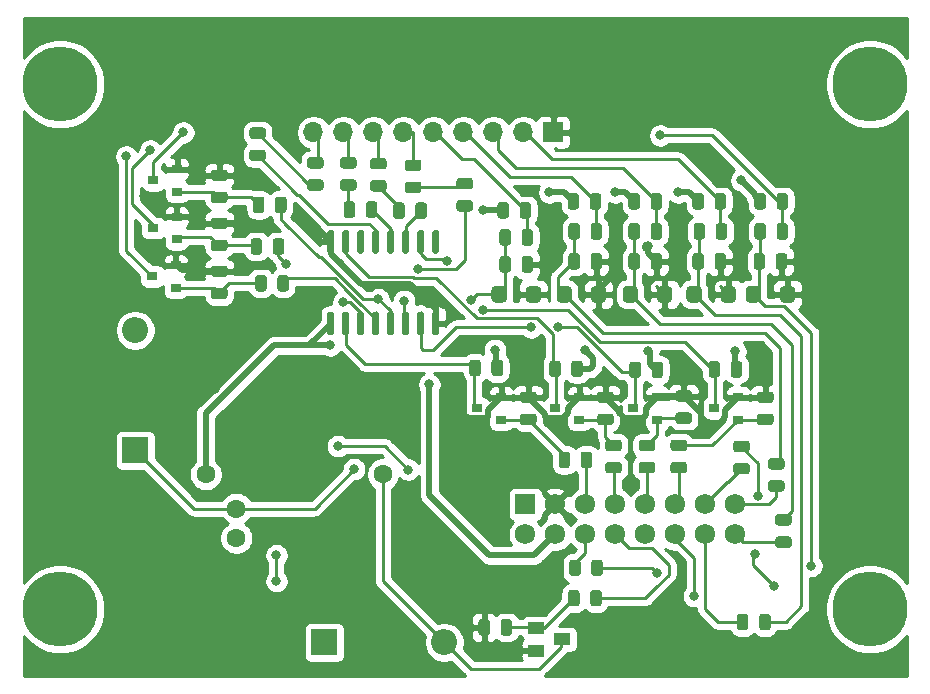
<source format=gbr>
G04 #@! TF.GenerationSoftware,KiCad,Pcbnew,(5.1.6-0-10_14)*
G04 #@! TF.CreationDate,2020-08-09T09:54:48-04:00*
G04 #@! TF.ProjectId,Pufferfish-Interface-2,50756666-6572-4666-9973-682d496e7465,rev?*
G04 #@! TF.SameCoordinates,Original*
G04 #@! TF.FileFunction,Copper,L1,Top*
G04 #@! TF.FilePolarity,Positive*
%FSLAX46Y46*%
G04 Gerber Fmt 4.6, Leading zero omitted, Abs format (unit mm)*
G04 Created by KiCad (PCBNEW (5.1.6-0-10_14)) date 2020-08-09 09:54:48*
%MOMM*%
%LPD*%
G01*
G04 APERTURE LIST*
G04 #@! TA.AperFunction,ComponentPad*
%ADD10C,6.350000*%
G04 #@! TD*
G04 #@! TA.AperFunction,SMDPad,CuDef*
%ADD11R,1.400000X1.000000*%
G04 #@! TD*
G04 #@! TA.AperFunction,SMDPad,CuDef*
%ADD12R,0.900000X0.800000*%
G04 #@! TD*
G04 #@! TA.AperFunction,ComponentPad*
%ADD13O,2.200000X2.200000*%
G04 #@! TD*
G04 #@! TA.AperFunction,ComponentPad*
%ADD14R,2.200000X2.200000*%
G04 #@! TD*
G04 #@! TA.AperFunction,ComponentPad*
%ADD15O,1.700000X1.700000*%
G04 #@! TD*
G04 #@! TA.AperFunction,ComponentPad*
%ADD16R,1.700000X1.700000*%
G04 #@! TD*
G04 #@! TA.AperFunction,ComponentPad*
%ADD17R,1.725000X1.725000*%
G04 #@! TD*
G04 #@! TA.AperFunction,ComponentPad*
%ADD18C,1.725000*%
G04 #@! TD*
G04 #@! TA.AperFunction,ComponentPad*
%ADD19C,1.600000*%
G04 #@! TD*
G04 #@! TA.AperFunction,ViaPad*
%ADD20C,0.800000*%
G04 #@! TD*
G04 #@! TA.AperFunction,Conductor*
%ADD21C,0.250000*%
G04 #@! TD*
G04 #@! TA.AperFunction,Conductor*
%ADD22C,0.508000*%
G04 #@! TD*
G04 #@! TA.AperFunction,Conductor*
%ADD23C,0.254000*%
G04 #@! TD*
G04 APERTURE END LIST*
D10*
X-3810000Y-6350000D03*
X-3810000Y-50800000D03*
X64770000Y-50800000D03*
X64770000Y-6350000D03*
D11*
X38692000Y-53340000D03*
X36492000Y-54290000D03*
X36492000Y-52390000D03*
G04 #@! TA.AperFunction,SMDPad,CuDef*
G36*
G01*
X19230480Y-27599560D02*
X18930480Y-27599560D01*
G75*
G02*
X18780480Y-27449560I0J150000D01*
G01*
X18780480Y-25774560D01*
G75*
G02*
X18930480Y-25624560I150000J0D01*
G01*
X19230480Y-25624560D01*
G75*
G02*
X19380480Y-25774560I0J-150000D01*
G01*
X19380480Y-27449560D01*
G75*
G02*
X19230480Y-27599560I-150000J0D01*
G01*
G37*
G04 #@! TD.AperFunction*
G04 #@! TA.AperFunction,SMDPad,CuDef*
G36*
G01*
X20500480Y-27599560D02*
X20200480Y-27599560D01*
G75*
G02*
X20050480Y-27449560I0J150000D01*
G01*
X20050480Y-25774560D01*
G75*
G02*
X20200480Y-25624560I150000J0D01*
G01*
X20500480Y-25624560D01*
G75*
G02*
X20650480Y-25774560I0J-150000D01*
G01*
X20650480Y-27449560D01*
G75*
G02*
X20500480Y-27599560I-150000J0D01*
G01*
G37*
G04 #@! TD.AperFunction*
G04 #@! TA.AperFunction,SMDPad,CuDef*
G36*
G01*
X21770480Y-27599560D02*
X21470480Y-27599560D01*
G75*
G02*
X21320480Y-27449560I0J150000D01*
G01*
X21320480Y-25774560D01*
G75*
G02*
X21470480Y-25624560I150000J0D01*
G01*
X21770480Y-25624560D01*
G75*
G02*
X21920480Y-25774560I0J-150000D01*
G01*
X21920480Y-27449560D01*
G75*
G02*
X21770480Y-27599560I-150000J0D01*
G01*
G37*
G04 #@! TD.AperFunction*
G04 #@! TA.AperFunction,SMDPad,CuDef*
G36*
G01*
X23040480Y-27599560D02*
X22740480Y-27599560D01*
G75*
G02*
X22590480Y-27449560I0J150000D01*
G01*
X22590480Y-25774560D01*
G75*
G02*
X22740480Y-25624560I150000J0D01*
G01*
X23040480Y-25624560D01*
G75*
G02*
X23190480Y-25774560I0J-150000D01*
G01*
X23190480Y-27449560D01*
G75*
G02*
X23040480Y-27599560I-150000J0D01*
G01*
G37*
G04 #@! TD.AperFunction*
G04 #@! TA.AperFunction,SMDPad,CuDef*
G36*
G01*
X24310480Y-27599560D02*
X24010480Y-27599560D01*
G75*
G02*
X23860480Y-27449560I0J150000D01*
G01*
X23860480Y-25774560D01*
G75*
G02*
X24010480Y-25624560I150000J0D01*
G01*
X24310480Y-25624560D01*
G75*
G02*
X24460480Y-25774560I0J-150000D01*
G01*
X24460480Y-27449560D01*
G75*
G02*
X24310480Y-27599560I-150000J0D01*
G01*
G37*
G04 #@! TD.AperFunction*
G04 #@! TA.AperFunction,SMDPad,CuDef*
G36*
G01*
X25580480Y-27599560D02*
X25280480Y-27599560D01*
G75*
G02*
X25130480Y-27449560I0J150000D01*
G01*
X25130480Y-25774560D01*
G75*
G02*
X25280480Y-25624560I150000J0D01*
G01*
X25580480Y-25624560D01*
G75*
G02*
X25730480Y-25774560I0J-150000D01*
G01*
X25730480Y-27449560D01*
G75*
G02*
X25580480Y-27599560I-150000J0D01*
G01*
G37*
G04 #@! TD.AperFunction*
G04 #@! TA.AperFunction,SMDPad,CuDef*
G36*
G01*
X26850480Y-27599560D02*
X26550480Y-27599560D01*
G75*
G02*
X26400480Y-27449560I0J150000D01*
G01*
X26400480Y-25774560D01*
G75*
G02*
X26550480Y-25624560I150000J0D01*
G01*
X26850480Y-25624560D01*
G75*
G02*
X27000480Y-25774560I0J-150000D01*
G01*
X27000480Y-27449560D01*
G75*
G02*
X26850480Y-27599560I-150000J0D01*
G01*
G37*
G04 #@! TD.AperFunction*
G04 #@! TA.AperFunction,SMDPad,CuDef*
G36*
G01*
X28120480Y-27599560D02*
X27820480Y-27599560D01*
G75*
G02*
X27670480Y-27449560I0J150000D01*
G01*
X27670480Y-25774560D01*
G75*
G02*
X27820480Y-25624560I150000J0D01*
G01*
X28120480Y-25624560D01*
G75*
G02*
X28270480Y-25774560I0J-150000D01*
G01*
X28270480Y-27449560D01*
G75*
G02*
X28120480Y-27599560I-150000J0D01*
G01*
G37*
G04 #@! TD.AperFunction*
G04 #@! TA.AperFunction,SMDPad,CuDef*
G36*
G01*
X28120480Y-20674560D02*
X27820480Y-20674560D01*
G75*
G02*
X27670480Y-20524560I0J150000D01*
G01*
X27670480Y-18849560D01*
G75*
G02*
X27820480Y-18699560I150000J0D01*
G01*
X28120480Y-18699560D01*
G75*
G02*
X28270480Y-18849560I0J-150000D01*
G01*
X28270480Y-20524560D01*
G75*
G02*
X28120480Y-20674560I-150000J0D01*
G01*
G37*
G04 #@! TD.AperFunction*
G04 #@! TA.AperFunction,SMDPad,CuDef*
G36*
G01*
X26850480Y-20674560D02*
X26550480Y-20674560D01*
G75*
G02*
X26400480Y-20524560I0J150000D01*
G01*
X26400480Y-18849560D01*
G75*
G02*
X26550480Y-18699560I150000J0D01*
G01*
X26850480Y-18699560D01*
G75*
G02*
X27000480Y-18849560I0J-150000D01*
G01*
X27000480Y-20524560D01*
G75*
G02*
X26850480Y-20674560I-150000J0D01*
G01*
G37*
G04 #@! TD.AperFunction*
G04 #@! TA.AperFunction,SMDPad,CuDef*
G36*
G01*
X25580480Y-20674560D02*
X25280480Y-20674560D01*
G75*
G02*
X25130480Y-20524560I0J150000D01*
G01*
X25130480Y-18849560D01*
G75*
G02*
X25280480Y-18699560I150000J0D01*
G01*
X25580480Y-18699560D01*
G75*
G02*
X25730480Y-18849560I0J-150000D01*
G01*
X25730480Y-20524560D01*
G75*
G02*
X25580480Y-20674560I-150000J0D01*
G01*
G37*
G04 #@! TD.AperFunction*
G04 #@! TA.AperFunction,SMDPad,CuDef*
G36*
G01*
X24310480Y-20674560D02*
X24010480Y-20674560D01*
G75*
G02*
X23860480Y-20524560I0J150000D01*
G01*
X23860480Y-18849560D01*
G75*
G02*
X24010480Y-18699560I150000J0D01*
G01*
X24310480Y-18699560D01*
G75*
G02*
X24460480Y-18849560I0J-150000D01*
G01*
X24460480Y-20524560D01*
G75*
G02*
X24310480Y-20674560I-150000J0D01*
G01*
G37*
G04 #@! TD.AperFunction*
G04 #@! TA.AperFunction,SMDPad,CuDef*
G36*
G01*
X23040480Y-20674560D02*
X22740480Y-20674560D01*
G75*
G02*
X22590480Y-20524560I0J150000D01*
G01*
X22590480Y-18849560D01*
G75*
G02*
X22740480Y-18699560I150000J0D01*
G01*
X23040480Y-18699560D01*
G75*
G02*
X23190480Y-18849560I0J-150000D01*
G01*
X23190480Y-20524560D01*
G75*
G02*
X23040480Y-20674560I-150000J0D01*
G01*
G37*
G04 #@! TD.AperFunction*
G04 #@! TA.AperFunction,SMDPad,CuDef*
G36*
G01*
X21770480Y-20674560D02*
X21470480Y-20674560D01*
G75*
G02*
X21320480Y-20524560I0J150000D01*
G01*
X21320480Y-18849560D01*
G75*
G02*
X21470480Y-18699560I150000J0D01*
G01*
X21770480Y-18699560D01*
G75*
G02*
X21920480Y-18849560I0J-150000D01*
G01*
X21920480Y-20524560D01*
G75*
G02*
X21770480Y-20674560I-150000J0D01*
G01*
G37*
G04 #@! TD.AperFunction*
G04 #@! TA.AperFunction,SMDPad,CuDef*
G36*
G01*
X20500480Y-20674560D02*
X20200480Y-20674560D01*
G75*
G02*
X20050480Y-20524560I0J150000D01*
G01*
X20050480Y-18849560D01*
G75*
G02*
X20200480Y-18699560I150000J0D01*
G01*
X20500480Y-18699560D01*
G75*
G02*
X20650480Y-18849560I0J-150000D01*
G01*
X20650480Y-20524560D01*
G75*
G02*
X20500480Y-20674560I-150000J0D01*
G01*
G37*
G04 #@! TD.AperFunction*
G04 #@! TA.AperFunction,SMDPad,CuDef*
G36*
G01*
X19230480Y-20674560D02*
X18930480Y-20674560D01*
G75*
G02*
X18780480Y-20524560I0J150000D01*
G01*
X18780480Y-18849560D01*
G75*
G02*
X18930480Y-18699560I150000J0D01*
G01*
X19230480Y-18699560D01*
G75*
G02*
X19380480Y-18849560I0J-150000D01*
G01*
X19380480Y-20524560D01*
G75*
G02*
X19230480Y-20674560I-150000J0D01*
G01*
G37*
G04 #@! TD.AperFunction*
G04 #@! TA.AperFunction,SMDPad,CuDef*
G36*
G01*
X57813000Y-18339750D02*
X57813000Y-19252250D01*
G75*
G02*
X57569250Y-19496000I-243750J0D01*
G01*
X57081750Y-19496000D01*
G75*
G02*
X56838000Y-19252250I0J243750D01*
G01*
X56838000Y-18339750D01*
G75*
G02*
X57081750Y-18096000I243750J0D01*
G01*
X57569250Y-18096000D01*
G75*
G02*
X57813000Y-18339750I0J-243750D01*
G01*
G37*
G04 #@! TD.AperFunction*
G04 #@! TA.AperFunction,SMDPad,CuDef*
G36*
G01*
X55938000Y-18339750D02*
X55938000Y-19252250D01*
G75*
G02*
X55694250Y-19496000I-243750J0D01*
G01*
X55206750Y-19496000D01*
G75*
G02*
X54963000Y-19252250I0J243750D01*
G01*
X54963000Y-18339750D01*
G75*
G02*
X55206750Y-18096000I243750J0D01*
G01*
X55694250Y-18096000D01*
G75*
G02*
X55938000Y-18339750I0J-243750D01*
G01*
G37*
G04 #@! TD.AperFunction*
G04 #@! TA.AperFunction,SMDPad,CuDef*
G36*
G01*
X56838000Y-16712250D02*
X56838000Y-15799750D01*
G75*
G02*
X57081750Y-15556000I243750J0D01*
G01*
X57569250Y-15556000D01*
G75*
G02*
X57813000Y-15799750I0J-243750D01*
G01*
X57813000Y-16712250D01*
G75*
G02*
X57569250Y-16956000I-243750J0D01*
G01*
X57081750Y-16956000D01*
G75*
G02*
X56838000Y-16712250I0J243750D01*
G01*
G37*
G04 #@! TD.AperFunction*
G04 #@! TA.AperFunction,SMDPad,CuDef*
G36*
G01*
X54963000Y-16712250D02*
X54963000Y-15799750D01*
G75*
G02*
X55206750Y-15556000I243750J0D01*
G01*
X55694250Y-15556000D01*
G75*
G02*
X55938000Y-15799750I0J-243750D01*
G01*
X55938000Y-16712250D01*
G75*
G02*
X55694250Y-16956000I-243750J0D01*
G01*
X55206750Y-16956000D01*
G75*
G02*
X54963000Y-16712250I0J243750D01*
G01*
G37*
G04 #@! TD.AperFunction*
G04 #@! TA.AperFunction,SMDPad,CuDef*
G36*
G01*
X36223000Y-18847750D02*
X36223000Y-19760250D01*
G75*
G02*
X35979250Y-20004000I-243750J0D01*
G01*
X35491750Y-20004000D01*
G75*
G02*
X35248000Y-19760250I0J243750D01*
G01*
X35248000Y-18847750D01*
G75*
G02*
X35491750Y-18604000I243750J0D01*
G01*
X35979250Y-18604000D01*
G75*
G02*
X36223000Y-18847750I0J-243750D01*
G01*
G37*
G04 #@! TD.AperFunction*
G04 #@! TA.AperFunction,SMDPad,CuDef*
G36*
G01*
X34348000Y-18847750D02*
X34348000Y-19760250D01*
G75*
G02*
X34104250Y-20004000I-243750J0D01*
G01*
X33616750Y-20004000D01*
G75*
G02*
X33373000Y-19760250I0J243750D01*
G01*
X33373000Y-18847750D01*
G75*
G02*
X33616750Y-18604000I243750J0D01*
G01*
X34104250Y-18604000D01*
G75*
G02*
X34348000Y-18847750I0J-243750D01*
G01*
G37*
G04 #@! TD.AperFunction*
G04 #@! TA.AperFunction,SMDPad,CuDef*
G36*
G01*
X42065000Y-18339750D02*
X42065000Y-19252250D01*
G75*
G02*
X41821250Y-19496000I-243750J0D01*
G01*
X41333750Y-19496000D01*
G75*
G02*
X41090000Y-19252250I0J243750D01*
G01*
X41090000Y-18339750D01*
G75*
G02*
X41333750Y-18096000I243750J0D01*
G01*
X41821250Y-18096000D01*
G75*
G02*
X42065000Y-18339750I0J-243750D01*
G01*
G37*
G04 #@! TD.AperFunction*
G04 #@! TA.AperFunction,SMDPad,CuDef*
G36*
G01*
X40190000Y-18339750D02*
X40190000Y-19252250D01*
G75*
G02*
X39946250Y-19496000I-243750J0D01*
G01*
X39458750Y-19496000D01*
G75*
G02*
X39215000Y-19252250I0J243750D01*
G01*
X39215000Y-18339750D01*
G75*
G02*
X39458750Y-18096000I243750J0D01*
G01*
X39946250Y-18096000D01*
G75*
G02*
X40190000Y-18339750I0J-243750D01*
G01*
G37*
G04 #@! TD.AperFunction*
G04 #@! TA.AperFunction,SMDPad,CuDef*
G36*
G01*
X45270000Y-18339750D02*
X45270000Y-19252250D01*
G75*
G02*
X45026250Y-19496000I-243750J0D01*
G01*
X44538750Y-19496000D01*
G75*
G02*
X44295000Y-19252250I0J243750D01*
G01*
X44295000Y-18339750D01*
G75*
G02*
X44538750Y-18096000I243750J0D01*
G01*
X45026250Y-18096000D01*
G75*
G02*
X45270000Y-18339750I0J-243750D01*
G01*
G37*
G04 #@! TD.AperFunction*
G04 #@! TA.AperFunction,SMDPad,CuDef*
G36*
G01*
X47145000Y-18339750D02*
X47145000Y-19252250D01*
G75*
G02*
X46901250Y-19496000I-243750J0D01*
G01*
X46413750Y-19496000D01*
G75*
G02*
X46170000Y-19252250I0J243750D01*
G01*
X46170000Y-18339750D01*
G75*
G02*
X46413750Y-18096000I243750J0D01*
G01*
X46901250Y-18096000D01*
G75*
G02*
X47145000Y-18339750I0J-243750D01*
G01*
G37*
G04 #@! TD.AperFunction*
G04 #@! TA.AperFunction,SMDPad,CuDef*
G36*
G01*
X52654500Y-18339750D02*
X52654500Y-19252250D01*
G75*
G02*
X52410750Y-19496000I-243750J0D01*
G01*
X51923250Y-19496000D01*
G75*
G02*
X51679500Y-19252250I0J243750D01*
G01*
X51679500Y-18339750D01*
G75*
G02*
X51923250Y-18096000I243750J0D01*
G01*
X52410750Y-18096000D01*
G75*
G02*
X52654500Y-18339750I0J-243750D01*
G01*
G37*
G04 #@! TD.AperFunction*
G04 #@! TA.AperFunction,SMDPad,CuDef*
G36*
G01*
X50779500Y-18339750D02*
X50779500Y-19252250D01*
G75*
G02*
X50535750Y-19496000I-243750J0D01*
G01*
X50048250Y-19496000D01*
G75*
G02*
X49804500Y-19252250I0J243750D01*
G01*
X49804500Y-18339750D01*
G75*
G02*
X50048250Y-18096000I243750J0D01*
G01*
X50535750Y-18096000D01*
G75*
G02*
X50779500Y-18339750I0J-243750D01*
G01*
G37*
G04 #@! TD.AperFunction*
G04 #@! TA.AperFunction,SMDPad,CuDef*
G36*
G01*
X35072500Y-17474250D02*
X35072500Y-16561750D01*
G75*
G02*
X35316250Y-16318000I243750J0D01*
G01*
X35803750Y-16318000D01*
G75*
G02*
X36047500Y-16561750I0J-243750D01*
G01*
X36047500Y-17474250D01*
G75*
G02*
X35803750Y-17718000I-243750J0D01*
G01*
X35316250Y-17718000D01*
G75*
G02*
X35072500Y-17474250I0J243750D01*
G01*
G37*
G04 #@! TD.AperFunction*
G04 #@! TA.AperFunction,SMDPad,CuDef*
G36*
G01*
X33197500Y-17474250D02*
X33197500Y-16561750D01*
G75*
G02*
X33441250Y-16318000I243750J0D01*
G01*
X33928750Y-16318000D01*
G75*
G02*
X34172500Y-16561750I0J-243750D01*
G01*
X34172500Y-17474250D01*
G75*
G02*
X33928750Y-17718000I-243750J0D01*
G01*
X33441250Y-17718000D01*
G75*
G02*
X33197500Y-17474250I0J243750D01*
G01*
G37*
G04 #@! TD.AperFunction*
G04 #@! TA.AperFunction,SMDPad,CuDef*
G36*
G01*
X41011500Y-16712250D02*
X41011500Y-15799750D01*
G75*
G02*
X41255250Y-15556000I243750J0D01*
G01*
X41742750Y-15556000D01*
G75*
G02*
X41986500Y-15799750I0J-243750D01*
G01*
X41986500Y-16712250D01*
G75*
G02*
X41742750Y-16956000I-243750J0D01*
G01*
X41255250Y-16956000D01*
G75*
G02*
X41011500Y-16712250I0J243750D01*
G01*
G37*
G04 #@! TD.AperFunction*
G04 #@! TA.AperFunction,SMDPad,CuDef*
G36*
G01*
X39136500Y-16712250D02*
X39136500Y-15799750D01*
G75*
G02*
X39380250Y-15556000I243750J0D01*
G01*
X39867750Y-15556000D01*
G75*
G02*
X40111500Y-15799750I0J-243750D01*
G01*
X40111500Y-16712250D01*
G75*
G02*
X39867750Y-16956000I-243750J0D01*
G01*
X39380250Y-16956000D01*
G75*
G02*
X39136500Y-16712250I0J243750D01*
G01*
G37*
G04 #@! TD.AperFunction*
G04 #@! TA.AperFunction,SMDPad,CuDef*
G36*
G01*
X44295000Y-16712250D02*
X44295000Y-15799750D01*
G75*
G02*
X44538750Y-15556000I243750J0D01*
G01*
X45026250Y-15556000D01*
G75*
G02*
X45270000Y-15799750I0J-243750D01*
G01*
X45270000Y-16712250D01*
G75*
G02*
X45026250Y-16956000I-243750J0D01*
G01*
X44538750Y-16956000D01*
G75*
G02*
X44295000Y-16712250I0J243750D01*
G01*
G37*
G04 #@! TD.AperFunction*
G04 #@! TA.AperFunction,SMDPad,CuDef*
G36*
G01*
X46170000Y-16712250D02*
X46170000Y-15799750D01*
G75*
G02*
X46413750Y-15556000I243750J0D01*
G01*
X46901250Y-15556000D01*
G75*
G02*
X47145000Y-15799750I0J-243750D01*
G01*
X47145000Y-16712250D01*
G75*
G02*
X46901250Y-16956000I-243750J0D01*
G01*
X46413750Y-16956000D01*
G75*
G02*
X46170000Y-16712250I0J243750D01*
G01*
G37*
G04 #@! TD.AperFunction*
G04 #@! TA.AperFunction,SMDPad,CuDef*
G36*
G01*
X49707500Y-16712250D02*
X49707500Y-15799750D01*
G75*
G02*
X49951250Y-15556000I243750J0D01*
G01*
X50438750Y-15556000D01*
G75*
G02*
X50682500Y-15799750I0J-243750D01*
G01*
X50682500Y-16712250D01*
G75*
G02*
X50438750Y-16956000I-243750J0D01*
G01*
X49951250Y-16956000D01*
G75*
G02*
X49707500Y-16712250I0J243750D01*
G01*
G37*
G04 #@! TD.AperFunction*
G04 #@! TA.AperFunction,SMDPad,CuDef*
G36*
G01*
X51582500Y-16712250D02*
X51582500Y-15799750D01*
G75*
G02*
X51826250Y-15556000I243750J0D01*
G01*
X52313750Y-15556000D01*
G75*
G02*
X52557500Y-15799750I0J-243750D01*
G01*
X52557500Y-16712250D01*
G75*
G02*
X52313750Y-16956000I-243750J0D01*
G01*
X51826250Y-16956000D01*
G75*
G02*
X51582500Y-16712250I0J243750D01*
G01*
G37*
G04 #@! TD.AperFunction*
G04 #@! TA.AperFunction,SMDPad,CuDef*
G36*
G01*
X17326290Y-14379360D02*
X18238790Y-14379360D01*
G75*
G02*
X18482540Y-14623110I0J-243750D01*
G01*
X18482540Y-15110610D01*
G75*
G02*
X18238790Y-15354360I-243750J0D01*
G01*
X17326290Y-15354360D01*
G75*
G02*
X17082540Y-15110610I0J243750D01*
G01*
X17082540Y-14623110D01*
G75*
G02*
X17326290Y-14379360I243750J0D01*
G01*
G37*
G04 #@! TD.AperFunction*
G04 #@! TA.AperFunction,SMDPad,CuDef*
G36*
G01*
X17326290Y-12504360D02*
X18238790Y-12504360D01*
G75*
G02*
X18482540Y-12748110I0J-243750D01*
G01*
X18482540Y-13235610D01*
G75*
G02*
X18238790Y-13479360I-243750J0D01*
G01*
X17326290Y-13479360D01*
G75*
G02*
X17082540Y-13235610I0J243750D01*
G01*
X17082540Y-12748110D01*
G75*
G02*
X17326290Y-12504360I243750J0D01*
G01*
G37*
G04 #@! TD.AperFunction*
G04 #@! TA.AperFunction,SMDPad,CuDef*
G36*
G01*
X20120290Y-12504360D02*
X21032790Y-12504360D01*
G75*
G02*
X21276540Y-12748110I0J-243750D01*
G01*
X21276540Y-13235610D01*
G75*
G02*
X21032790Y-13479360I-243750J0D01*
G01*
X20120290Y-13479360D01*
G75*
G02*
X19876540Y-13235610I0J243750D01*
G01*
X19876540Y-12748110D01*
G75*
G02*
X20120290Y-12504360I243750J0D01*
G01*
G37*
G04 #@! TD.AperFunction*
G04 #@! TA.AperFunction,SMDPad,CuDef*
G36*
G01*
X20120290Y-14379360D02*
X21032790Y-14379360D01*
G75*
G02*
X21276540Y-14623110I0J-243750D01*
G01*
X21276540Y-15110610D01*
G75*
G02*
X21032790Y-15354360I-243750J0D01*
G01*
X20120290Y-15354360D01*
G75*
G02*
X19876540Y-15110610I0J243750D01*
G01*
X19876540Y-14623110D01*
G75*
G02*
X20120290Y-14379360I243750J0D01*
G01*
G37*
G04 #@! TD.AperFunction*
G04 #@! TA.AperFunction,SMDPad,CuDef*
G36*
G01*
X22660290Y-14457860D02*
X23572790Y-14457860D01*
G75*
G02*
X23816540Y-14701610I0J-243750D01*
G01*
X23816540Y-15189110D01*
G75*
G02*
X23572790Y-15432860I-243750J0D01*
G01*
X22660290Y-15432860D01*
G75*
G02*
X22416540Y-15189110I0J243750D01*
G01*
X22416540Y-14701610D01*
G75*
G02*
X22660290Y-14457860I243750J0D01*
G01*
G37*
G04 #@! TD.AperFunction*
G04 #@! TA.AperFunction,SMDPad,CuDef*
G36*
G01*
X22660290Y-12582860D02*
X23572790Y-12582860D01*
G75*
G02*
X23816540Y-12826610I0J-243750D01*
G01*
X23816540Y-13314110D01*
G75*
G02*
X23572790Y-13557860I-243750J0D01*
G01*
X22660290Y-13557860D01*
G75*
G02*
X22416540Y-13314110I0J243750D01*
G01*
X22416540Y-12826610D01*
G75*
G02*
X22660290Y-12582860I243750J0D01*
G01*
G37*
G04 #@! TD.AperFunction*
G04 #@! TA.AperFunction,SMDPad,CuDef*
G36*
G01*
X25609230Y-12715420D02*
X26521730Y-12715420D01*
G75*
G02*
X26765480Y-12959170I0J-243750D01*
G01*
X26765480Y-13446670D01*
G75*
G02*
X26521730Y-13690420I-243750J0D01*
G01*
X25609230Y-13690420D01*
G75*
G02*
X25365480Y-13446670I0J243750D01*
G01*
X25365480Y-12959170D01*
G75*
G02*
X25609230Y-12715420I243750J0D01*
G01*
G37*
G04 #@! TD.AperFunction*
G04 #@! TA.AperFunction,SMDPad,CuDef*
G36*
G01*
X25609230Y-14590420D02*
X26521730Y-14590420D01*
G75*
G02*
X26765480Y-14834170I0J-243750D01*
G01*
X26765480Y-15321670D01*
G75*
G02*
X26521730Y-15565420I-243750J0D01*
G01*
X25609230Y-15565420D01*
G75*
G02*
X25365480Y-15321670I0J243750D01*
G01*
X25365480Y-14834170D01*
G75*
G02*
X25609230Y-14590420I243750J0D01*
G01*
G37*
G04 #@! TD.AperFunction*
G04 #@! TA.AperFunction,SMDPad,CuDef*
G36*
G01*
X10108250Y-14536000D02*
X9195750Y-14536000D01*
G75*
G02*
X8952000Y-14292250I0J243750D01*
G01*
X8952000Y-13804750D01*
G75*
G02*
X9195750Y-13561000I243750J0D01*
G01*
X10108250Y-13561000D01*
G75*
G02*
X10352000Y-13804750I0J-243750D01*
G01*
X10352000Y-14292250D01*
G75*
G02*
X10108250Y-14536000I-243750J0D01*
G01*
G37*
G04 #@! TD.AperFunction*
G04 #@! TA.AperFunction,SMDPad,CuDef*
G36*
G01*
X10108250Y-16411000D02*
X9195750Y-16411000D01*
G75*
G02*
X8952000Y-16167250I0J243750D01*
G01*
X8952000Y-15679750D01*
G75*
G02*
X9195750Y-15436000I243750J0D01*
G01*
X10108250Y-15436000D01*
G75*
G02*
X10352000Y-15679750I0J-243750D01*
G01*
X10352000Y-16167250D01*
G75*
G02*
X10108250Y-16411000I-243750J0D01*
G01*
G37*
G04 #@! TD.AperFunction*
G04 #@! TA.AperFunction,SMDPad,CuDef*
G36*
G01*
X10108250Y-20475000D02*
X9195750Y-20475000D01*
G75*
G02*
X8952000Y-20231250I0J243750D01*
G01*
X8952000Y-19743750D01*
G75*
G02*
X9195750Y-19500000I243750J0D01*
G01*
X10108250Y-19500000D01*
G75*
G02*
X10352000Y-19743750I0J-243750D01*
G01*
X10352000Y-20231250D01*
G75*
G02*
X10108250Y-20475000I-243750J0D01*
G01*
G37*
G04 #@! TD.AperFunction*
G04 #@! TA.AperFunction,SMDPad,CuDef*
G36*
G01*
X10108250Y-18600000D02*
X9195750Y-18600000D01*
G75*
G02*
X8952000Y-18356250I0J243750D01*
G01*
X8952000Y-17868750D01*
G75*
G02*
X9195750Y-17625000I243750J0D01*
G01*
X10108250Y-17625000D01*
G75*
G02*
X10352000Y-17868750I0J-243750D01*
G01*
X10352000Y-18356250D01*
G75*
G02*
X10108250Y-18600000I-243750J0D01*
G01*
G37*
G04 #@! TD.AperFunction*
G04 #@! TA.AperFunction,SMDPad,CuDef*
G36*
G01*
X10108250Y-22664000D02*
X9195750Y-22664000D01*
G75*
G02*
X8952000Y-22420250I0J243750D01*
G01*
X8952000Y-21932750D01*
G75*
G02*
X9195750Y-21689000I243750J0D01*
G01*
X10108250Y-21689000D01*
G75*
G02*
X10352000Y-21932750I0J-243750D01*
G01*
X10352000Y-22420250D01*
G75*
G02*
X10108250Y-22664000I-243750J0D01*
G01*
G37*
G04 #@! TD.AperFunction*
G04 #@! TA.AperFunction,SMDPad,CuDef*
G36*
G01*
X10108250Y-24539000D02*
X9195750Y-24539000D01*
G75*
G02*
X8952000Y-24295250I0J243750D01*
G01*
X8952000Y-23807750D01*
G75*
G02*
X9195750Y-23564000I243750J0D01*
G01*
X10108250Y-23564000D01*
G75*
G02*
X10352000Y-23807750I0J-243750D01*
G01*
X10352000Y-24295250D01*
G75*
G02*
X10108250Y-24539000I-243750J0D01*
G01*
G37*
G04 #@! TD.AperFunction*
G04 #@! TA.AperFunction,SMDPad,CuDef*
G36*
G01*
X34445000Y-51867750D02*
X34445000Y-52780250D01*
G75*
G02*
X34201250Y-53024000I-243750J0D01*
G01*
X33713750Y-53024000D01*
G75*
G02*
X33470000Y-52780250I0J243750D01*
G01*
X33470000Y-51867750D01*
G75*
G02*
X33713750Y-51624000I243750J0D01*
G01*
X34201250Y-51624000D01*
G75*
G02*
X34445000Y-51867750I0J-243750D01*
G01*
G37*
G04 #@! TD.AperFunction*
G04 #@! TA.AperFunction,SMDPad,CuDef*
G36*
G01*
X32570000Y-51867750D02*
X32570000Y-52780250D01*
G75*
G02*
X32326250Y-53024000I-243750J0D01*
G01*
X31838750Y-53024000D01*
G75*
G02*
X31595000Y-52780250I0J243750D01*
G01*
X31595000Y-51867750D01*
G75*
G02*
X31838750Y-51624000I243750J0D01*
G01*
X32326250Y-51624000D01*
G75*
G02*
X32570000Y-51867750I0J-243750D01*
G01*
G37*
G04 #@! TD.AperFunction*
G04 #@! TA.AperFunction,SMDPad,CuDef*
G36*
G01*
X52049020Y-30023750D02*
X52049020Y-30936250D01*
G75*
G02*
X51805270Y-31180000I-243750J0D01*
G01*
X51317770Y-31180000D01*
G75*
G02*
X51074020Y-30936250I0J243750D01*
G01*
X51074020Y-30023750D01*
G75*
G02*
X51317770Y-29780000I243750J0D01*
G01*
X51805270Y-29780000D01*
G75*
G02*
X52049020Y-30023750I0J-243750D01*
G01*
G37*
G04 #@! TD.AperFunction*
G04 #@! TA.AperFunction,SMDPad,CuDef*
G36*
G01*
X53924020Y-30023750D02*
X53924020Y-30936250D01*
G75*
G02*
X53680270Y-31180000I-243750J0D01*
G01*
X53192770Y-31180000D01*
G75*
G02*
X52949020Y-30936250I0J243750D01*
G01*
X52949020Y-30023750D01*
G75*
G02*
X53192770Y-29780000I243750J0D01*
G01*
X53680270Y-29780000D01*
G75*
G02*
X53924020Y-30023750I0J-243750D01*
G01*
G37*
G04 #@! TD.AperFunction*
G04 #@! TA.AperFunction,SMDPad,CuDef*
G36*
G01*
X47223500Y-30061850D02*
X47223500Y-30974350D01*
G75*
G02*
X46979750Y-31218100I-243750J0D01*
G01*
X46492250Y-31218100D01*
G75*
G02*
X46248500Y-30974350I0J243750D01*
G01*
X46248500Y-30061850D01*
G75*
G02*
X46492250Y-29818100I243750J0D01*
G01*
X46979750Y-29818100D01*
G75*
G02*
X47223500Y-30061850I0J-243750D01*
G01*
G37*
G04 #@! TD.AperFunction*
G04 #@! TA.AperFunction,SMDPad,CuDef*
G36*
G01*
X45348500Y-30061850D02*
X45348500Y-30974350D01*
G75*
G02*
X45104750Y-31218100I-243750J0D01*
G01*
X44617250Y-31218100D01*
G75*
G02*
X44373500Y-30974350I0J243750D01*
G01*
X44373500Y-30061850D01*
G75*
G02*
X44617250Y-29818100I243750J0D01*
G01*
X45104750Y-29818100D01*
G75*
G02*
X45348500Y-30061850I0J-243750D01*
G01*
G37*
G04 #@! TD.AperFunction*
G04 #@! TA.AperFunction,SMDPad,CuDef*
G36*
G01*
X38559320Y-29983110D02*
X38559320Y-30895610D01*
G75*
G02*
X38315570Y-31139360I-243750J0D01*
G01*
X37828070Y-31139360D01*
G75*
G02*
X37584320Y-30895610I0J243750D01*
G01*
X37584320Y-29983110D01*
G75*
G02*
X37828070Y-29739360I243750J0D01*
G01*
X38315570Y-29739360D01*
G75*
G02*
X38559320Y-29983110I0J-243750D01*
G01*
G37*
G04 #@! TD.AperFunction*
G04 #@! TA.AperFunction,SMDPad,CuDef*
G36*
G01*
X40434320Y-29983110D02*
X40434320Y-30895610D01*
G75*
G02*
X40190570Y-31139360I-243750J0D01*
G01*
X39703070Y-31139360D01*
G75*
G02*
X39459320Y-30895610I0J243750D01*
G01*
X39459320Y-29983110D01*
G75*
G02*
X39703070Y-29739360I243750J0D01*
G01*
X40190570Y-29739360D01*
G75*
G02*
X40434320Y-29983110I0J-243750D01*
G01*
G37*
G04 #@! TD.AperFunction*
G04 #@! TA.AperFunction,SMDPad,CuDef*
G36*
G01*
X33673080Y-29904370D02*
X33673080Y-30816870D01*
G75*
G02*
X33429330Y-31060620I-243750J0D01*
G01*
X32941830Y-31060620D01*
G75*
G02*
X32698080Y-30816870I0J243750D01*
G01*
X32698080Y-29904370D01*
G75*
G02*
X32941830Y-29660620I243750J0D01*
G01*
X33429330Y-29660620D01*
G75*
G02*
X33673080Y-29904370I0J-243750D01*
G01*
G37*
G04 #@! TD.AperFunction*
G04 #@! TA.AperFunction,SMDPad,CuDef*
G36*
G01*
X31798080Y-29904370D02*
X31798080Y-30816870D01*
G75*
G02*
X31554330Y-31060620I-243750J0D01*
G01*
X31066830Y-31060620D01*
G75*
G02*
X30823080Y-30816870I0J243750D01*
G01*
X30823080Y-29904370D01*
G75*
G02*
X31066830Y-29660620I243750J0D01*
G01*
X31554330Y-29660620D01*
G75*
G02*
X31798080Y-29904370I0J-243750D01*
G01*
G37*
G04 #@! TD.AperFunction*
G04 #@! TA.AperFunction,SMDPad,CuDef*
G36*
G01*
X56336250Y-35207000D02*
X55423750Y-35207000D01*
G75*
G02*
X55180000Y-34963250I0J243750D01*
G01*
X55180000Y-34475750D01*
G75*
G02*
X55423750Y-34232000I243750J0D01*
G01*
X56336250Y-34232000D01*
G75*
G02*
X56580000Y-34475750I0J-243750D01*
G01*
X56580000Y-34963250D01*
G75*
G02*
X56336250Y-35207000I-243750J0D01*
G01*
G37*
G04 #@! TD.AperFunction*
G04 #@! TA.AperFunction,SMDPad,CuDef*
G36*
G01*
X56336250Y-33332000D02*
X55423750Y-33332000D01*
G75*
G02*
X55180000Y-33088250I0J243750D01*
G01*
X55180000Y-32600750D01*
G75*
G02*
X55423750Y-32357000I243750J0D01*
G01*
X56336250Y-32357000D01*
G75*
G02*
X56580000Y-32600750I0J-243750D01*
G01*
X56580000Y-33088250D01*
G75*
G02*
X56336250Y-33332000I-243750J0D01*
G01*
G37*
G04 #@! TD.AperFunction*
G04 #@! TA.AperFunction,SMDPad,CuDef*
G36*
G01*
X49432530Y-33225320D02*
X48520030Y-33225320D01*
G75*
G02*
X48276280Y-32981570I0J243750D01*
G01*
X48276280Y-32494070D01*
G75*
G02*
X48520030Y-32250320I243750J0D01*
G01*
X49432530Y-32250320D01*
G75*
G02*
X49676280Y-32494070I0J-243750D01*
G01*
X49676280Y-32981570D01*
G75*
G02*
X49432530Y-33225320I-243750J0D01*
G01*
G37*
G04 #@! TD.AperFunction*
G04 #@! TA.AperFunction,SMDPad,CuDef*
G36*
G01*
X49432530Y-35100320D02*
X48520030Y-35100320D01*
G75*
G02*
X48276280Y-34856570I0J243750D01*
G01*
X48276280Y-34369070D01*
G75*
G02*
X48520030Y-34125320I243750J0D01*
G01*
X49432530Y-34125320D01*
G75*
G02*
X49676280Y-34369070I0J-243750D01*
G01*
X49676280Y-34856570D01*
G75*
G02*
X49432530Y-35100320I-243750J0D01*
G01*
G37*
G04 #@! TD.AperFunction*
G04 #@! TA.AperFunction,SMDPad,CuDef*
G36*
G01*
X42798050Y-35207000D02*
X41885550Y-35207000D01*
G75*
G02*
X41641800Y-34963250I0J243750D01*
G01*
X41641800Y-34475750D01*
G75*
G02*
X41885550Y-34232000I243750J0D01*
G01*
X42798050Y-34232000D01*
G75*
G02*
X43041800Y-34475750I0J-243750D01*
G01*
X43041800Y-34963250D01*
G75*
G02*
X42798050Y-35207000I-243750J0D01*
G01*
G37*
G04 #@! TD.AperFunction*
G04 #@! TA.AperFunction,SMDPad,CuDef*
G36*
G01*
X42798050Y-33332000D02*
X41885550Y-33332000D01*
G75*
G02*
X41641800Y-33088250I0J243750D01*
G01*
X41641800Y-32600750D01*
G75*
G02*
X41885550Y-32357000I243750J0D01*
G01*
X42798050Y-32357000D01*
G75*
G02*
X43041800Y-32600750I0J-243750D01*
G01*
X43041800Y-33088250D01*
G75*
G02*
X42798050Y-33332000I-243750J0D01*
G01*
G37*
G04 #@! TD.AperFunction*
G04 #@! TA.AperFunction,SMDPad,CuDef*
G36*
G01*
X36270250Y-33332000D02*
X35357750Y-33332000D01*
G75*
G02*
X35114000Y-33088250I0J243750D01*
G01*
X35114000Y-32600750D01*
G75*
G02*
X35357750Y-32357000I243750J0D01*
G01*
X36270250Y-32357000D01*
G75*
G02*
X36514000Y-32600750I0J-243750D01*
G01*
X36514000Y-33088250D01*
G75*
G02*
X36270250Y-33332000I-243750J0D01*
G01*
G37*
G04 #@! TD.AperFunction*
G04 #@! TA.AperFunction,SMDPad,CuDef*
G36*
G01*
X36270250Y-35207000D02*
X35357750Y-35207000D01*
G75*
G02*
X35114000Y-34963250I0J243750D01*
G01*
X35114000Y-34475750D01*
G75*
G02*
X35357750Y-34232000I243750J0D01*
G01*
X36270250Y-34232000D01*
G75*
G02*
X36514000Y-34475750I0J-243750D01*
G01*
X36514000Y-34963250D01*
G75*
G02*
X36270250Y-35207000I-243750J0D01*
G01*
G37*
G04 #@! TD.AperFunction*
D12*
X4080000Y-14478000D03*
X6080000Y-13528000D03*
X6080000Y-15428000D03*
X4047740Y-18521720D03*
X6047740Y-17571720D03*
X6047740Y-19471720D03*
X5970780Y-23566160D03*
X5970780Y-21666160D03*
X3970780Y-22616160D03*
X51578000Y-33782000D03*
X53578000Y-32832000D03*
X53578000Y-34732000D03*
X46720000Y-34732000D03*
X46720000Y-32832000D03*
X44720000Y-33782000D03*
X38116000Y-33782000D03*
X40116000Y-32832000D03*
X40116000Y-34732000D03*
X33512000Y-34732000D03*
X33512000Y-32832000D03*
X31512000Y-33782000D03*
G04 #@! TA.AperFunction,SMDPad,CuDef*
G36*
G01*
X57114000Y-24505000D02*
X57114000Y-23755000D01*
G75*
G02*
X57439000Y-23430000I325000J0D01*
G01*
X58089000Y-23430000D01*
G75*
G02*
X58414000Y-23755000I0J-325000D01*
G01*
X58414000Y-24505000D01*
G75*
G02*
X58089000Y-24830000I-325000J0D01*
G01*
X57439000Y-24830000D01*
G75*
G02*
X57114000Y-24505000I0J325000D01*
G01*
G37*
G04 #@! TD.AperFunction*
G04 #@! TA.AperFunction,SMDPad,CuDef*
G36*
G01*
X54214000Y-24505000D02*
X54214000Y-23755000D01*
G75*
G02*
X54539000Y-23430000I325000J0D01*
G01*
X55189000Y-23430000D01*
G75*
G02*
X55514000Y-23755000I0J-325000D01*
G01*
X55514000Y-24505000D01*
G75*
G02*
X55189000Y-24830000I-325000J0D01*
G01*
X54539000Y-24830000D01*
G75*
G02*
X54214000Y-24505000I0J325000D01*
G01*
G37*
G04 #@! TD.AperFunction*
G04 #@! TA.AperFunction,SMDPad,CuDef*
G36*
G01*
X35598000Y-24505000D02*
X35598000Y-23755000D01*
G75*
G02*
X35923000Y-23430000I325000J0D01*
G01*
X36573000Y-23430000D01*
G75*
G02*
X36898000Y-23755000I0J-325000D01*
G01*
X36898000Y-24505000D01*
G75*
G02*
X36573000Y-24830000I-325000J0D01*
G01*
X35923000Y-24830000D01*
G75*
G02*
X35598000Y-24505000I0J325000D01*
G01*
G37*
G04 #@! TD.AperFunction*
G04 #@! TA.AperFunction,SMDPad,CuDef*
G36*
G01*
X32698000Y-24505000D02*
X32698000Y-23755000D01*
G75*
G02*
X33023000Y-23430000I325000J0D01*
G01*
X33673000Y-23430000D01*
G75*
G02*
X33998000Y-23755000I0J-325000D01*
G01*
X33998000Y-24505000D01*
G75*
G02*
X33673000Y-24830000I-325000J0D01*
G01*
X33023000Y-24830000D01*
G75*
G02*
X32698000Y-24505000I0J325000D01*
G01*
G37*
G04 #@! TD.AperFunction*
G04 #@! TA.AperFunction,SMDPad,CuDef*
G36*
G01*
X41112000Y-24505000D02*
X41112000Y-23755000D01*
G75*
G02*
X41437000Y-23430000I325000J0D01*
G01*
X42087000Y-23430000D01*
G75*
G02*
X42412000Y-23755000I0J-325000D01*
G01*
X42412000Y-24505000D01*
G75*
G02*
X42087000Y-24830000I-325000J0D01*
G01*
X41437000Y-24830000D01*
G75*
G02*
X41112000Y-24505000I0J325000D01*
G01*
G37*
G04 #@! TD.AperFunction*
G04 #@! TA.AperFunction,SMDPad,CuDef*
G36*
G01*
X38212000Y-24505000D02*
X38212000Y-23755000D01*
G75*
G02*
X38537000Y-23430000I325000J0D01*
G01*
X39187000Y-23430000D01*
G75*
G02*
X39512000Y-23755000I0J-325000D01*
G01*
X39512000Y-24505000D01*
G75*
G02*
X39187000Y-24830000I-325000J0D01*
G01*
X38537000Y-24830000D01*
G75*
G02*
X38212000Y-24505000I0J325000D01*
G01*
G37*
G04 #@! TD.AperFunction*
G04 #@! TA.AperFunction,SMDPad,CuDef*
G36*
G01*
X43800000Y-24505000D02*
X43800000Y-23755000D01*
G75*
G02*
X44125000Y-23430000I325000J0D01*
G01*
X44775000Y-23430000D01*
G75*
G02*
X45100000Y-23755000I0J-325000D01*
G01*
X45100000Y-24505000D01*
G75*
G02*
X44775000Y-24830000I-325000J0D01*
G01*
X44125000Y-24830000D01*
G75*
G02*
X43800000Y-24505000I0J325000D01*
G01*
G37*
G04 #@! TD.AperFunction*
G04 #@! TA.AperFunction,SMDPad,CuDef*
G36*
G01*
X46700000Y-24505000D02*
X46700000Y-23755000D01*
G75*
G02*
X47025000Y-23430000I325000J0D01*
G01*
X47675000Y-23430000D01*
G75*
G02*
X48000000Y-23755000I0J-325000D01*
G01*
X48000000Y-24505000D01*
G75*
G02*
X47675000Y-24830000I-325000J0D01*
G01*
X47025000Y-24830000D01*
G75*
G02*
X46700000Y-24505000I0J325000D01*
G01*
G37*
G04 #@! TD.AperFunction*
G04 #@! TA.AperFunction,SMDPad,CuDef*
G36*
G01*
X49208000Y-24505000D02*
X49208000Y-23755000D01*
G75*
G02*
X49533000Y-23430000I325000J0D01*
G01*
X50183000Y-23430000D01*
G75*
G02*
X50508000Y-23755000I0J-325000D01*
G01*
X50508000Y-24505000D01*
G75*
G02*
X50183000Y-24830000I-325000J0D01*
G01*
X49533000Y-24830000D01*
G75*
G02*
X49208000Y-24505000I0J325000D01*
G01*
G37*
G04 #@! TD.AperFunction*
G04 #@! TA.AperFunction,SMDPad,CuDef*
G36*
G01*
X52108000Y-24505000D02*
X52108000Y-23755000D01*
G75*
G02*
X52433000Y-23430000I325000J0D01*
G01*
X53083000Y-23430000D01*
G75*
G02*
X53408000Y-23755000I0J-325000D01*
G01*
X53408000Y-24505000D01*
G75*
G02*
X53083000Y-24830000I-325000J0D01*
G01*
X52433000Y-24830000D01*
G75*
G02*
X52108000Y-24505000I0J325000D01*
G01*
G37*
G04 #@! TD.AperFunction*
D13*
X2540000Y-27178000D03*
D14*
X2540000Y-37338000D03*
X18542000Y-53594000D03*
D13*
X28702000Y-53594000D03*
G04 #@! TA.AperFunction,SMDPad,CuDef*
G36*
G01*
X54884500Y-21792250D02*
X54884500Y-20879750D01*
G75*
G02*
X55128250Y-20636000I243750J0D01*
G01*
X55615750Y-20636000D01*
G75*
G02*
X55859500Y-20879750I0J-243750D01*
G01*
X55859500Y-21792250D01*
G75*
G02*
X55615750Y-22036000I-243750J0D01*
G01*
X55128250Y-22036000D01*
G75*
G02*
X54884500Y-21792250I0J243750D01*
G01*
G37*
G04 #@! TD.AperFunction*
G04 #@! TA.AperFunction,SMDPad,CuDef*
G36*
G01*
X56759500Y-21792250D02*
X56759500Y-20879750D01*
G75*
G02*
X57003250Y-20636000I243750J0D01*
G01*
X57490750Y-20636000D01*
G75*
G02*
X57734500Y-20879750I0J-243750D01*
G01*
X57734500Y-21792250D01*
G75*
G02*
X57490750Y-22036000I-243750J0D01*
G01*
X57003250Y-22036000D01*
G75*
G02*
X56759500Y-21792250I0J243750D01*
G01*
G37*
G04 #@! TD.AperFunction*
G04 #@! TA.AperFunction,SMDPad,CuDef*
G36*
G01*
X33373000Y-22046250D02*
X33373000Y-21133750D01*
G75*
G02*
X33616750Y-20890000I243750J0D01*
G01*
X34104250Y-20890000D01*
G75*
G02*
X34348000Y-21133750I0J-243750D01*
G01*
X34348000Y-22046250D01*
G75*
G02*
X34104250Y-22290000I-243750J0D01*
G01*
X33616750Y-22290000D01*
G75*
G02*
X33373000Y-22046250I0J243750D01*
G01*
G37*
G04 #@! TD.AperFunction*
G04 #@! TA.AperFunction,SMDPad,CuDef*
G36*
G01*
X35248000Y-22046250D02*
X35248000Y-21133750D01*
G75*
G02*
X35491750Y-20890000I243750J0D01*
G01*
X35979250Y-20890000D01*
G75*
G02*
X36223000Y-21133750I0J-243750D01*
G01*
X36223000Y-22046250D01*
G75*
G02*
X35979250Y-22290000I-243750J0D01*
G01*
X35491750Y-22290000D01*
G75*
G02*
X35248000Y-22046250I0J243750D01*
G01*
G37*
G04 #@! TD.AperFunction*
G04 #@! TA.AperFunction,SMDPad,CuDef*
G36*
G01*
X39215000Y-21792250D02*
X39215000Y-20879750D01*
G75*
G02*
X39458750Y-20636000I243750J0D01*
G01*
X39946250Y-20636000D01*
G75*
G02*
X40190000Y-20879750I0J-243750D01*
G01*
X40190000Y-21792250D01*
G75*
G02*
X39946250Y-22036000I-243750J0D01*
G01*
X39458750Y-22036000D01*
G75*
G02*
X39215000Y-21792250I0J243750D01*
G01*
G37*
G04 #@! TD.AperFunction*
G04 #@! TA.AperFunction,SMDPad,CuDef*
G36*
G01*
X41090000Y-21792250D02*
X41090000Y-20879750D01*
G75*
G02*
X41333750Y-20636000I243750J0D01*
G01*
X41821250Y-20636000D01*
G75*
G02*
X42065000Y-20879750I0J-243750D01*
G01*
X42065000Y-21792250D01*
G75*
G02*
X41821250Y-22036000I-243750J0D01*
G01*
X41333750Y-22036000D01*
G75*
G02*
X41090000Y-21792250I0J243750D01*
G01*
G37*
G04 #@! TD.AperFunction*
G04 #@! TA.AperFunction,SMDPad,CuDef*
G36*
G01*
X46170000Y-21792250D02*
X46170000Y-20879750D01*
G75*
G02*
X46413750Y-20636000I243750J0D01*
G01*
X46901250Y-20636000D01*
G75*
G02*
X47145000Y-20879750I0J-243750D01*
G01*
X47145000Y-21792250D01*
G75*
G02*
X46901250Y-22036000I-243750J0D01*
G01*
X46413750Y-22036000D01*
G75*
G02*
X46170000Y-21792250I0J243750D01*
G01*
G37*
G04 #@! TD.AperFunction*
G04 #@! TA.AperFunction,SMDPad,CuDef*
G36*
G01*
X44295000Y-21792250D02*
X44295000Y-20879750D01*
G75*
G02*
X44538750Y-20636000I243750J0D01*
G01*
X45026250Y-20636000D01*
G75*
G02*
X45270000Y-20879750I0J-243750D01*
G01*
X45270000Y-21792250D01*
G75*
G02*
X45026250Y-22036000I-243750J0D01*
G01*
X44538750Y-22036000D01*
G75*
G02*
X44295000Y-21792250I0J243750D01*
G01*
G37*
G04 #@! TD.AperFunction*
G04 #@! TA.AperFunction,SMDPad,CuDef*
G36*
G01*
X51582500Y-21792250D02*
X51582500Y-20879750D01*
G75*
G02*
X51826250Y-20636000I243750J0D01*
G01*
X52313750Y-20636000D01*
G75*
G02*
X52557500Y-20879750I0J-243750D01*
G01*
X52557500Y-21792250D01*
G75*
G02*
X52313750Y-22036000I-243750J0D01*
G01*
X51826250Y-22036000D01*
G75*
G02*
X51582500Y-21792250I0J243750D01*
G01*
G37*
G04 #@! TD.AperFunction*
G04 #@! TA.AperFunction,SMDPad,CuDef*
G36*
G01*
X49707500Y-21792250D02*
X49707500Y-20879750D01*
G75*
G02*
X49951250Y-20636000I243750J0D01*
G01*
X50438750Y-20636000D01*
G75*
G02*
X50682500Y-20879750I0J-243750D01*
G01*
X50682500Y-21792250D01*
G75*
G02*
X50438750Y-22036000I-243750J0D01*
G01*
X49951250Y-22036000D01*
G75*
G02*
X49707500Y-21792250I0J243750D01*
G01*
G37*
G04 #@! TD.AperFunction*
G04 #@! TA.AperFunction,SMDPad,CuDef*
G36*
G01*
X40249260Y-38596890D02*
X40249260Y-37684390D01*
G75*
G02*
X40493010Y-37440640I243750J0D01*
G01*
X40980510Y-37440640D01*
G75*
G02*
X41224260Y-37684390I0J-243750D01*
G01*
X41224260Y-38596890D01*
G75*
G02*
X40980510Y-38840640I-243750J0D01*
G01*
X40493010Y-38840640D01*
G75*
G02*
X40249260Y-38596890I0J243750D01*
G01*
G37*
G04 #@! TD.AperFunction*
G04 #@! TA.AperFunction,SMDPad,CuDef*
G36*
G01*
X38374260Y-38596890D02*
X38374260Y-37684390D01*
G75*
G02*
X38618010Y-37440640I243750J0D01*
G01*
X39105510Y-37440640D01*
G75*
G02*
X39349260Y-37684390I0J-243750D01*
G01*
X39349260Y-38596890D01*
G75*
G02*
X39105510Y-38840640I-243750J0D01*
G01*
X38618010Y-38840640D01*
G75*
G02*
X38374260Y-38596890I0J243750D01*
G01*
G37*
G04 #@! TD.AperFunction*
G04 #@! TA.AperFunction,SMDPad,CuDef*
G36*
G01*
X42576430Y-38313780D02*
X43488930Y-38313780D01*
G75*
G02*
X43732680Y-38557530I0J-243750D01*
G01*
X43732680Y-39045030D01*
G75*
G02*
X43488930Y-39288780I-243750J0D01*
G01*
X42576430Y-39288780D01*
G75*
G02*
X42332680Y-39045030I0J243750D01*
G01*
X42332680Y-38557530D01*
G75*
G02*
X42576430Y-38313780I243750J0D01*
G01*
G37*
G04 #@! TD.AperFunction*
G04 #@! TA.AperFunction,SMDPad,CuDef*
G36*
G01*
X42576430Y-36438780D02*
X43488930Y-36438780D01*
G75*
G02*
X43732680Y-36682530I0J-243750D01*
G01*
X43732680Y-37170030D01*
G75*
G02*
X43488930Y-37413780I-243750J0D01*
G01*
X42576430Y-37413780D01*
G75*
G02*
X42332680Y-37170030I0J243750D01*
G01*
X42332680Y-36682530D01*
G75*
G02*
X42576430Y-36438780I243750J0D01*
G01*
G37*
G04 #@! TD.AperFunction*
G04 #@! TA.AperFunction,SMDPad,CuDef*
G36*
G01*
X45400910Y-38313780D02*
X46313410Y-38313780D01*
G75*
G02*
X46557160Y-38557530I0J-243750D01*
G01*
X46557160Y-39045030D01*
G75*
G02*
X46313410Y-39288780I-243750J0D01*
G01*
X45400910Y-39288780D01*
G75*
G02*
X45157160Y-39045030I0J243750D01*
G01*
X45157160Y-38557530D01*
G75*
G02*
X45400910Y-38313780I243750J0D01*
G01*
G37*
G04 #@! TD.AperFunction*
G04 #@! TA.AperFunction,SMDPad,CuDef*
G36*
G01*
X45400910Y-36438780D02*
X46313410Y-36438780D01*
G75*
G02*
X46557160Y-36682530I0J-243750D01*
G01*
X46557160Y-37170030D01*
G75*
G02*
X46313410Y-37413780I-243750J0D01*
G01*
X45400910Y-37413780D01*
G75*
G02*
X45157160Y-37170030I0J243750D01*
G01*
X45157160Y-36682530D01*
G75*
G02*
X45400910Y-36438780I243750J0D01*
G01*
G37*
G04 #@! TD.AperFunction*
G04 #@! TA.AperFunction,SMDPad,CuDef*
G36*
G01*
X48095850Y-38313780D02*
X49008350Y-38313780D01*
G75*
G02*
X49252100Y-38557530I0J-243750D01*
G01*
X49252100Y-39045030D01*
G75*
G02*
X49008350Y-39288780I-243750J0D01*
G01*
X48095850Y-39288780D01*
G75*
G02*
X47852100Y-39045030I0J243750D01*
G01*
X47852100Y-38557530D01*
G75*
G02*
X48095850Y-38313780I243750J0D01*
G01*
G37*
G04 #@! TD.AperFunction*
G04 #@! TA.AperFunction,SMDPad,CuDef*
G36*
G01*
X48095850Y-36438780D02*
X49008350Y-36438780D01*
G75*
G02*
X49252100Y-36682530I0J-243750D01*
G01*
X49252100Y-37170030D01*
G75*
G02*
X49008350Y-37413780I-243750J0D01*
G01*
X48095850Y-37413780D01*
G75*
G02*
X47852100Y-37170030I0J243750D01*
G01*
X47852100Y-36682530D01*
G75*
G02*
X48095850Y-36438780I243750J0D01*
G01*
G37*
G04 #@! TD.AperFunction*
G04 #@! TA.AperFunction,SMDPad,CuDef*
G36*
G01*
X53401910Y-38400140D02*
X54314410Y-38400140D01*
G75*
G02*
X54558160Y-38643890I0J-243750D01*
G01*
X54558160Y-39131390D01*
G75*
G02*
X54314410Y-39375140I-243750J0D01*
G01*
X53401910Y-39375140D01*
G75*
G02*
X53158160Y-39131390I0J243750D01*
G01*
X53158160Y-38643890D01*
G75*
G02*
X53401910Y-38400140I243750J0D01*
G01*
G37*
G04 #@! TD.AperFunction*
G04 #@! TA.AperFunction,SMDPad,CuDef*
G36*
G01*
X53401910Y-36525140D02*
X54314410Y-36525140D01*
G75*
G02*
X54558160Y-36768890I0J-243750D01*
G01*
X54558160Y-37256390D01*
G75*
G02*
X54314410Y-37500140I-243750J0D01*
G01*
X53401910Y-37500140D01*
G75*
G02*
X53158160Y-37256390I0J243750D01*
G01*
X53158160Y-36768890D01*
G75*
G02*
X53401910Y-36525140I243750J0D01*
G01*
G37*
G04 #@! TD.AperFunction*
G04 #@! TA.AperFunction,SMDPad,CuDef*
G36*
G01*
X56358470Y-39865480D02*
X57270970Y-39865480D01*
G75*
G02*
X57514720Y-40109230I0J-243750D01*
G01*
X57514720Y-40596730D01*
G75*
G02*
X57270970Y-40840480I-243750J0D01*
G01*
X56358470Y-40840480D01*
G75*
G02*
X56114720Y-40596730I0J243750D01*
G01*
X56114720Y-40109230D01*
G75*
G02*
X56358470Y-39865480I243750J0D01*
G01*
G37*
G04 #@! TD.AperFunction*
G04 #@! TA.AperFunction,SMDPad,CuDef*
G36*
G01*
X56358470Y-37990480D02*
X57270970Y-37990480D01*
G75*
G02*
X57514720Y-38234230I0J-243750D01*
G01*
X57514720Y-38721730D01*
G75*
G02*
X57270970Y-38965480I-243750J0D01*
G01*
X56358470Y-38965480D01*
G75*
G02*
X56114720Y-38721730I0J243750D01*
G01*
X56114720Y-38234230D01*
G75*
G02*
X56358470Y-37990480I243750J0D01*
G01*
G37*
G04 #@! TD.AperFunction*
G04 #@! TA.AperFunction,SMDPad,CuDef*
G36*
G01*
X41153740Y-47738350D02*
X41153740Y-46825850D01*
G75*
G02*
X41397490Y-46582100I243750J0D01*
G01*
X41884990Y-46582100D01*
G75*
G02*
X42128740Y-46825850I0J-243750D01*
G01*
X42128740Y-47738350D01*
G75*
G02*
X41884990Y-47982100I-243750J0D01*
G01*
X41397490Y-47982100D01*
G75*
G02*
X41153740Y-47738350I0J243750D01*
G01*
G37*
G04 #@! TD.AperFunction*
G04 #@! TA.AperFunction,SMDPad,CuDef*
G36*
G01*
X39278740Y-47738350D02*
X39278740Y-46825850D01*
G75*
G02*
X39522490Y-46582100I243750J0D01*
G01*
X40009990Y-46582100D01*
G75*
G02*
X40253740Y-46825850I0J-243750D01*
G01*
X40253740Y-47738350D01*
G75*
G02*
X40009990Y-47982100I-243750J0D01*
G01*
X39522490Y-47982100D01*
G75*
G02*
X39278740Y-47738350I0J243750D01*
G01*
G37*
G04 #@! TD.AperFunction*
G04 #@! TA.AperFunction,SMDPad,CuDef*
G36*
G01*
X40154440Y-49393790D02*
X40154440Y-50306290D01*
G75*
G02*
X39910690Y-50550040I-243750J0D01*
G01*
X39423190Y-50550040D01*
G75*
G02*
X39179440Y-50306290I0J243750D01*
G01*
X39179440Y-49393790D01*
G75*
G02*
X39423190Y-49150040I243750J0D01*
G01*
X39910690Y-49150040D01*
G75*
G02*
X40154440Y-49393790I0J-243750D01*
G01*
G37*
G04 #@! TD.AperFunction*
G04 #@! TA.AperFunction,SMDPad,CuDef*
G36*
G01*
X42029440Y-49393790D02*
X42029440Y-50306290D01*
G75*
G02*
X41785690Y-50550040I-243750J0D01*
G01*
X41298190Y-50550040D01*
G75*
G02*
X41054440Y-50306290I0J243750D01*
G01*
X41054440Y-49393790D01*
G75*
G02*
X41298190Y-49150040I243750J0D01*
G01*
X41785690Y-49150040D01*
G75*
G02*
X42029440Y-49393790I0J-243750D01*
G01*
G37*
G04 #@! TD.AperFunction*
G04 #@! TA.AperFunction,SMDPad,CuDef*
G36*
G01*
X55354640Y-52330670D02*
X55354640Y-51418170D01*
G75*
G02*
X55598390Y-51174420I243750J0D01*
G01*
X56085890Y-51174420D01*
G75*
G02*
X56329640Y-51418170I0J-243750D01*
G01*
X56329640Y-52330670D01*
G75*
G02*
X56085890Y-52574420I-243750J0D01*
G01*
X55598390Y-52574420D01*
G75*
G02*
X55354640Y-52330670I0J243750D01*
G01*
G37*
G04 #@! TD.AperFunction*
G04 #@! TA.AperFunction,SMDPad,CuDef*
G36*
G01*
X53479640Y-52330670D02*
X53479640Y-51418170D01*
G75*
G02*
X53723390Y-51174420I243750J0D01*
G01*
X54210890Y-51174420D01*
G75*
G02*
X54454640Y-51418170I0J-243750D01*
G01*
X54454640Y-52330670D01*
G75*
G02*
X54210890Y-52574420I-243750J0D01*
G01*
X53723390Y-52574420D01*
G75*
G02*
X53479640Y-52330670I0J243750D01*
G01*
G37*
G04 #@! TD.AperFunction*
G04 #@! TA.AperFunction,SMDPad,CuDef*
G36*
G01*
X57878030Y-43718060D02*
X56965530Y-43718060D01*
G75*
G02*
X56721780Y-43474310I0J243750D01*
G01*
X56721780Y-42986810D01*
G75*
G02*
X56965530Y-42743060I243750J0D01*
G01*
X57878030Y-42743060D01*
G75*
G02*
X58121780Y-42986810I0J-243750D01*
G01*
X58121780Y-43474310D01*
G75*
G02*
X57878030Y-43718060I-243750J0D01*
G01*
G37*
G04 #@! TD.AperFunction*
G04 #@! TA.AperFunction,SMDPad,CuDef*
G36*
G01*
X57878030Y-45593060D02*
X56965530Y-45593060D01*
G75*
G02*
X56721780Y-45349310I0J243750D01*
G01*
X56721780Y-44861810D01*
G75*
G02*
X56965530Y-44618060I243750J0D01*
G01*
X57878030Y-44618060D01*
G75*
G02*
X58121780Y-44861810I0J-243750D01*
G01*
X58121780Y-45349310D01*
G75*
G02*
X57878030Y-45593060I-243750J0D01*
G01*
G37*
G04 #@! TD.AperFunction*
G04 #@! TA.AperFunction,SMDPad,CuDef*
G36*
G01*
X13276160Y-19619910D02*
X13276160Y-20532410D01*
G75*
G02*
X13032410Y-20776160I-243750J0D01*
G01*
X12544910Y-20776160D01*
G75*
G02*
X12301160Y-20532410I0J243750D01*
G01*
X12301160Y-19619910D01*
G75*
G02*
X12544910Y-19376160I243750J0D01*
G01*
X13032410Y-19376160D01*
G75*
G02*
X13276160Y-19619910I0J-243750D01*
G01*
G37*
G04 #@! TD.AperFunction*
G04 #@! TA.AperFunction,SMDPad,CuDef*
G36*
G01*
X15151160Y-19619910D02*
X15151160Y-20532410D01*
G75*
G02*
X14907410Y-20776160I-243750J0D01*
G01*
X14419910Y-20776160D01*
G75*
G02*
X14176160Y-20532410I0J243750D01*
G01*
X14176160Y-19619910D01*
G75*
G02*
X14419910Y-19376160I243750J0D01*
G01*
X14907410Y-19376160D01*
G75*
G02*
X15151160Y-19619910I0J-243750D01*
G01*
G37*
G04 #@! TD.AperFunction*
G04 #@! TA.AperFunction,SMDPad,CuDef*
G36*
G01*
X13669860Y-22739030D02*
X13669860Y-23651530D01*
G75*
G02*
X13426110Y-23895280I-243750J0D01*
G01*
X12938610Y-23895280D01*
G75*
G02*
X12694860Y-23651530I0J243750D01*
G01*
X12694860Y-22739030D01*
G75*
G02*
X12938610Y-22495280I243750J0D01*
G01*
X13426110Y-22495280D01*
G75*
G02*
X13669860Y-22739030I0J-243750D01*
G01*
G37*
G04 #@! TD.AperFunction*
G04 #@! TA.AperFunction,SMDPad,CuDef*
G36*
G01*
X15544860Y-22739030D02*
X15544860Y-23651530D01*
G75*
G02*
X15301110Y-23895280I-243750J0D01*
G01*
X14813610Y-23895280D01*
G75*
G02*
X14569860Y-23651530I0J243750D01*
G01*
X14569860Y-22739030D01*
G75*
G02*
X14813610Y-22495280I243750J0D01*
G01*
X15301110Y-22495280D01*
G75*
G02*
X15544860Y-22739030I0J-243750D01*
G01*
G37*
G04 #@! TD.AperFunction*
G04 #@! TA.AperFunction,SMDPad,CuDef*
G36*
G01*
X13469200Y-16099470D02*
X13469200Y-17011970D01*
G75*
G02*
X13225450Y-17255720I-243750J0D01*
G01*
X12737950Y-17255720D01*
G75*
G02*
X12494200Y-17011970I0J243750D01*
G01*
X12494200Y-16099470D01*
G75*
G02*
X12737950Y-15855720I243750J0D01*
G01*
X13225450Y-15855720D01*
G75*
G02*
X13469200Y-16099470I0J-243750D01*
G01*
G37*
G04 #@! TD.AperFunction*
G04 #@! TA.AperFunction,SMDPad,CuDef*
G36*
G01*
X15344200Y-16099470D02*
X15344200Y-17011970D01*
G75*
G02*
X15100450Y-17255720I-243750J0D01*
G01*
X14612950Y-17255720D01*
G75*
G02*
X14369200Y-17011970I0J243750D01*
G01*
X14369200Y-16099470D01*
G75*
G02*
X14612950Y-15855720I243750J0D01*
G01*
X15100450Y-15855720D01*
G75*
G02*
X15344200Y-16099470I0J-243750D01*
G01*
G37*
G04 #@! TD.AperFunction*
G04 #@! TA.AperFunction,SMDPad,CuDef*
G36*
G01*
X30893070Y-15247440D02*
X29980570Y-15247440D01*
G75*
G02*
X29736820Y-15003690I0J243750D01*
G01*
X29736820Y-14516190D01*
G75*
G02*
X29980570Y-14272440I243750J0D01*
G01*
X30893070Y-14272440D01*
G75*
G02*
X31136820Y-14516190I0J-243750D01*
G01*
X31136820Y-15003690D01*
G75*
G02*
X30893070Y-15247440I-243750J0D01*
G01*
G37*
G04 #@! TD.AperFunction*
G04 #@! TA.AperFunction,SMDPad,CuDef*
G36*
G01*
X30893070Y-17122440D02*
X29980570Y-17122440D01*
G75*
G02*
X29736820Y-16878690I0J243750D01*
G01*
X29736820Y-16391190D01*
G75*
G02*
X29980570Y-16147440I243750J0D01*
G01*
X30893070Y-16147440D01*
G75*
G02*
X31136820Y-16391190I0J-243750D01*
G01*
X31136820Y-16878690D01*
G75*
G02*
X30893070Y-17122440I-243750J0D01*
G01*
G37*
G04 #@! TD.AperFunction*
G04 #@! TA.AperFunction,SMDPad,CuDef*
G36*
G01*
X25364020Y-16594770D02*
X25364020Y-17507270D01*
G75*
G02*
X25120270Y-17751020I-243750J0D01*
G01*
X24632770Y-17751020D01*
G75*
G02*
X24389020Y-17507270I0J243750D01*
G01*
X24389020Y-16594770D01*
G75*
G02*
X24632770Y-16351020I243750J0D01*
G01*
X25120270Y-16351020D01*
G75*
G02*
X25364020Y-16594770I0J-243750D01*
G01*
G37*
G04 #@! TD.AperFunction*
G04 #@! TA.AperFunction,SMDPad,CuDef*
G36*
G01*
X27239020Y-16594770D02*
X27239020Y-17507270D01*
G75*
G02*
X26995270Y-17751020I-243750J0D01*
G01*
X26507770Y-17751020D01*
G75*
G02*
X26264020Y-17507270I0J243750D01*
G01*
X26264020Y-16594770D01*
G75*
G02*
X26507770Y-16351020I243750J0D01*
G01*
X26995270Y-16351020D01*
G75*
G02*
X27239020Y-16594770I0J-243750D01*
G01*
G37*
G04 #@! TD.AperFunction*
G04 #@! TA.AperFunction,SMDPad,CuDef*
G36*
G01*
X21157780Y-16503330D02*
X21157780Y-17415830D01*
G75*
G02*
X20914030Y-17659580I-243750J0D01*
G01*
X20426530Y-17659580D01*
G75*
G02*
X20182780Y-17415830I0J243750D01*
G01*
X20182780Y-16503330D01*
G75*
G02*
X20426530Y-16259580I243750J0D01*
G01*
X20914030Y-16259580D01*
G75*
G02*
X21157780Y-16503330I0J-243750D01*
G01*
G37*
G04 #@! TD.AperFunction*
G04 #@! TA.AperFunction,SMDPad,CuDef*
G36*
G01*
X23032780Y-16503330D02*
X23032780Y-17415830D01*
G75*
G02*
X22789030Y-17659580I-243750J0D01*
G01*
X22301530Y-17659580D01*
G75*
G02*
X22057780Y-17415830I0J243750D01*
G01*
X22057780Y-16503330D01*
G75*
G02*
X22301530Y-16259580I243750J0D01*
G01*
X22789030Y-16259580D01*
G75*
G02*
X23032780Y-16503330I0J-243750D01*
G01*
G37*
G04 #@! TD.AperFunction*
G04 #@! TA.AperFunction,SMDPad,CuDef*
G36*
G01*
X13356910Y-10975160D02*
X12444410Y-10975160D01*
G75*
G02*
X12200660Y-10731410I0J243750D01*
G01*
X12200660Y-10243910D01*
G75*
G02*
X12444410Y-10000160I243750J0D01*
G01*
X13356910Y-10000160D01*
G75*
G02*
X13600660Y-10243910I0J-243750D01*
G01*
X13600660Y-10731410D01*
G75*
G02*
X13356910Y-10975160I-243750J0D01*
G01*
G37*
G04 #@! TD.AperFunction*
G04 #@! TA.AperFunction,SMDPad,CuDef*
G36*
G01*
X13356910Y-12850160D02*
X12444410Y-12850160D01*
G75*
G02*
X12200660Y-12606410I0J243750D01*
G01*
X12200660Y-12118910D01*
G75*
G02*
X12444410Y-11875160I243750J0D01*
G01*
X13356910Y-11875160D01*
G75*
G02*
X13600660Y-12118910I0J-243750D01*
G01*
X13600660Y-12606410D01*
G75*
G02*
X13356910Y-12850160I-243750J0D01*
G01*
G37*
G04 #@! TD.AperFunction*
D15*
X17619980Y-10421620D03*
X20159980Y-10421620D03*
X22699980Y-10421620D03*
X25239980Y-10421620D03*
X27779980Y-10421620D03*
X30319980Y-10421620D03*
X32859980Y-10421620D03*
X35399980Y-10421620D03*
D16*
X37939980Y-10421620D03*
D17*
X35560000Y-41910000D03*
D18*
X35560000Y-44450000D03*
X38100000Y-41910000D03*
X38100000Y-44450000D03*
X40640000Y-41910000D03*
X40640000Y-44450000D03*
X43180000Y-41910000D03*
X43180000Y-44450000D03*
X45720000Y-41910000D03*
X45720000Y-44450000D03*
X48260000Y-41910000D03*
X48260000Y-44450000D03*
X50800000Y-41910000D03*
X50800000Y-44450000D03*
X53340000Y-41910000D03*
X53340000Y-44450000D03*
D19*
X11102000Y-44770000D03*
X11102000Y-42270000D03*
X8502000Y-39370000D03*
X23502000Y-39370000D03*
D20*
X45974000Y-28956000D03*
X53340000Y-28956000D03*
X32992060Y-28821380D03*
X19050000Y-28448000D03*
X40604440Y-28823920D03*
X21066000Y-38934900D03*
X28557220Y-24985980D03*
X43180000Y-22352000D03*
X45974000Y-20066000D03*
X7620000Y-22098000D03*
X6350000Y-26670000D03*
X9318880Y-32178880D03*
X24892000Y-42164000D03*
X36226130Y-15335870D03*
X3307080Y-15788640D03*
X28702000Y-39370000D03*
X13764260Y-18280380D03*
X16802100Y-18280380D03*
X30988000Y-24638000D03*
X46736000Y-47752000D03*
X59776360Y-47114460D03*
X56654700Y-48818800D03*
X55046880Y-46075600D03*
X55257700Y-41185000D03*
X27432000Y-31750000D03*
X53848000Y-14478000D03*
X32004000Y-17018000D03*
X37592000Y-15494000D03*
X43180000Y-15494000D03*
X48514000Y-15494000D03*
X19702780Y-36974780D03*
X25654000Y-38973760D03*
X14488160Y-46217840D03*
X14488160Y-48407320D03*
X6604000Y-10414000D03*
X3810000Y-11938000D03*
X1778000Y-12446000D03*
X46990000Y-10668000D03*
X36068000Y-26924000D03*
X38358653Y-26919347D03*
X28950920Y-21268860D03*
X31983783Y-25437000D03*
X49847500Y-49690020D03*
X15323820Y-21556980D03*
X20165060Y-24785320D03*
X23131780Y-24533860D03*
X25311100Y-24683720D03*
X26492200Y-21993860D03*
D21*
X28702000Y-53594000D02*
X30988000Y-55880000D01*
X36702000Y-55880000D02*
X38592000Y-53990000D01*
X38592000Y-53990000D02*
X38592000Y-53340000D01*
X30988000Y-55880000D02*
X36702000Y-55880000D01*
X23502000Y-48394000D02*
X28702000Y-53594000D01*
X23502000Y-39370000D02*
X23502000Y-48394000D01*
D22*
X8502000Y-39370000D02*
X8502000Y-34203500D01*
X41041320Y-30439360D02*
X39946820Y-30439360D01*
X53340000Y-30558500D02*
X53515500Y-30734000D01*
X53340000Y-28956000D02*
X53340000Y-30558500D01*
X33088580Y-28836620D02*
X33088580Y-30263620D01*
X19050000Y-28448000D02*
X18484315Y-28448000D01*
X41295320Y-30185360D02*
X41041320Y-30439360D01*
X46144180Y-30017720D02*
X46906180Y-30779720D01*
X46116240Y-28973780D02*
X46116240Y-29989780D01*
X14313682Y-28448000D02*
X19050000Y-28448000D01*
X8558182Y-34203500D02*
X14313682Y-28448000D01*
X8502000Y-34203500D02*
X8558182Y-34203500D01*
X19050000Y-26642540D02*
X19080480Y-26612060D01*
X41295320Y-29514800D02*
X41295320Y-30185360D01*
X40604440Y-28823920D02*
X41295320Y-29514800D01*
X17244540Y-28448000D02*
X19080480Y-26612060D01*
X14313682Y-28448000D02*
X17244540Y-28448000D01*
D21*
X2540000Y-37338000D02*
X7472000Y-42270000D01*
X7472000Y-42270000D02*
X11102000Y-42270000D01*
X17730900Y-42270000D02*
X21066000Y-38934900D01*
X11102000Y-42270000D02*
X17730900Y-42270000D01*
X36751500Y-23626500D02*
X36248000Y-24130000D01*
X46657500Y-23437500D02*
X47350000Y-24130000D01*
X52070000Y-23442000D02*
X52758000Y-24130000D01*
X57247000Y-23613000D02*
X57764000Y-24130000D01*
D22*
X41762000Y-23770000D02*
X43180000Y-22352000D01*
X41762000Y-24130000D02*
X41762000Y-23770000D01*
X45974000Y-20652500D02*
X46657500Y-21336000D01*
X45974000Y-20066000D02*
X45974000Y-20652500D01*
X52482001Y-34545201D02*
X52482001Y-33927999D01*
X52391201Y-34636001D02*
X52482001Y-34545201D01*
X52482001Y-33927999D02*
X53578000Y-32832000D01*
X46928280Y-32725320D02*
X49169078Y-32725320D01*
X39211999Y-33736001D02*
X40116000Y-32832000D01*
X38769999Y-34636001D02*
X39211999Y-34194001D01*
X39211999Y-34194001D02*
X39211999Y-33736001D01*
X37302799Y-34636001D02*
X38769999Y-34636001D01*
X37211999Y-34545201D02*
X37302799Y-34636001D01*
X37211999Y-34242499D02*
X37211999Y-34545201D01*
X35814000Y-32844500D02*
X37211999Y-34242499D01*
X7698500Y-22176500D02*
X7620000Y-22098000D01*
X9652000Y-22176500D02*
X7698500Y-22176500D01*
X6350000Y-29210000D02*
X9318880Y-32178880D01*
X6350000Y-26670000D02*
X6350000Y-29210000D01*
X32416001Y-33927999D02*
X32416001Y-34545201D01*
X32416001Y-34545201D02*
X32325201Y-34636001D01*
X33512000Y-32832000D02*
X32416001Y-33927999D01*
X32325201Y-34636001D02*
X30698799Y-34636001D01*
X30698799Y-34636001D02*
X29972000Y-33909202D01*
X29972000Y-33909202D02*
X29972000Y-31496000D01*
X13596380Y-18112500D02*
X13764260Y-18280380D01*
X9652000Y-18112500D02*
X13596380Y-18112500D01*
X17673800Y-18280380D02*
X19080480Y-19687060D01*
X16802100Y-18280380D02*
X17673800Y-18280380D01*
X5970780Y-21666160D02*
X6045240Y-21666160D01*
X6477080Y-22098000D02*
X7620000Y-22098000D01*
X6045240Y-21666160D02*
X6477080Y-22098000D01*
X19080480Y-20674560D02*
X19080480Y-19687060D01*
X21626490Y-23220570D02*
X19080480Y-20674560D01*
X27970480Y-26612060D02*
X27970480Y-25384143D01*
X43495810Y-33998510D02*
X43495810Y-34138450D01*
X42341800Y-32844500D02*
X43495810Y-33998510D01*
X45815999Y-33736001D02*
X46720000Y-32832000D01*
X45815999Y-34353203D02*
X45815999Y-33736001D01*
X45533201Y-34636001D02*
X45815999Y-34353203D01*
X43993361Y-34636001D02*
X45533201Y-34636001D01*
X43495810Y-34138450D02*
X43993361Y-34636001D01*
X48976280Y-32737820D02*
X50426620Y-34188160D01*
X50426620Y-34188160D02*
X50426620Y-34978340D01*
X50426620Y-34978340D02*
X50802540Y-35354260D01*
X51672942Y-35354260D02*
X52482001Y-34545201D01*
X50802540Y-35354260D02*
X51672942Y-35354260D01*
X25806907Y-23220570D02*
X21626490Y-23220570D01*
X28557220Y-24985980D02*
X28054300Y-24985980D01*
X27813309Y-25226971D02*
X25806907Y-23220570D01*
X28054300Y-24985980D02*
X27813309Y-25226971D01*
X27970480Y-25384143D02*
X27813309Y-25226971D01*
D21*
X50292000Y-21239000D02*
X50195000Y-21336000D01*
X50292000Y-18796000D02*
X50292000Y-21239000D01*
X50195000Y-23793000D02*
X49858000Y-24130000D01*
X50195000Y-21336000D02*
X50195000Y-23793000D01*
X49858000Y-24130000D02*
X51636000Y-25908000D01*
X51636000Y-25908000D02*
X57150000Y-25908000D01*
X57150000Y-25908000D02*
X58928000Y-27686000D01*
X58928000Y-27686000D02*
X58928000Y-40619502D01*
X58928000Y-49276000D02*
X58928000Y-49530000D01*
X58928000Y-40619502D02*
X58928000Y-49276000D01*
X58928000Y-50546000D02*
X58928000Y-49276000D01*
X57599580Y-51874420D02*
X58928000Y-50546000D01*
X55842140Y-51874420D02*
X57599580Y-51874420D01*
X33860500Y-19304000D02*
X33860500Y-21590000D01*
X33020000Y-23802000D02*
X33348000Y-24130000D01*
X33860500Y-23617500D02*
X33348000Y-24130000D01*
X33860500Y-21590000D02*
X33860500Y-23617500D01*
X31496000Y-24130000D02*
X30988000Y-24638000D01*
X33348000Y-24130000D02*
X31496000Y-24130000D01*
X46266100Y-47282100D02*
X46736000Y-47752000D01*
X41641240Y-47282100D02*
X46266100Y-47282100D01*
X55450500Y-21257500D02*
X55372000Y-21336000D01*
X55450500Y-18796000D02*
X55450500Y-21257500D01*
X55372000Y-23622000D02*
X54864000Y-24130000D01*
X55372000Y-21336000D02*
X55372000Y-23622000D01*
X55889010Y-25155010D02*
X57494290Y-25155010D01*
X54864000Y-24130000D02*
X55889010Y-25155010D01*
X57494290Y-25155010D02*
X59776360Y-27437080D01*
X59776360Y-27437080D02*
X59776360Y-47114460D01*
X56654700Y-48818800D02*
X54858920Y-47023020D01*
X54858920Y-46263560D02*
X55046880Y-46075600D01*
X54858920Y-47023020D02*
X54858920Y-46263560D01*
X55257700Y-38412180D02*
X55257700Y-41185000D01*
X53858160Y-37012640D02*
X55257700Y-38412180D01*
D22*
X53848000Y-14478000D02*
X54989996Y-15619996D01*
X54989996Y-15795496D02*
X55450500Y-16256000D01*
X54989996Y-15619996D02*
X54989996Y-15795496D01*
X32004000Y-17018000D02*
X33685000Y-17018000D01*
X38862000Y-15494000D02*
X39624000Y-16256000D01*
X37592000Y-15494000D02*
X38862000Y-15494000D01*
X44020500Y-15494000D02*
X44782500Y-16256000D01*
X43180000Y-15494000D02*
X44020500Y-15494000D01*
X49433000Y-15494000D02*
X50195000Y-16256000D01*
X48514000Y-15494000D02*
X49433000Y-15494000D01*
X32512000Y-46228000D02*
X36322000Y-46228000D01*
X36322000Y-46228000D02*
X38100000Y-44450000D01*
X27432000Y-41148000D02*
X32512000Y-46228000D01*
X27432000Y-31750000D02*
X27432000Y-41148000D01*
D21*
X35801500Y-34732000D02*
X35814000Y-34719500D01*
X33512000Y-34732000D02*
X35801500Y-34732000D01*
X38861760Y-37767260D02*
X38861760Y-38140640D01*
X35814000Y-34719500D02*
X38861760Y-37767260D01*
X42329300Y-34732000D02*
X42341800Y-34719500D01*
X40293800Y-34732000D02*
X42329300Y-34732000D01*
X42341800Y-36235400D02*
X43032680Y-36926280D01*
X42341800Y-35892740D02*
X42341800Y-36235400D01*
X42341800Y-34719500D02*
X42341800Y-35892740D01*
X42341800Y-35892740D02*
X42341800Y-36057600D01*
X36526000Y-52324000D02*
X36592000Y-52390000D01*
X33957500Y-52324000D02*
X36526000Y-52324000D01*
X37126980Y-52390000D02*
X39666940Y-49850040D01*
X36592000Y-52390000D02*
X37126980Y-52390000D01*
X46732500Y-34719500D02*
X46720000Y-34732000D01*
X48976280Y-34612820D02*
X46940780Y-34612820D01*
X46720000Y-36063440D02*
X45857160Y-36926280D01*
X46720000Y-34732000D02*
X46720000Y-36063440D01*
X19702780Y-36974780D02*
X22677120Y-36974780D01*
X22677120Y-36974780D02*
X22687280Y-36964620D01*
X23644860Y-36964620D02*
X25654000Y-38973760D01*
X22687280Y-36964620D02*
X23644860Y-36964620D01*
X55867500Y-34732000D02*
X55880000Y-34719500D01*
X53578000Y-34732000D02*
X55867500Y-34732000D01*
X51383720Y-36926280D02*
X53578000Y-34732000D01*
X48552100Y-36926280D02*
X51383720Y-36926280D01*
X14488160Y-46217840D02*
X14488160Y-48407320D01*
X4080000Y-12938000D02*
X4080000Y-14478000D01*
X6604000Y-10414000D02*
X4080000Y-12938000D01*
X3810000Y-11938000D02*
X2286000Y-13462000D01*
X2286000Y-16494000D02*
X4080000Y-18288000D01*
X2286000Y-13462000D02*
X2286000Y-16494000D01*
X1778000Y-20423380D02*
X3970780Y-22616160D01*
X1778000Y-12446000D02*
X1778000Y-20423380D01*
X57325500Y-16256000D02*
X57325500Y-18796000D01*
X56954850Y-16256000D02*
X57325500Y-16256000D01*
X51366850Y-10668000D02*
X56954850Y-16256000D01*
X46990000Y-10668000D02*
X51366850Y-10668000D01*
X52070000Y-18699000D02*
X52167000Y-18796000D01*
X52070000Y-16256000D02*
X52070000Y-18699000D01*
X35814000Y-10668000D02*
X37846000Y-12700000D01*
X48514000Y-12700000D02*
X52070000Y-16256000D01*
X37846000Y-12700000D02*
X48514000Y-12700000D01*
X46657500Y-16256000D02*
X46657500Y-18796000D01*
X33274000Y-10668000D02*
X33274000Y-11938000D01*
X33274000Y-11938000D02*
X34798000Y-13462000D01*
X43863500Y-13462000D02*
X46657500Y-16256000D01*
X34798000Y-13462000D02*
X43863500Y-13462000D01*
X41577500Y-16334500D02*
X41499000Y-16256000D01*
X41577500Y-18796000D02*
X41577500Y-16334500D01*
X30734000Y-10668000D02*
X34290000Y-14224000D01*
X39467000Y-14224000D02*
X41499000Y-16256000D01*
X34290000Y-14224000D02*
X39467000Y-14224000D01*
X35735500Y-17193500D02*
X35560000Y-17018000D01*
X35735500Y-19304000D02*
X35735500Y-17193500D01*
X31242000Y-12700000D02*
X35560000Y-17018000D01*
X30226000Y-12700000D02*
X31242000Y-12700000D01*
X28194000Y-10668000D02*
X30226000Y-12700000D01*
X26065480Y-10408920D02*
X26065480Y-13202920D01*
X23116540Y-10373360D02*
X23116540Y-13070360D01*
X20576540Y-10373360D02*
X20576540Y-12991860D01*
X18036540Y-12737860D02*
X17782540Y-12991860D01*
X18036540Y-10373360D02*
X18036540Y-12737860D01*
X31496000Y-33766000D02*
X31512000Y-33782000D01*
X20350480Y-27001328D02*
X20350480Y-26612060D01*
X31257240Y-33527240D02*
X31512000Y-33782000D01*
X31257240Y-30040580D02*
X31257240Y-33527240D01*
X22011640Y-30040580D02*
X31257240Y-30040580D01*
X20364308Y-28393248D02*
X22011640Y-30040580D01*
X20350480Y-28393248D02*
X20364308Y-28393248D01*
X20350480Y-26612060D02*
X20350480Y-28393248D01*
X38178500Y-33719500D02*
X38116000Y-33782000D01*
X38178500Y-30734000D02*
X38178500Y-33719500D01*
X20350480Y-20674560D02*
X22317480Y-22641560D01*
X20350480Y-19687060D02*
X20350480Y-20674560D01*
X37924500Y-27510500D02*
X37924500Y-30734000D01*
X36576000Y-26162000D02*
X37924500Y-27510500D01*
X22317480Y-22641560D02*
X26050240Y-22641560D01*
X26050240Y-22641560D02*
X26066898Y-22641560D01*
X27999521Y-22718861D02*
X31442660Y-26162000D01*
X26127541Y-22718861D02*
X27999521Y-22718861D01*
X26050240Y-22641560D02*
X26127541Y-22718861D01*
X31442660Y-26162000D02*
X36576000Y-26162000D01*
X44861000Y-33641000D02*
X44720000Y-33782000D01*
X44861000Y-30734000D02*
X44861000Y-33641000D01*
X26700480Y-26612060D02*
X26700480Y-25624560D01*
X44507002Y-30518100D02*
X44861000Y-30518100D01*
X39930349Y-26919347D02*
X43745002Y-30734000D01*
X38358653Y-26919347D02*
X39930349Y-26919347D01*
X43745002Y-30734000D02*
X44861000Y-30734000D01*
X26700480Y-26612060D02*
X26700480Y-27599560D01*
X26700480Y-26612060D02*
X26700480Y-28653740D01*
X26700480Y-28653740D02*
X26908760Y-28862020D01*
X26908760Y-28862020D02*
X27767280Y-28862020D01*
X29705300Y-26924000D02*
X29898340Y-26924000D01*
X27767280Y-28862020D02*
X29705300Y-26924000D01*
X29898340Y-26924000D02*
X36068000Y-26924000D01*
X51640500Y-33719500D02*
X51578000Y-33782000D01*
X51640500Y-30734000D02*
X51640500Y-33719500D01*
X26700480Y-19687060D02*
X26700480Y-20674560D01*
X41910000Y-28194000D02*
X49100500Y-28194000D01*
X49100500Y-28194000D02*
X51640500Y-30734000D01*
X26700480Y-20674560D02*
X27151100Y-21125180D01*
X28807240Y-21125180D02*
X28950920Y-21268860D01*
X27151100Y-21125180D02*
X28807240Y-21125180D01*
X39676070Y-25960070D02*
X41910000Y-28194000D01*
X39153000Y-25437000D02*
X39532560Y-25816560D01*
X31983783Y-25437000D02*
X39153000Y-25437000D01*
X39532560Y-25816560D02*
X39676070Y-25960070D01*
X39370000Y-25654000D02*
X39532560Y-25816560D01*
X9652000Y-24051500D02*
X10335500Y-23368000D01*
X10508220Y-23195280D02*
X9652000Y-24051500D01*
X13182360Y-23195280D02*
X10508220Y-23195280D01*
X9166660Y-23566160D02*
X9652000Y-24051500D01*
X5970780Y-23566160D02*
X9166660Y-23566160D01*
X8902500Y-19238000D02*
X9652000Y-19987500D01*
X6080000Y-19238000D02*
X8902500Y-19238000D01*
X12700000Y-19987500D02*
X12788660Y-20076160D01*
X9652000Y-19987500D02*
X12700000Y-19987500D01*
X9156500Y-15428000D02*
X9652000Y-15923500D01*
X6080000Y-15428000D02*
X9156500Y-15428000D01*
X12349480Y-15923500D02*
X12981700Y-16555720D01*
X9652000Y-15923500D02*
X12349480Y-15923500D01*
X30118840Y-15077920D02*
X30436820Y-14759940D01*
X26065480Y-15077920D02*
X30118840Y-15077920D01*
X24645620Y-16820120D02*
X24876520Y-17051020D01*
X24876520Y-16705340D02*
X24876520Y-17051020D01*
X23116540Y-14945360D02*
X24876520Y-16705340D01*
X20576540Y-14866860D02*
X20576540Y-15196580D01*
X20576540Y-16865840D02*
X20670280Y-16959580D01*
X20576540Y-14866860D02*
X20576540Y-16865840D01*
X17173420Y-14866860D02*
X17782540Y-14866860D01*
X17279860Y-14866860D02*
X17782540Y-14866860D01*
X12900660Y-10487660D02*
X17279860Y-14866860D01*
X40736760Y-41813240D02*
X40640000Y-41910000D01*
X40736760Y-38140640D02*
X40736760Y-41813240D01*
X40640000Y-46006780D02*
X39918400Y-46728380D01*
X40640000Y-44450000D02*
X40640000Y-46006780D01*
X43434000Y-41656000D02*
X43180000Y-41910000D01*
X43032680Y-41762680D02*
X43180000Y-41910000D01*
X43032680Y-38801280D02*
X43032680Y-41762680D01*
X44367501Y-45637501D02*
X43180000Y-44450000D01*
X46290001Y-45637501D02*
X44367501Y-45637501D01*
X47689999Y-47037499D02*
X46290001Y-45637501D01*
X47689999Y-47871003D02*
X47689999Y-47037499D01*
X45710962Y-49850040D02*
X46655281Y-48905721D01*
X41541940Y-49850040D02*
X45710962Y-49850040D01*
X46655281Y-48905721D02*
X47689999Y-47871003D01*
X46523762Y-49037240D02*
X46655281Y-48905721D01*
X45958000Y-41672000D02*
X45720000Y-41910000D01*
X45857160Y-41772840D02*
X45720000Y-41910000D01*
X45857160Y-38801280D02*
X45857160Y-41772840D01*
X48552100Y-41617900D02*
X48260000Y-41910000D01*
X48552100Y-38801280D02*
X48552100Y-41617900D01*
X49847500Y-49690020D02*
X49847500Y-46421040D01*
X48260000Y-44833540D02*
X48260000Y-44450000D01*
X49847500Y-46421040D02*
X48260000Y-44833540D01*
X52651420Y-40058580D02*
X50800000Y-41910000D01*
X52687220Y-40058580D02*
X53858160Y-38887640D01*
X52651420Y-40058580D02*
X52687220Y-40058580D01*
X50800000Y-44450000D02*
X50800000Y-50800000D01*
X53967140Y-51874420D02*
X51874420Y-51874420D01*
X51874420Y-51874420D02*
X51705510Y-51705510D01*
X51705510Y-51705510D02*
X51816000Y-51816000D01*
X50800000Y-50800000D02*
X51705510Y-51705510D01*
X56814720Y-40352980D02*
X56814720Y-41300400D01*
X56205120Y-41910000D02*
X53340000Y-41910000D01*
X56814720Y-41300400D02*
X56205120Y-41910000D01*
X53995560Y-45105560D02*
X53340000Y-44450000D01*
X57421780Y-45105560D02*
X53995560Y-45105560D01*
X21620480Y-25624560D02*
X21620480Y-26612060D01*
X14663660Y-20896820D02*
X15323820Y-21556980D01*
X14663660Y-20076160D02*
X14663660Y-20896820D01*
X21620480Y-25675055D02*
X21620480Y-26612060D01*
X20730745Y-24785320D02*
X21620480Y-25675055D01*
X20165060Y-24785320D02*
X20730745Y-24785320D01*
X22890480Y-25816560D02*
X22890480Y-26612060D01*
X22890480Y-25624560D02*
X22890480Y-26612060D01*
X22890480Y-26222792D02*
X22890480Y-26612060D01*
X19451488Y-22783800D02*
X21496104Y-24828416D01*
X15057360Y-23182340D02*
X15455900Y-22783800D01*
X15455900Y-22783800D02*
X19451488Y-22783800D01*
X15057360Y-23195280D02*
X15057360Y-23182340D01*
X21496104Y-24828416D02*
X22890480Y-26222792D01*
X20249048Y-23581360D02*
X21496104Y-24828416D01*
X24160480Y-26222792D02*
X24160480Y-26612060D01*
X24160480Y-25562560D02*
X24160480Y-26612060D01*
X23980140Y-25382220D02*
X24160480Y-25562560D01*
X14856700Y-17752300D02*
X15237460Y-18133060D01*
X14856700Y-16555720D02*
X14856700Y-17752300D01*
X23131780Y-24533860D02*
X23980140Y-25382220D01*
X21837958Y-24533860D02*
X23131780Y-24533860D01*
X18303668Y-20999570D02*
X21837958Y-24533860D01*
X18103970Y-20999570D02*
X18303668Y-20999570D01*
X15237460Y-18133060D02*
X18103970Y-20999570D01*
X25311100Y-26492680D02*
X25430480Y-26612060D01*
X25311100Y-24683720D02*
X25311100Y-26492680D01*
X26492200Y-21993860D02*
X29700220Y-21993860D01*
X30436820Y-21257260D02*
X30436820Y-19311620D01*
X29700220Y-21993860D02*
X30436820Y-21257260D01*
X30436820Y-19311620D02*
X30436820Y-19491960D01*
X30436820Y-16634940D02*
X30436820Y-19311620D01*
X25430480Y-18547560D02*
X25430480Y-19687060D01*
X25430480Y-18687020D02*
X25430480Y-19687060D01*
X25430480Y-18372060D02*
X25430480Y-19687060D01*
X26751520Y-17051020D02*
X25430480Y-18372060D01*
X24160480Y-18574780D02*
X24160480Y-19687060D01*
X22545280Y-16959580D02*
X24160480Y-18574780D01*
X22763480Y-19560060D02*
X22890480Y-19687060D01*
X22890480Y-18699560D02*
X22890480Y-19687060D01*
X16217370Y-15679370D02*
X16372790Y-15679370D01*
X18836640Y-18143220D02*
X22334140Y-18143220D01*
X16372790Y-15679370D02*
X18836640Y-18143220D01*
X22334140Y-18143220D02*
X22890480Y-18699560D01*
X12900660Y-12362660D02*
X16217370Y-15679370D01*
X44782500Y-18796000D02*
X44782500Y-21336000D01*
X44782500Y-23797500D02*
X44450000Y-24130000D01*
X44782500Y-21336000D02*
X44782500Y-23797500D01*
X56388000Y-26670000D02*
X58166000Y-28448000D01*
X58166000Y-42486340D02*
X57421780Y-43230560D01*
X58166000Y-28448000D02*
X58166000Y-42486340D01*
X46990000Y-26670000D02*
X56388000Y-26670000D01*
X44450000Y-24130000D02*
X46990000Y-26670000D01*
X39702500Y-18796000D02*
X39702500Y-21336000D01*
X39702500Y-21336000D02*
X38354000Y-22684500D01*
X38354000Y-23622000D02*
X38862000Y-24130000D01*
X38354000Y-22684500D02*
X38354000Y-23622000D01*
X38862000Y-24130000D02*
X42164000Y-27432000D01*
X42164000Y-27432000D02*
X55880000Y-27432000D01*
X55880000Y-27432000D02*
X57150000Y-28702000D01*
X57150000Y-28702000D02*
X57150000Y-38100000D01*
D23*
G36*
X67870001Y-4131661D02*
G01*
X67729420Y-3921267D01*
X67198733Y-3390580D01*
X66574712Y-2973622D01*
X65881336Y-2686416D01*
X65145252Y-2540000D01*
X64394748Y-2540000D01*
X63658664Y-2686416D01*
X62965288Y-2973622D01*
X62341267Y-3390580D01*
X61810580Y-3921267D01*
X61393622Y-4545288D01*
X61106416Y-5238664D01*
X60960000Y-5974748D01*
X60960000Y-6725252D01*
X61106416Y-7461336D01*
X61393622Y-8154712D01*
X61810580Y-8778733D01*
X62341267Y-9309420D01*
X62965288Y-9726378D01*
X63658664Y-10013584D01*
X64394748Y-10160000D01*
X65145252Y-10160000D01*
X65881336Y-10013584D01*
X66574712Y-9726378D01*
X67198733Y-9309420D01*
X67729420Y-8778733D01*
X67870001Y-8568339D01*
X67870000Y-48581660D01*
X67729420Y-48371267D01*
X67198733Y-47840580D01*
X66574712Y-47423622D01*
X65881336Y-47136416D01*
X65145252Y-46990000D01*
X64394748Y-46990000D01*
X63658664Y-47136416D01*
X62965288Y-47423622D01*
X62341267Y-47840580D01*
X61810580Y-48371267D01*
X61393622Y-48995288D01*
X61106416Y-49688664D01*
X60960000Y-50424748D01*
X60960000Y-51175252D01*
X61106416Y-51911336D01*
X61393622Y-52604712D01*
X61810580Y-53228733D01*
X62341267Y-53759420D01*
X62965288Y-54176378D01*
X63658664Y-54463584D01*
X64394748Y-54610000D01*
X65145252Y-54610000D01*
X65881336Y-54463584D01*
X66574712Y-54176378D01*
X67198733Y-53759420D01*
X67729420Y-53228733D01*
X67870000Y-53018340D01*
X67870000Y-56440000D01*
X37217632Y-56440000D01*
X37242001Y-56420001D01*
X37265804Y-56390997D01*
X39103004Y-54553798D01*
X39132001Y-54530001D01*
X39174618Y-54478072D01*
X39392000Y-54478072D01*
X39516482Y-54465812D01*
X39636180Y-54429502D01*
X39746494Y-54370537D01*
X39843185Y-54291185D01*
X39922537Y-54194494D01*
X39981502Y-54084180D01*
X40017812Y-53964482D01*
X40030072Y-53840000D01*
X40030072Y-52840000D01*
X40017812Y-52715518D01*
X39981502Y-52595820D01*
X39922537Y-52485506D01*
X39843185Y-52388815D01*
X39746494Y-52309463D01*
X39636180Y-52250498D01*
X39516482Y-52214188D01*
X39392000Y-52201928D01*
X38389853Y-52201928D01*
X39405420Y-51186362D01*
X39423190Y-51188112D01*
X39910690Y-51188112D01*
X40082725Y-51171168D01*
X40248149Y-51120987D01*
X40400604Y-51039498D01*
X40534232Y-50929832D01*
X40604440Y-50844284D01*
X40674648Y-50929832D01*
X40808276Y-51039498D01*
X40960731Y-51120987D01*
X41126155Y-51171168D01*
X41298190Y-51188112D01*
X41785690Y-51188112D01*
X41957725Y-51171168D01*
X42123149Y-51120987D01*
X42275604Y-51039498D01*
X42409232Y-50929832D01*
X42518898Y-50796204D01*
X42600387Y-50643749D01*
X42610613Y-50610040D01*
X45673640Y-50610040D01*
X45710962Y-50613716D01*
X45748284Y-50610040D01*
X45748295Y-50610040D01*
X45859948Y-50599043D01*
X46003209Y-50555586D01*
X46135238Y-50485014D01*
X46250963Y-50390041D01*
X46274766Y-50361038D01*
X47219080Y-49416724D01*
X47219084Y-49416719D01*
X48201003Y-48434801D01*
X48230000Y-48411004D01*
X48324973Y-48295279D01*
X48395545Y-48163250D01*
X48439002Y-48019989D01*
X48449999Y-47908336D01*
X48449999Y-47908327D01*
X48453675Y-47871004D01*
X48449999Y-47833681D01*
X48449999Y-47074821D01*
X48453675Y-47037498D01*
X48449999Y-47000175D01*
X48449999Y-47000166D01*
X48439002Y-46888513D01*
X48395545Y-46745252D01*
X48324973Y-46613223D01*
X48230000Y-46497498D01*
X48201002Y-46473700D01*
X47411137Y-45683836D01*
X47550668Y-45777067D01*
X47823195Y-45889952D01*
X48112509Y-45947500D01*
X48299159Y-45947500D01*
X49087501Y-46735843D01*
X49087500Y-48986309D01*
X49043563Y-49030246D01*
X48930295Y-49199764D01*
X48852274Y-49388122D01*
X48812500Y-49588081D01*
X48812500Y-49791959D01*
X48852274Y-49991918D01*
X48930295Y-50180276D01*
X49043563Y-50349794D01*
X49187726Y-50493957D01*
X49357244Y-50607225D01*
X49545602Y-50685246D01*
X49745561Y-50725020D01*
X49949439Y-50725020D01*
X50040001Y-50707006D01*
X50040001Y-50762668D01*
X50036324Y-50800000D01*
X50040001Y-50837333D01*
X50049112Y-50929832D01*
X50050998Y-50948985D01*
X50094454Y-51092246D01*
X50165026Y-51224276D01*
X50231273Y-51304997D01*
X50260000Y-51340001D01*
X50288998Y-51363799D01*
X51194507Y-52269309D01*
X51194511Y-52269312D01*
X51304997Y-52379799D01*
X51305003Y-52379804D01*
X51310616Y-52385417D01*
X51334419Y-52414421D01*
X51450144Y-52509394D01*
X51582173Y-52579966D01*
X51725434Y-52623423D01*
X51837087Y-52634420D01*
X51837097Y-52634420D01*
X51874420Y-52638096D01*
X51911743Y-52634420D01*
X52898467Y-52634420D01*
X52908693Y-52668129D01*
X52990182Y-52820584D01*
X53099848Y-52954212D01*
X53233476Y-53063878D01*
X53385931Y-53145367D01*
X53551355Y-53195548D01*
X53723390Y-53212492D01*
X54210890Y-53212492D01*
X54382925Y-53195548D01*
X54548349Y-53145367D01*
X54700804Y-53063878D01*
X54834432Y-52954212D01*
X54904640Y-52868664D01*
X54974848Y-52954212D01*
X55108476Y-53063878D01*
X55260931Y-53145367D01*
X55426355Y-53195548D01*
X55598390Y-53212492D01*
X56085890Y-53212492D01*
X56257925Y-53195548D01*
X56423349Y-53145367D01*
X56575804Y-53063878D01*
X56709432Y-52954212D01*
X56819098Y-52820584D01*
X56900587Y-52668129D01*
X56910813Y-52634420D01*
X57562258Y-52634420D01*
X57599580Y-52638096D01*
X57636902Y-52634420D01*
X57636913Y-52634420D01*
X57748566Y-52623423D01*
X57891827Y-52579966D01*
X58023856Y-52509394D01*
X58139581Y-52414421D01*
X58163384Y-52385417D01*
X59439004Y-51109798D01*
X59468001Y-51086001D01*
X59562974Y-50970276D01*
X59633546Y-50838247D01*
X59677003Y-50694986D01*
X59688000Y-50583333D01*
X59688000Y-50583332D01*
X59691677Y-50546000D01*
X59688000Y-50508667D01*
X59688000Y-48149460D01*
X59878299Y-48149460D01*
X60078258Y-48109686D01*
X60266616Y-48031665D01*
X60436134Y-47918397D01*
X60580297Y-47774234D01*
X60693565Y-47604716D01*
X60771586Y-47416358D01*
X60811360Y-47216399D01*
X60811360Y-47012521D01*
X60771586Y-46812562D01*
X60693565Y-46624204D01*
X60580297Y-46454686D01*
X60536360Y-46410749D01*
X60536360Y-27474402D01*
X60540036Y-27437079D01*
X60536360Y-27399756D01*
X60536360Y-27399747D01*
X60525363Y-27288094D01*
X60481906Y-27144833D01*
X60411334Y-27012804D01*
X60316361Y-26897079D01*
X60287364Y-26873282D01*
X58771858Y-25357776D01*
X58865185Y-25281185D01*
X58944537Y-25184494D01*
X59003502Y-25074180D01*
X59039812Y-24954482D01*
X59052072Y-24830000D01*
X59049000Y-24415750D01*
X58890250Y-24257000D01*
X57891000Y-24257000D01*
X57891000Y-24277000D01*
X57637000Y-24277000D01*
X57637000Y-24257000D01*
X56637750Y-24257000D01*
X56499740Y-24395010D01*
X56203812Y-24395010D01*
X56152072Y-24343270D01*
X56152072Y-23755000D01*
X56133567Y-23567114D01*
X56132000Y-23561948D01*
X56132000Y-23430000D01*
X56475928Y-23430000D01*
X56479000Y-23844250D01*
X56637750Y-24003000D01*
X57637000Y-24003000D01*
X57637000Y-22953750D01*
X57891000Y-22953750D01*
X57891000Y-24003000D01*
X58890250Y-24003000D01*
X59049000Y-23844250D01*
X59052072Y-23430000D01*
X59039812Y-23305518D01*
X59003502Y-23185820D01*
X58944537Y-23075506D01*
X58865185Y-22978815D01*
X58768494Y-22899463D01*
X58658180Y-22840498D01*
X58538482Y-22804188D01*
X58414000Y-22791928D01*
X58049750Y-22795000D01*
X57891000Y-22953750D01*
X57637000Y-22953750D01*
X57478250Y-22795000D01*
X57114000Y-22791928D01*
X56989518Y-22804188D01*
X56869820Y-22840498D01*
X56759506Y-22899463D01*
X56662815Y-22978815D01*
X56583463Y-23075506D01*
X56524498Y-23185820D01*
X56488188Y-23305518D01*
X56475928Y-23430000D01*
X56132000Y-23430000D01*
X56132000Y-22503845D01*
X56239292Y-22415792D01*
X56244508Y-22409436D01*
X56308315Y-22487185D01*
X56405006Y-22566537D01*
X56515320Y-22625502D01*
X56635018Y-22661812D01*
X56759500Y-22674072D01*
X56961250Y-22671000D01*
X57120000Y-22512250D01*
X57120000Y-21463000D01*
X57374000Y-21463000D01*
X57374000Y-22512250D01*
X57532750Y-22671000D01*
X57734500Y-22674072D01*
X57858982Y-22661812D01*
X57978680Y-22625502D01*
X58088994Y-22566537D01*
X58185685Y-22487185D01*
X58265037Y-22390494D01*
X58324002Y-22280180D01*
X58360312Y-22160482D01*
X58372572Y-22036000D01*
X58369500Y-21621750D01*
X58210750Y-21463000D01*
X57374000Y-21463000D01*
X57120000Y-21463000D01*
X57100000Y-21463000D01*
X57100000Y-21209000D01*
X57120000Y-21209000D01*
X57120000Y-21189000D01*
X57374000Y-21189000D01*
X57374000Y-21209000D01*
X58210750Y-21209000D01*
X58369500Y-21050250D01*
X58372572Y-20636000D01*
X58360312Y-20511518D01*
X58324002Y-20391820D01*
X58265037Y-20281506D01*
X58185685Y-20184815D01*
X58088994Y-20105463D01*
X57978680Y-20046498D01*
X57957172Y-20039974D01*
X58059164Y-19985458D01*
X58192792Y-19875792D01*
X58302458Y-19742164D01*
X58383947Y-19589709D01*
X58434128Y-19424285D01*
X58451072Y-19252250D01*
X58451072Y-18339750D01*
X58434128Y-18167715D01*
X58383947Y-18002291D01*
X58302458Y-17849836D01*
X58192792Y-17716208D01*
X58085500Y-17628155D01*
X58085500Y-17423845D01*
X58192792Y-17335792D01*
X58302458Y-17202164D01*
X58383947Y-17049709D01*
X58434128Y-16884285D01*
X58451072Y-16712250D01*
X58451072Y-15799750D01*
X58434128Y-15627715D01*
X58383947Y-15462291D01*
X58302458Y-15309836D01*
X58192792Y-15176208D01*
X58059164Y-15066542D01*
X57906709Y-14985053D01*
X57741285Y-14934872D01*
X57569250Y-14917928D01*
X57081750Y-14917928D01*
X56909715Y-14934872D01*
X56755351Y-14981698D01*
X51930654Y-10157003D01*
X51906851Y-10127999D01*
X51791126Y-10033026D01*
X51659097Y-9962454D01*
X51515836Y-9918997D01*
X51404183Y-9908000D01*
X51404172Y-9908000D01*
X51366850Y-9904324D01*
X51329528Y-9908000D01*
X47693711Y-9908000D01*
X47649774Y-9864063D01*
X47480256Y-9750795D01*
X47291898Y-9672774D01*
X47091939Y-9633000D01*
X46888061Y-9633000D01*
X46688102Y-9672774D01*
X46499744Y-9750795D01*
X46330226Y-9864063D01*
X46186063Y-10008226D01*
X46072795Y-10177744D01*
X45994774Y-10366102D01*
X45955000Y-10566061D01*
X45955000Y-10769939D01*
X45994774Y-10969898D01*
X46072795Y-11158256D01*
X46186063Y-11327774D01*
X46330226Y-11471937D01*
X46499744Y-11585205D01*
X46688102Y-11663226D01*
X46888061Y-11703000D01*
X47091939Y-11703000D01*
X47291898Y-11663226D01*
X47480256Y-11585205D01*
X47649774Y-11471937D01*
X47693711Y-11428000D01*
X51052049Y-11428000D01*
X53254097Y-13630049D01*
X53188226Y-13674063D01*
X53044063Y-13818226D01*
X52930795Y-13987744D01*
X52852774Y-14176102D01*
X52813000Y-14376061D01*
X52813000Y-14579939D01*
X52852774Y-14779898D01*
X52930795Y-14968256D01*
X53044063Y-15137774D01*
X53188226Y-15281937D01*
X53357744Y-15395205D01*
X53546102Y-15473226D01*
X53595895Y-15483130D01*
X54127500Y-16014735D01*
X54164693Y-16137347D01*
X54247243Y-16291787D01*
X54324928Y-16386446D01*
X54324928Y-16712250D01*
X54341872Y-16884285D01*
X54392053Y-17049709D01*
X54473542Y-17202164D01*
X54583208Y-17335792D01*
X54716836Y-17445458D01*
X54867519Y-17526000D01*
X54716836Y-17606542D01*
X54583208Y-17716208D01*
X54473542Y-17849836D01*
X54392053Y-18002291D01*
X54341872Y-18167715D01*
X54324928Y-18339750D01*
X54324928Y-19252250D01*
X54341872Y-19424285D01*
X54392053Y-19589709D01*
X54473542Y-19742164D01*
X54583208Y-19875792D01*
X54690500Y-19963845D01*
X54690501Y-20118659D01*
X54638336Y-20146542D01*
X54504708Y-20256208D01*
X54395042Y-20389836D01*
X54313553Y-20542291D01*
X54263372Y-20707715D01*
X54246428Y-20879750D01*
X54246428Y-21792250D01*
X54263372Y-21964285D01*
X54313553Y-22129709D01*
X54395042Y-22282164D01*
X54504708Y-22415792D01*
X54612001Y-22503845D01*
X54612001Y-22791928D01*
X54539000Y-22791928D01*
X54351114Y-22810433D01*
X54170448Y-22865237D01*
X54003946Y-22954235D01*
X53905391Y-23035117D01*
X53859185Y-22978815D01*
X53762494Y-22899463D01*
X53652180Y-22840498D01*
X53532482Y-22804188D01*
X53408000Y-22791928D01*
X53043750Y-22795000D01*
X52885000Y-22953750D01*
X52885000Y-24003000D01*
X52905000Y-24003000D01*
X52905000Y-24257000D01*
X52885000Y-24257000D01*
X52885000Y-24277000D01*
X52631000Y-24277000D01*
X52631000Y-24257000D01*
X51631750Y-24257000D01*
X51473000Y-24415750D01*
X51471127Y-24668325D01*
X51146072Y-24343271D01*
X51146072Y-23755000D01*
X51127567Y-23567114D01*
X51085975Y-23430000D01*
X51469928Y-23430000D01*
X51473000Y-23844250D01*
X51631750Y-24003000D01*
X52631000Y-24003000D01*
X52631000Y-22953750D01*
X52472250Y-22795000D01*
X52108000Y-22791928D01*
X51983518Y-22804188D01*
X51863820Y-22840498D01*
X51753506Y-22899463D01*
X51656815Y-22978815D01*
X51577463Y-23075506D01*
X51518498Y-23185820D01*
X51482188Y-23305518D01*
X51469928Y-23430000D01*
X51085975Y-23430000D01*
X51072763Y-23386448D01*
X50983765Y-23219946D01*
X50955000Y-23184896D01*
X50955000Y-22503845D01*
X51062292Y-22415792D01*
X51067508Y-22409436D01*
X51131315Y-22487185D01*
X51228006Y-22566537D01*
X51338320Y-22625502D01*
X51458018Y-22661812D01*
X51582500Y-22674072D01*
X51784250Y-22671000D01*
X51943000Y-22512250D01*
X51943000Y-21463000D01*
X52197000Y-21463000D01*
X52197000Y-22512250D01*
X52355750Y-22671000D01*
X52557500Y-22674072D01*
X52681982Y-22661812D01*
X52801680Y-22625502D01*
X52911994Y-22566537D01*
X53008685Y-22487185D01*
X53088037Y-22390494D01*
X53147002Y-22280180D01*
X53183312Y-22160482D01*
X53195572Y-22036000D01*
X53192500Y-21621750D01*
X53033750Y-21463000D01*
X52197000Y-21463000D01*
X51943000Y-21463000D01*
X51923000Y-21463000D01*
X51923000Y-21209000D01*
X51943000Y-21209000D01*
X51943000Y-21189000D01*
X52197000Y-21189000D01*
X52197000Y-21209000D01*
X53033750Y-21209000D01*
X53192500Y-21050250D01*
X53195572Y-20636000D01*
X53183312Y-20511518D01*
X53147002Y-20391820D01*
X53088037Y-20281506D01*
X53008685Y-20184815D01*
X52911994Y-20105463D01*
X52801680Y-20046498D01*
X52791974Y-20043554D01*
X52900664Y-19985458D01*
X53034292Y-19875792D01*
X53143958Y-19742164D01*
X53225447Y-19589709D01*
X53275628Y-19424285D01*
X53292572Y-19252250D01*
X53292572Y-18339750D01*
X53275628Y-18167715D01*
X53225447Y-18002291D01*
X53143958Y-17849836D01*
X53034292Y-17716208D01*
X52900664Y-17606542D01*
X52830000Y-17568771D01*
X52830000Y-17423845D01*
X52937292Y-17335792D01*
X53046958Y-17202164D01*
X53128447Y-17049709D01*
X53178628Y-16884285D01*
X53195572Y-16712250D01*
X53195572Y-15799750D01*
X53178628Y-15627715D01*
X53128447Y-15462291D01*
X53046958Y-15309836D01*
X52937292Y-15176208D01*
X52803664Y-15066542D01*
X52651209Y-14985053D01*
X52485785Y-14934872D01*
X52313750Y-14917928D01*
X51826250Y-14917928D01*
X51808481Y-14919678D01*
X49077804Y-12189003D01*
X49054001Y-12159999D01*
X48938276Y-12065026D01*
X48806247Y-11994454D01*
X48662986Y-11950997D01*
X48551333Y-11940000D01*
X48551322Y-11940000D01*
X48514000Y-11936324D01*
X48476678Y-11940000D01*
X38160802Y-11940000D01*
X38066982Y-11846180D01*
X38066982Y-11747872D01*
X38225730Y-11906620D01*
X38789980Y-11909692D01*
X38914462Y-11897432D01*
X39034160Y-11861122D01*
X39144474Y-11802157D01*
X39241165Y-11722805D01*
X39320517Y-11626114D01*
X39379482Y-11515800D01*
X39415792Y-11396102D01*
X39428052Y-11271620D01*
X39424980Y-10707370D01*
X39266230Y-10548620D01*
X38066980Y-10548620D01*
X38066980Y-10568620D01*
X37812980Y-10568620D01*
X37812980Y-10548620D01*
X37792980Y-10548620D01*
X37792980Y-10294620D01*
X37812980Y-10294620D01*
X37812980Y-9095370D01*
X38066980Y-9095370D01*
X38066980Y-10294620D01*
X39266230Y-10294620D01*
X39424980Y-10135870D01*
X39428052Y-9571620D01*
X39415792Y-9447138D01*
X39379482Y-9327440D01*
X39320517Y-9217126D01*
X39241165Y-9120435D01*
X39144474Y-9041083D01*
X39034160Y-8982118D01*
X38914462Y-8945808D01*
X38789980Y-8933548D01*
X38225730Y-8936620D01*
X38066980Y-9095370D01*
X37812980Y-9095370D01*
X37654230Y-8936620D01*
X37089980Y-8933548D01*
X36965498Y-8945808D01*
X36845800Y-8982118D01*
X36735486Y-9041083D01*
X36638795Y-9120435D01*
X36559443Y-9217126D01*
X36500478Y-9327440D01*
X36478467Y-9400000D01*
X36346612Y-9268145D01*
X36103391Y-9105630D01*
X35833138Y-8993688D01*
X35546240Y-8936620D01*
X35253720Y-8936620D01*
X34966822Y-8993688D01*
X34696569Y-9105630D01*
X34453348Y-9268145D01*
X34246505Y-9474988D01*
X34129980Y-9649380D01*
X34013455Y-9474988D01*
X33806612Y-9268145D01*
X33563391Y-9105630D01*
X33293138Y-8993688D01*
X33006240Y-8936620D01*
X32713720Y-8936620D01*
X32426822Y-8993688D01*
X32156569Y-9105630D01*
X31913348Y-9268145D01*
X31706505Y-9474988D01*
X31589980Y-9649380D01*
X31473455Y-9474988D01*
X31266612Y-9268145D01*
X31023391Y-9105630D01*
X30753138Y-8993688D01*
X30466240Y-8936620D01*
X30173720Y-8936620D01*
X29886822Y-8993688D01*
X29616569Y-9105630D01*
X29373348Y-9268145D01*
X29166505Y-9474988D01*
X29049980Y-9649380D01*
X28933455Y-9474988D01*
X28726612Y-9268145D01*
X28483391Y-9105630D01*
X28213138Y-8993688D01*
X27926240Y-8936620D01*
X27633720Y-8936620D01*
X27346822Y-8993688D01*
X27076569Y-9105630D01*
X26833348Y-9268145D01*
X26626505Y-9474988D01*
X26509980Y-9649380D01*
X26393455Y-9474988D01*
X26186612Y-9268145D01*
X25943391Y-9105630D01*
X25673138Y-8993688D01*
X25386240Y-8936620D01*
X25093720Y-8936620D01*
X24806822Y-8993688D01*
X24536569Y-9105630D01*
X24293348Y-9268145D01*
X24086505Y-9474988D01*
X23969980Y-9649380D01*
X23853455Y-9474988D01*
X23646612Y-9268145D01*
X23403391Y-9105630D01*
X23133138Y-8993688D01*
X22846240Y-8936620D01*
X22553720Y-8936620D01*
X22266822Y-8993688D01*
X21996569Y-9105630D01*
X21753348Y-9268145D01*
X21546505Y-9474988D01*
X21429980Y-9649380D01*
X21313455Y-9474988D01*
X21106612Y-9268145D01*
X20863391Y-9105630D01*
X20593138Y-8993688D01*
X20306240Y-8936620D01*
X20013720Y-8936620D01*
X19726822Y-8993688D01*
X19456569Y-9105630D01*
X19213348Y-9268145D01*
X19006505Y-9474988D01*
X18889980Y-9649380D01*
X18773455Y-9474988D01*
X18566612Y-9268145D01*
X18323391Y-9105630D01*
X18053138Y-8993688D01*
X17766240Y-8936620D01*
X17473720Y-8936620D01*
X17186822Y-8993688D01*
X16916569Y-9105630D01*
X16673348Y-9268145D01*
X16466505Y-9474988D01*
X16303990Y-9718209D01*
X16192048Y-9988462D01*
X16134980Y-10275360D01*
X16134980Y-10567880D01*
X16192048Y-10854778D01*
X16303990Y-11125031D01*
X16466505Y-11368252D01*
X16673348Y-11575095D01*
X16916569Y-11737610D01*
X17186822Y-11849552D01*
X17276541Y-11867398D01*
X17276541Y-11871188D01*
X17154255Y-11883232D01*
X16988831Y-11933413D01*
X16836376Y-12014902D01*
X16702748Y-12124568D01*
X16593082Y-12258196D01*
X16511593Y-12410651D01*
X16461412Y-12576075D01*
X16444468Y-12748110D01*
X16444468Y-12956666D01*
X14236982Y-10749181D01*
X14238732Y-10731410D01*
X14238732Y-10243910D01*
X14221788Y-10071875D01*
X14171607Y-9906451D01*
X14090118Y-9753996D01*
X13980452Y-9620368D01*
X13846824Y-9510702D01*
X13694369Y-9429213D01*
X13528945Y-9379032D01*
X13356910Y-9362088D01*
X12444410Y-9362088D01*
X12272375Y-9379032D01*
X12106951Y-9429213D01*
X11954496Y-9510702D01*
X11820868Y-9620368D01*
X11711202Y-9753996D01*
X11629713Y-9906451D01*
X11579532Y-10071875D01*
X11562588Y-10243910D01*
X11562588Y-10731410D01*
X11579532Y-10903445D01*
X11629713Y-11068869D01*
X11711202Y-11221324D01*
X11820868Y-11354952D01*
X11906416Y-11425160D01*
X11820868Y-11495368D01*
X11711202Y-11628996D01*
X11629713Y-11781451D01*
X11579532Y-11946875D01*
X11562588Y-12118910D01*
X11562588Y-12606410D01*
X11579532Y-12778445D01*
X11629713Y-12943869D01*
X11711202Y-13096324D01*
X11820868Y-13229952D01*
X11954496Y-13339618D01*
X12106951Y-13421107D01*
X12272375Y-13471288D01*
X12444410Y-13488232D01*
X12951431Y-13488232D01*
X14680846Y-15217648D01*
X14612950Y-15217648D01*
X14440915Y-15234592D01*
X14275491Y-15284773D01*
X14123036Y-15366262D01*
X13989408Y-15475928D01*
X13919200Y-15561476D01*
X13848992Y-15475928D01*
X13715364Y-15366262D01*
X13562909Y-15284773D01*
X13397485Y-15234592D01*
X13225450Y-15217648D01*
X12737950Y-15217648D01*
X12656215Y-15225698D01*
X12641727Y-15217954D01*
X12498466Y-15174497D01*
X12386813Y-15163500D01*
X12386802Y-15163500D01*
X12349480Y-15159824D01*
X12312158Y-15163500D01*
X10819845Y-15163500D01*
X10731792Y-15056208D01*
X10725436Y-15050992D01*
X10803185Y-14987185D01*
X10882537Y-14890494D01*
X10941502Y-14780180D01*
X10977812Y-14660482D01*
X10990072Y-14536000D01*
X10987000Y-14334250D01*
X10828250Y-14175500D01*
X9779000Y-14175500D01*
X9779000Y-14195500D01*
X9525000Y-14195500D01*
X9525000Y-14175500D01*
X8475750Y-14175500D01*
X8317000Y-14334250D01*
X8313928Y-14536000D01*
X8326188Y-14660482D01*
X8328469Y-14668000D01*
X7056018Y-14668000D01*
X6981185Y-14576815D01*
X6884494Y-14497463D01*
X6848082Y-14478000D01*
X6884494Y-14458537D01*
X6981185Y-14379185D01*
X7060537Y-14282494D01*
X7119502Y-14172180D01*
X7155812Y-14052482D01*
X7168072Y-13928000D01*
X7165000Y-13813750D01*
X7006250Y-13655000D01*
X6207000Y-13655000D01*
X6207000Y-13675000D01*
X5953000Y-13675000D01*
X5953000Y-13655000D01*
X5153750Y-13655000D01*
X5069143Y-13739607D01*
X5060537Y-13723506D01*
X4981185Y-13626815D01*
X4900989Y-13561000D01*
X8313928Y-13561000D01*
X8317000Y-13762750D01*
X8475750Y-13921500D01*
X9525000Y-13921500D01*
X9525000Y-13084750D01*
X9779000Y-13084750D01*
X9779000Y-13921500D01*
X10828250Y-13921500D01*
X10987000Y-13762750D01*
X10990072Y-13561000D01*
X10977812Y-13436518D01*
X10941502Y-13316820D01*
X10882537Y-13206506D01*
X10803185Y-13109815D01*
X10706494Y-13030463D01*
X10596180Y-12971498D01*
X10476482Y-12935188D01*
X10352000Y-12922928D01*
X9937750Y-12926000D01*
X9779000Y-13084750D01*
X9525000Y-13084750D01*
X9366250Y-12926000D01*
X8952000Y-12922928D01*
X8827518Y-12935188D01*
X8707820Y-12971498D01*
X8597506Y-13030463D01*
X8500815Y-13109815D01*
X8421463Y-13206506D01*
X8362498Y-13316820D01*
X8326188Y-13436518D01*
X8313928Y-13561000D01*
X4900989Y-13561000D01*
X4884494Y-13547463D01*
X4840000Y-13523680D01*
X4840000Y-13252801D01*
X4994892Y-13097910D01*
X4991928Y-13128000D01*
X4995000Y-13242250D01*
X5153750Y-13401000D01*
X5953000Y-13401000D01*
X5953000Y-12651750D01*
X6207000Y-12651750D01*
X6207000Y-13401000D01*
X7006250Y-13401000D01*
X7165000Y-13242250D01*
X7168072Y-13128000D01*
X7155812Y-13003518D01*
X7119502Y-12883820D01*
X7060537Y-12773506D01*
X6981185Y-12676815D01*
X6884494Y-12597463D01*
X6774180Y-12538498D01*
X6654482Y-12502188D01*
X6530000Y-12489928D01*
X6365750Y-12493000D01*
X6207000Y-12651750D01*
X5953000Y-12651750D01*
X5794250Y-12493000D01*
X5630000Y-12489928D01*
X5599910Y-12492892D01*
X6643802Y-11449000D01*
X6705939Y-11449000D01*
X6905898Y-11409226D01*
X7094256Y-11331205D01*
X7263774Y-11217937D01*
X7407937Y-11073774D01*
X7521205Y-10904256D01*
X7599226Y-10715898D01*
X7639000Y-10515939D01*
X7639000Y-10312061D01*
X7599226Y-10112102D01*
X7521205Y-9923744D01*
X7407937Y-9754226D01*
X7263774Y-9610063D01*
X7094256Y-9496795D01*
X6905898Y-9418774D01*
X6705939Y-9379000D01*
X6502061Y-9379000D01*
X6302102Y-9418774D01*
X6113744Y-9496795D01*
X5944226Y-9610063D01*
X5800063Y-9754226D01*
X5686795Y-9923744D01*
X5608774Y-10112102D01*
X5569000Y-10312061D01*
X5569000Y-10374198D01*
X4634379Y-11308820D01*
X4613937Y-11278226D01*
X4469774Y-11134063D01*
X4300256Y-11020795D01*
X4111898Y-10942774D01*
X3911939Y-10903000D01*
X3708061Y-10903000D01*
X3508102Y-10942774D01*
X3319744Y-11020795D01*
X3150226Y-11134063D01*
X3006063Y-11278226D01*
X2892795Y-11447744D01*
X2814774Y-11636102D01*
X2775000Y-11836061D01*
X2775000Y-11898198D01*
X2701722Y-11971476D01*
X2695205Y-11955744D01*
X2581937Y-11786226D01*
X2437774Y-11642063D01*
X2268256Y-11528795D01*
X2079898Y-11450774D01*
X1879939Y-11411000D01*
X1676061Y-11411000D01*
X1476102Y-11450774D01*
X1287744Y-11528795D01*
X1118226Y-11642063D01*
X974063Y-11786226D01*
X860795Y-11955744D01*
X782774Y-12144102D01*
X743000Y-12344061D01*
X743000Y-12547939D01*
X782774Y-12747898D01*
X860795Y-12936256D01*
X974063Y-13105774D01*
X1018000Y-13149711D01*
X1018001Y-20386048D01*
X1014324Y-20423380D01*
X1018001Y-20460713D01*
X1028998Y-20572366D01*
X1038602Y-20604026D01*
X1072454Y-20715626D01*
X1143026Y-20847656D01*
X1195606Y-20911724D01*
X1238000Y-20963381D01*
X1266998Y-20987179D01*
X2882708Y-22602890D01*
X2882708Y-23016160D01*
X2894968Y-23140642D01*
X2931278Y-23260340D01*
X2990243Y-23370654D01*
X3069595Y-23467345D01*
X3166286Y-23546697D01*
X3276600Y-23605662D01*
X3396298Y-23641972D01*
X3520780Y-23654232D01*
X4420780Y-23654232D01*
X4545262Y-23641972D01*
X4664960Y-23605662D01*
X4775274Y-23546697D01*
X4871965Y-23467345D01*
X4882708Y-23454255D01*
X4882708Y-23966160D01*
X4894968Y-24090642D01*
X4931278Y-24210340D01*
X4990243Y-24320654D01*
X5069595Y-24417345D01*
X5166286Y-24496697D01*
X5276600Y-24555662D01*
X5396298Y-24591972D01*
X5520780Y-24604232D01*
X6420780Y-24604232D01*
X6545262Y-24591972D01*
X6664960Y-24555662D01*
X6775274Y-24496697D01*
X6871965Y-24417345D01*
X6946798Y-24326160D01*
X8316972Y-24326160D01*
X8330872Y-24467285D01*
X8381053Y-24632709D01*
X8462542Y-24785164D01*
X8572208Y-24918792D01*
X8705836Y-25028458D01*
X8858291Y-25109947D01*
X9023715Y-25160128D01*
X9195750Y-25177072D01*
X10108250Y-25177072D01*
X10280285Y-25160128D01*
X10445709Y-25109947D01*
X10598164Y-25028458D01*
X10731792Y-24918792D01*
X10841458Y-24785164D01*
X10922947Y-24632709D01*
X10973128Y-24467285D01*
X10990072Y-24295250D01*
X10990072Y-23955280D01*
X12113687Y-23955280D01*
X12123913Y-23988989D01*
X12205402Y-24141444D01*
X12315068Y-24275072D01*
X12448696Y-24384738D01*
X12601151Y-24466227D01*
X12766575Y-24516408D01*
X12938610Y-24533352D01*
X13426110Y-24533352D01*
X13598145Y-24516408D01*
X13763569Y-24466227D01*
X13916024Y-24384738D01*
X14049652Y-24275072D01*
X14119860Y-24189524D01*
X14190068Y-24275072D01*
X14323696Y-24384738D01*
X14476151Y-24466227D01*
X14641575Y-24516408D01*
X14813610Y-24533352D01*
X15301110Y-24533352D01*
X15473145Y-24516408D01*
X15638569Y-24466227D01*
X15791024Y-24384738D01*
X15924652Y-24275072D01*
X16034318Y-24141444D01*
X16115807Y-23988989D01*
X16165988Y-23823565D01*
X16182932Y-23651530D01*
X16182932Y-23543800D01*
X19136687Y-23543800D01*
X19546639Y-23953752D01*
X19505286Y-23981383D01*
X19361123Y-24125546D01*
X19247855Y-24295064D01*
X19169834Y-24483422D01*
X19130060Y-24683381D01*
X19130060Y-24887259D01*
X19149798Y-24986488D01*
X18930480Y-24986488D01*
X18776735Y-25001631D01*
X18628898Y-25046476D01*
X18492651Y-25119302D01*
X18373229Y-25217309D01*
X18275222Y-25336731D01*
X18202396Y-25472978D01*
X18157551Y-25620815D01*
X18142408Y-25774560D01*
X18142408Y-26292897D01*
X16876305Y-27559000D01*
X14357341Y-27559000D01*
X14313681Y-27554700D01*
X14270021Y-27559000D01*
X14270015Y-27559000D01*
X14172606Y-27568594D01*
X14139406Y-27571864D01*
X14048105Y-27599560D01*
X13971831Y-27622697D01*
X13817391Y-27705247D01*
X13682023Y-27816341D01*
X13654188Y-27850258D01*
X8087324Y-33417123D01*
X8005709Y-33460747D01*
X7870341Y-33571841D01*
X7759247Y-33707209D01*
X7676697Y-33861649D01*
X7625864Y-34029226D01*
X7608699Y-34203500D01*
X7613001Y-34247177D01*
X7613000Y-38238151D01*
X7587241Y-38255363D01*
X7387363Y-38455241D01*
X7230320Y-38690273D01*
X7122147Y-38951426D01*
X7067000Y-39228665D01*
X7067000Y-39511335D01*
X7122147Y-39788574D01*
X7230320Y-40049727D01*
X7387363Y-40284759D01*
X7587241Y-40484637D01*
X7822273Y-40641680D01*
X8083426Y-40749853D01*
X8360665Y-40805000D01*
X8643335Y-40805000D01*
X8920574Y-40749853D01*
X9181727Y-40641680D01*
X9416759Y-40484637D01*
X9616637Y-40284759D01*
X9773680Y-40049727D01*
X9881853Y-39788574D01*
X9937000Y-39511335D01*
X9937000Y-39228665D01*
X9881853Y-38951426D01*
X9773680Y-38690273D01*
X9616637Y-38455241D01*
X9416759Y-38255363D01*
X9391000Y-38238151D01*
X9391000Y-34627917D01*
X14681918Y-29337000D01*
X17200880Y-29337000D01*
X17244540Y-29341300D01*
X17288200Y-29337000D01*
X18517532Y-29337000D01*
X18559744Y-29365205D01*
X18748102Y-29443226D01*
X18948061Y-29483000D01*
X19151939Y-29483000D01*
X19351898Y-29443226D01*
X19540256Y-29365205D01*
X19709774Y-29251937D01*
X19853937Y-29107774D01*
X19913860Y-29018092D01*
X19916595Y-29020336D01*
X21447841Y-30551583D01*
X21471639Y-30580581D01*
X21587364Y-30675554D01*
X21719393Y-30746126D01*
X21862654Y-30789583D01*
X21974307Y-30800580D01*
X21974316Y-30800580D01*
X22011639Y-30804256D01*
X22048962Y-30800580D01*
X27019517Y-30800580D01*
X26941744Y-30832795D01*
X26772226Y-30946063D01*
X26628063Y-31090226D01*
X26514795Y-31259744D01*
X26436774Y-31448102D01*
X26397000Y-31648061D01*
X26397000Y-31851939D01*
X26436774Y-32051898D01*
X26514795Y-32240256D01*
X26543000Y-32282468D01*
X26543001Y-38441293D01*
X26457937Y-38313986D01*
X26313774Y-38169823D01*
X26144256Y-38056555D01*
X25955898Y-37978534D01*
X25755939Y-37938760D01*
X25693802Y-37938760D01*
X24208664Y-36453623D01*
X24184861Y-36424619D01*
X24069136Y-36329646D01*
X23937107Y-36259074D01*
X23793846Y-36215617D01*
X23682193Y-36204620D01*
X23682182Y-36204620D01*
X23644860Y-36200944D01*
X23607538Y-36204620D01*
X22724602Y-36204620D01*
X22687279Y-36200944D01*
X22649957Y-36204620D01*
X22649947Y-36204620D01*
X22546792Y-36214780D01*
X20406491Y-36214780D01*
X20362554Y-36170843D01*
X20193036Y-36057575D01*
X20004678Y-35979554D01*
X19804719Y-35939780D01*
X19600841Y-35939780D01*
X19400882Y-35979554D01*
X19212524Y-36057575D01*
X19043006Y-36170843D01*
X18898843Y-36315006D01*
X18785575Y-36484524D01*
X18707554Y-36672882D01*
X18667780Y-36872841D01*
X18667780Y-37076719D01*
X18707554Y-37276678D01*
X18785575Y-37465036D01*
X18898843Y-37634554D01*
X19043006Y-37778717D01*
X19212524Y-37891985D01*
X19400882Y-37970006D01*
X19600841Y-38009780D01*
X19804719Y-38009780D01*
X20004678Y-37970006D01*
X20193036Y-37891985D01*
X20362554Y-37778717D01*
X20406491Y-37734780D01*
X22639798Y-37734780D01*
X22677120Y-37738456D01*
X22714442Y-37734780D01*
X22714453Y-37734780D01*
X22817608Y-37724620D01*
X23330059Y-37724620D01*
X23540439Y-37935000D01*
X23360665Y-37935000D01*
X23083426Y-37990147D01*
X22822273Y-38098320D01*
X22587241Y-38255363D01*
X22387363Y-38455241D01*
X22230320Y-38690273D01*
X22122147Y-38951426D01*
X22067000Y-39228665D01*
X22067000Y-39511335D01*
X22122147Y-39788574D01*
X22230320Y-40049727D01*
X22387363Y-40284759D01*
X22587241Y-40484637D01*
X22742000Y-40588044D01*
X22742001Y-48356668D01*
X22738324Y-48394000D01*
X22742001Y-48431333D01*
X22751380Y-48526553D01*
X22752998Y-48542985D01*
X22796454Y-48686246D01*
X22867026Y-48818276D01*
X22924457Y-48888255D01*
X22962000Y-48934001D01*
X22990998Y-48957799D01*
X27059286Y-53026088D01*
X27033675Y-53087919D01*
X26967000Y-53423117D01*
X26967000Y-53764883D01*
X27033675Y-54100081D01*
X27164463Y-54415831D01*
X27354337Y-54699998D01*
X27596002Y-54941663D01*
X27880169Y-55131537D01*
X28195919Y-55262325D01*
X28531117Y-55329000D01*
X28872883Y-55329000D01*
X29208081Y-55262325D01*
X29269912Y-55236714D01*
X30424201Y-56391003D01*
X30447999Y-56420001D01*
X30472368Y-56440000D01*
X-6910000Y-56440000D01*
X-6910000Y-53018340D01*
X-6769420Y-53228733D01*
X-6238733Y-53759420D01*
X-5614712Y-54176378D01*
X-4921336Y-54463584D01*
X-4185252Y-54610000D01*
X-3434748Y-54610000D01*
X-2698664Y-54463584D01*
X-2005288Y-54176378D01*
X-1381267Y-53759420D01*
X-850580Y-53228733D01*
X-433622Y-52604712D01*
X-387764Y-52494000D01*
X16803928Y-52494000D01*
X16803928Y-54694000D01*
X16816188Y-54818482D01*
X16852498Y-54938180D01*
X16911463Y-55048494D01*
X16990815Y-55145185D01*
X17087506Y-55224537D01*
X17197820Y-55283502D01*
X17317518Y-55319812D01*
X17442000Y-55332072D01*
X19642000Y-55332072D01*
X19766482Y-55319812D01*
X19886180Y-55283502D01*
X19996494Y-55224537D01*
X20093185Y-55145185D01*
X20172537Y-55048494D01*
X20231502Y-54938180D01*
X20267812Y-54818482D01*
X20280072Y-54694000D01*
X20280072Y-52494000D01*
X20267812Y-52369518D01*
X20231502Y-52249820D01*
X20172537Y-52139506D01*
X20093185Y-52042815D01*
X19996494Y-51963463D01*
X19886180Y-51904498D01*
X19766482Y-51868188D01*
X19642000Y-51855928D01*
X17442000Y-51855928D01*
X17317518Y-51868188D01*
X17197820Y-51904498D01*
X17087506Y-51963463D01*
X16990815Y-52042815D01*
X16911463Y-52139506D01*
X16852498Y-52249820D01*
X16816188Y-52369518D01*
X16803928Y-52494000D01*
X-387764Y-52494000D01*
X-146416Y-51911336D01*
X0Y-51175252D01*
X0Y-50424748D01*
X-146416Y-49688664D01*
X-433622Y-48995288D01*
X-850580Y-48371267D01*
X-1381267Y-47840580D01*
X-2005288Y-47423622D01*
X-2698664Y-47136416D01*
X-3434748Y-46990000D01*
X-4185252Y-46990000D01*
X-4921336Y-47136416D01*
X-5614712Y-47423622D01*
X-6238733Y-47840580D01*
X-6769420Y-48371267D01*
X-6910000Y-48581660D01*
X-6910000Y-36238000D01*
X801928Y-36238000D01*
X801928Y-38438000D01*
X814188Y-38562482D01*
X850498Y-38682180D01*
X909463Y-38792494D01*
X988815Y-38889185D01*
X1085506Y-38968537D01*
X1195820Y-39027502D01*
X1315518Y-39063812D01*
X1440000Y-39076072D01*
X3203271Y-39076072D01*
X6908201Y-42781003D01*
X6931999Y-42810001D01*
X7047724Y-42904974D01*
X7179753Y-42975546D01*
X7323014Y-43019003D01*
X7434667Y-43030000D01*
X7434676Y-43030000D01*
X7471999Y-43033676D01*
X7509322Y-43030000D01*
X9883957Y-43030000D01*
X9987363Y-43184759D01*
X10187241Y-43384637D01*
X10389827Y-43520000D01*
X10187241Y-43655363D01*
X9987363Y-43855241D01*
X9830320Y-44090273D01*
X9722147Y-44351426D01*
X9667000Y-44628665D01*
X9667000Y-44911335D01*
X9722147Y-45188574D01*
X9830320Y-45449727D01*
X9987363Y-45684759D01*
X10187241Y-45884637D01*
X10422273Y-46041680D01*
X10683426Y-46149853D01*
X10960665Y-46205000D01*
X11243335Y-46205000D01*
X11520574Y-46149853D01*
X11602541Y-46115901D01*
X13453160Y-46115901D01*
X13453160Y-46319779D01*
X13492934Y-46519738D01*
X13570955Y-46708096D01*
X13684223Y-46877614D01*
X13728160Y-46921551D01*
X13728161Y-47703608D01*
X13684223Y-47747546D01*
X13570955Y-47917064D01*
X13492934Y-48105422D01*
X13453160Y-48305381D01*
X13453160Y-48509259D01*
X13492934Y-48709218D01*
X13570955Y-48897576D01*
X13684223Y-49067094D01*
X13828386Y-49211257D01*
X13997904Y-49324525D01*
X14186262Y-49402546D01*
X14386221Y-49442320D01*
X14590099Y-49442320D01*
X14790058Y-49402546D01*
X14978416Y-49324525D01*
X15147934Y-49211257D01*
X15292097Y-49067094D01*
X15405365Y-48897576D01*
X15483386Y-48709218D01*
X15523160Y-48509259D01*
X15523160Y-48305381D01*
X15483386Y-48105422D01*
X15405365Y-47917064D01*
X15292097Y-47747546D01*
X15248160Y-47703609D01*
X15248160Y-46921551D01*
X15292097Y-46877614D01*
X15405365Y-46708096D01*
X15483386Y-46519738D01*
X15523160Y-46319779D01*
X15523160Y-46115901D01*
X15483386Y-45915942D01*
X15405365Y-45727584D01*
X15292097Y-45558066D01*
X15147934Y-45413903D01*
X14978416Y-45300635D01*
X14790058Y-45222614D01*
X14590099Y-45182840D01*
X14386221Y-45182840D01*
X14186262Y-45222614D01*
X13997904Y-45300635D01*
X13828386Y-45413903D01*
X13684223Y-45558066D01*
X13570955Y-45727584D01*
X13492934Y-45915942D01*
X13453160Y-46115901D01*
X11602541Y-46115901D01*
X11781727Y-46041680D01*
X12016759Y-45884637D01*
X12216637Y-45684759D01*
X12373680Y-45449727D01*
X12481853Y-45188574D01*
X12537000Y-44911335D01*
X12537000Y-44628665D01*
X12481853Y-44351426D01*
X12373680Y-44090273D01*
X12216637Y-43855241D01*
X12016759Y-43655363D01*
X11814173Y-43520000D01*
X12016759Y-43384637D01*
X12216637Y-43184759D01*
X12320043Y-43030000D01*
X17693578Y-43030000D01*
X17730900Y-43033676D01*
X17768222Y-43030000D01*
X17768233Y-43030000D01*
X17879886Y-43019003D01*
X18023147Y-42975546D01*
X18155176Y-42904974D01*
X18270901Y-42810001D01*
X18294704Y-42780997D01*
X21105802Y-39969900D01*
X21167939Y-39969900D01*
X21367898Y-39930126D01*
X21556256Y-39852105D01*
X21725774Y-39738837D01*
X21869937Y-39594674D01*
X21983205Y-39425156D01*
X22061226Y-39236798D01*
X22101000Y-39036839D01*
X22101000Y-38832961D01*
X22061226Y-38633002D01*
X21983205Y-38444644D01*
X21869937Y-38275126D01*
X21725774Y-38130963D01*
X21556256Y-38017695D01*
X21367898Y-37939674D01*
X21167939Y-37899900D01*
X20964061Y-37899900D01*
X20764102Y-37939674D01*
X20575744Y-38017695D01*
X20406226Y-38130963D01*
X20262063Y-38275126D01*
X20148795Y-38444644D01*
X20070774Y-38633002D01*
X20031000Y-38832961D01*
X20031000Y-38895098D01*
X17416099Y-41510000D01*
X12320043Y-41510000D01*
X12216637Y-41355241D01*
X12016759Y-41155363D01*
X11781727Y-40998320D01*
X11520574Y-40890147D01*
X11243335Y-40835000D01*
X10960665Y-40835000D01*
X10683426Y-40890147D01*
X10422273Y-40998320D01*
X10187241Y-41155363D01*
X9987363Y-41355241D01*
X9883957Y-41510000D01*
X7786802Y-41510000D01*
X4278072Y-38001271D01*
X4278072Y-36238000D01*
X4265812Y-36113518D01*
X4229502Y-35993820D01*
X4170537Y-35883506D01*
X4091185Y-35786815D01*
X3994494Y-35707463D01*
X3884180Y-35648498D01*
X3764482Y-35612188D01*
X3640000Y-35599928D01*
X1440000Y-35599928D01*
X1315518Y-35612188D01*
X1195820Y-35648498D01*
X1085506Y-35707463D01*
X988815Y-35786815D01*
X909463Y-35883506D01*
X850498Y-35993820D01*
X814188Y-36113518D01*
X801928Y-36238000D01*
X-6910000Y-36238000D01*
X-6910000Y-27007117D01*
X805000Y-27007117D01*
X805000Y-27348883D01*
X871675Y-27684081D01*
X1002463Y-27999831D01*
X1192337Y-28283998D01*
X1434002Y-28525663D01*
X1718169Y-28715537D01*
X2033919Y-28846325D01*
X2369117Y-28913000D01*
X2710883Y-28913000D01*
X3046081Y-28846325D01*
X3361831Y-28715537D01*
X3645998Y-28525663D01*
X3887663Y-28283998D01*
X4077537Y-27999831D01*
X4208325Y-27684081D01*
X4275000Y-27348883D01*
X4275000Y-27007117D01*
X4208325Y-26671919D01*
X4077537Y-26356169D01*
X3887663Y-26072002D01*
X3645998Y-25830337D01*
X3361831Y-25640463D01*
X3046081Y-25509675D01*
X2710883Y-25443000D01*
X2369117Y-25443000D01*
X2033919Y-25509675D01*
X1718169Y-25640463D01*
X1434002Y-25830337D01*
X1192337Y-26072002D01*
X1002463Y-26356169D01*
X871675Y-26671919D01*
X805000Y-27007117D01*
X-6910000Y-27007117D01*
X-6910000Y-8568340D01*
X-6769420Y-8778733D01*
X-6238733Y-9309420D01*
X-5614712Y-9726378D01*
X-4921336Y-10013584D01*
X-4185252Y-10160000D01*
X-3434748Y-10160000D01*
X-2698664Y-10013584D01*
X-2005288Y-9726378D01*
X-1381267Y-9309420D01*
X-850580Y-8778733D01*
X-433622Y-8154712D01*
X-146416Y-7461336D01*
X0Y-6725252D01*
X0Y-5974748D01*
X-146416Y-5238664D01*
X-433622Y-4545288D01*
X-850580Y-3921267D01*
X-1381267Y-3390580D01*
X-2005288Y-2973622D01*
X-2698664Y-2686416D01*
X-3434748Y-2540000D01*
X-4185252Y-2540000D01*
X-4921336Y-2686416D01*
X-5614712Y-2973622D01*
X-6238733Y-3390580D01*
X-6769420Y-3921267D01*
X-6910000Y-4131660D01*
X-6910000Y-710000D01*
X67870001Y-710000D01*
X67870001Y-4131661D01*
G37*
X67870001Y-4131661D02*
X67729420Y-3921267D01*
X67198733Y-3390580D01*
X66574712Y-2973622D01*
X65881336Y-2686416D01*
X65145252Y-2540000D01*
X64394748Y-2540000D01*
X63658664Y-2686416D01*
X62965288Y-2973622D01*
X62341267Y-3390580D01*
X61810580Y-3921267D01*
X61393622Y-4545288D01*
X61106416Y-5238664D01*
X60960000Y-5974748D01*
X60960000Y-6725252D01*
X61106416Y-7461336D01*
X61393622Y-8154712D01*
X61810580Y-8778733D01*
X62341267Y-9309420D01*
X62965288Y-9726378D01*
X63658664Y-10013584D01*
X64394748Y-10160000D01*
X65145252Y-10160000D01*
X65881336Y-10013584D01*
X66574712Y-9726378D01*
X67198733Y-9309420D01*
X67729420Y-8778733D01*
X67870001Y-8568339D01*
X67870000Y-48581660D01*
X67729420Y-48371267D01*
X67198733Y-47840580D01*
X66574712Y-47423622D01*
X65881336Y-47136416D01*
X65145252Y-46990000D01*
X64394748Y-46990000D01*
X63658664Y-47136416D01*
X62965288Y-47423622D01*
X62341267Y-47840580D01*
X61810580Y-48371267D01*
X61393622Y-48995288D01*
X61106416Y-49688664D01*
X60960000Y-50424748D01*
X60960000Y-51175252D01*
X61106416Y-51911336D01*
X61393622Y-52604712D01*
X61810580Y-53228733D01*
X62341267Y-53759420D01*
X62965288Y-54176378D01*
X63658664Y-54463584D01*
X64394748Y-54610000D01*
X65145252Y-54610000D01*
X65881336Y-54463584D01*
X66574712Y-54176378D01*
X67198733Y-53759420D01*
X67729420Y-53228733D01*
X67870000Y-53018340D01*
X67870000Y-56440000D01*
X37217632Y-56440000D01*
X37242001Y-56420001D01*
X37265804Y-56390997D01*
X39103004Y-54553798D01*
X39132001Y-54530001D01*
X39174618Y-54478072D01*
X39392000Y-54478072D01*
X39516482Y-54465812D01*
X39636180Y-54429502D01*
X39746494Y-54370537D01*
X39843185Y-54291185D01*
X39922537Y-54194494D01*
X39981502Y-54084180D01*
X40017812Y-53964482D01*
X40030072Y-53840000D01*
X40030072Y-52840000D01*
X40017812Y-52715518D01*
X39981502Y-52595820D01*
X39922537Y-52485506D01*
X39843185Y-52388815D01*
X39746494Y-52309463D01*
X39636180Y-52250498D01*
X39516482Y-52214188D01*
X39392000Y-52201928D01*
X38389853Y-52201928D01*
X39405420Y-51186362D01*
X39423190Y-51188112D01*
X39910690Y-51188112D01*
X40082725Y-51171168D01*
X40248149Y-51120987D01*
X40400604Y-51039498D01*
X40534232Y-50929832D01*
X40604440Y-50844284D01*
X40674648Y-50929832D01*
X40808276Y-51039498D01*
X40960731Y-51120987D01*
X41126155Y-51171168D01*
X41298190Y-51188112D01*
X41785690Y-51188112D01*
X41957725Y-51171168D01*
X42123149Y-51120987D01*
X42275604Y-51039498D01*
X42409232Y-50929832D01*
X42518898Y-50796204D01*
X42600387Y-50643749D01*
X42610613Y-50610040D01*
X45673640Y-50610040D01*
X45710962Y-50613716D01*
X45748284Y-50610040D01*
X45748295Y-50610040D01*
X45859948Y-50599043D01*
X46003209Y-50555586D01*
X46135238Y-50485014D01*
X46250963Y-50390041D01*
X46274766Y-50361038D01*
X47219080Y-49416724D01*
X47219084Y-49416719D01*
X48201003Y-48434801D01*
X48230000Y-48411004D01*
X48324973Y-48295279D01*
X48395545Y-48163250D01*
X48439002Y-48019989D01*
X48449999Y-47908336D01*
X48449999Y-47908327D01*
X48453675Y-47871004D01*
X48449999Y-47833681D01*
X48449999Y-47074821D01*
X48453675Y-47037498D01*
X48449999Y-47000175D01*
X48449999Y-47000166D01*
X48439002Y-46888513D01*
X48395545Y-46745252D01*
X48324973Y-46613223D01*
X48230000Y-46497498D01*
X48201002Y-46473700D01*
X47411137Y-45683836D01*
X47550668Y-45777067D01*
X47823195Y-45889952D01*
X48112509Y-45947500D01*
X48299159Y-45947500D01*
X49087501Y-46735843D01*
X49087500Y-48986309D01*
X49043563Y-49030246D01*
X48930295Y-49199764D01*
X48852274Y-49388122D01*
X48812500Y-49588081D01*
X48812500Y-49791959D01*
X48852274Y-49991918D01*
X48930295Y-50180276D01*
X49043563Y-50349794D01*
X49187726Y-50493957D01*
X49357244Y-50607225D01*
X49545602Y-50685246D01*
X49745561Y-50725020D01*
X49949439Y-50725020D01*
X50040001Y-50707006D01*
X50040001Y-50762668D01*
X50036324Y-50800000D01*
X50040001Y-50837333D01*
X50049112Y-50929832D01*
X50050998Y-50948985D01*
X50094454Y-51092246D01*
X50165026Y-51224276D01*
X50231273Y-51304997D01*
X50260000Y-51340001D01*
X50288998Y-51363799D01*
X51194507Y-52269309D01*
X51194511Y-52269312D01*
X51304997Y-52379799D01*
X51305003Y-52379804D01*
X51310616Y-52385417D01*
X51334419Y-52414421D01*
X51450144Y-52509394D01*
X51582173Y-52579966D01*
X51725434Y-52623423D01*
X51837087Y-52634420D01*
X51837097Y-52634420D01*
X51874420Y-52638096D01*
X51911743Y-52634420D01*
X52898467Y-52634420D01*
X52908693Y-52668129D01*
X52990182Y-52820584D01*
X53099848Y-52954212D01*
X53233476Y-53063878D01*
X53385931Y-53145367D01*
X53551355Y-53195548D01*
X53723390Y-53212492D01*
X54210890Y-53212492D01*
X54382925Y-53195548D01*
X54548349Y-53145367D01*
X54700804Y-53063878D01*
X54834432Y-52954212D01*
X54904640Y-52868664D01*
X54974848Y-52954212D01*
X55108476Y-53063878D01*
X55260931Y-53145367D01*
X55426355Y-53195548D01*
X55598390Y-53212492D01*
X56085890Y-53212492D01*
X56257925Y-53195548D01*
X56423349Y-53145367D01*
X56575804Y-53063878D01*
X56709432Y-52954212D01*
X56819098Y-52820584D01*
X56900587Y-52668129D01*
X56910813Y-52634420D01*
X57562258Y-52634420D01*
X57599580Y-52638096D01*
X57636902Y-52634420D01*
X57636913Y-52634420D01*
X57748566Y-52623423D01*
X57891827Y-52579966D01*
X58023856Y-52509394D01*
X58139581Y-52414421D01*
X58163384Y-52385417D01*
X59439004Y-51109798D01*
X59468001Y-51086001D01*
X59562974Y-50970276D01*
X59633546Y-50838247D01*
X59677003Y-50694986D01*
X59688000Y-50583333D01*
X59688000Y-50583332D01*
X59691677Y-50546000D01*
X59688000Y-50508667D01*
X59688000Y-48149460D01*
X59878299Y-48149460D01*
X60078258Y-48109686D01*
X60266616Y-48031665D01*
X60436134Y-47918397D01*
X60580297Y-47774234D01*
X60693565Y-47604716D01*
X60771586Y-47416358D01*
X60811360Y-47216399D01*
X60811360Y-47012521D01*
X60771586Y-46812562D01*
X60693565Y-46624204D01*
X60580297Y-46454686D01*
X60536360Y-46410749D01*
X60536360Y-27474402D01*
X60540036Y-27437079D01*
X60536360Y-27399756D01*
X60536360Y-27399747D01*
X60525363Y-27288094D01*
X60481906Y-27144833D01*
X60411334Y-27012804D01*
X60316361Y-26897079D01*
X60287364Y-26873282D01*
X58771858Y-25357776D01*
X58865185Y-25281185D01*
X58944537Y-25184494D01*
X59003502Y-25074180D01*
X59039812Y-24954482D01*
X59052072Y-24830000D01*
X59049000Y-24415750D01*
X58890250Y-24257000D01*
X57891000Y-24257000D01*
X57891000Y-24277000D01*
X57637000Y-24277000D01*
X57637000Y-24257000D01*
X56637750Y-24257000D01*
X56499740Y-24395010D01*
X56203812Y-24395010D01*
X56152072Y-24343270D01*
X56152072Y-23755000D01*
X56133567Y-23567114D01*
X56132000Y-23561948D01*
X56132000Y-23430000D01*
X56475928Y-23430000D01*
X56479000Y-23844250D01*
X56637750Y-24003000D01*
X57637000Y-24003000D01*
X57637000Y-22953750D01*
X57891000Y-22953750D01*
X57891000Y-24003000D01*
X58890250Y-24003000D01*
X59049000Y-23844250D01*
X59052072Y-23430000D01*
X59039812Y-23305518D01*
X59003502Y-23185820D01*
X58944537Y-23075506D01*
X58865185Y-22978815D01*
X58768494Y-22899463D01*
X58658180Y-22840498D01*
X58538482Y-22804188D01*
X58414000Y-22791928D01*
X58049750Y-22795000D01*
X57891000Y-22953750D01*
X57637000Y-22953750D01*
X57478250Y-22795000D01*
X57114000Y-22791928D01*
X56989518Y-22804188D01*
X56869820Y-22840498D01*
X56759506Y-22899463D01*
X56662815Y-22978815D01*
X56583463Y-23075506D01*
X56524498Y-23185820D01*
X56488188Y-23305518D01*
X56475928Y-23430000D01*
X56132000Y-23430000D01*
X56132000Y-22503845D01*
X56239292Y-22415792D01*
X56244508Y-22409436D01*
X56308315Y-22487185D01*
X56405006Y-22566537D01*
X56515320Y-22625502D01*
X56635018Y-22661812D01*
X56759500Y-22674072D01*
X56961250Y-22671000D01*
X57120000Y-22512250D01*
X57120000Y-21463000D01*
X57374000Y-21463000D01*
X57374000Y-22512250D01*
X57532750Y-22671000D01*
X57734500Y-22674072D01*
X57858982Y-22661812D01*
X57978680Y-22625502D01*
X58088994Y-22566537D01*
X58185685Y-22487185D01*
X58265037Y-22390494D01*
X58324002Y-22280180D01*
X58360312Y-22160482D01*
X58372572Y-22036000D01*
X58369500Y-21621750D01*
X58210750Y-21463000D01*
X57374000Y-21463000D01*
X57120000Y-21463000D01*
X57100000Y-21463000D01*
X57100000Y-21209000D01*
X57120000Y-21209000D01*
X57120000Y-21189000D01*
X57374000Y-21189000D01*
X57374000Y-21209000D01*
X58210750Y-21209000D01*
X58369500Y-21050250D01*
X58372572Y-20636000D01*
X58360312Y-20511518D01*
X58324002Y-20391820D01*
X58265037Y-20281506D01*
X58185685Y-20184815D01*
X58088994Y-20105463D01*
X57978680Y-20046498D01*
X57957172Y-20039974D01*
X58059164Y-19985458D01*
X58192792Y-19875792D01*
X58302458Y-19742164D01*
X58383947Y-19589709D01*
X58434128Y-19424285D01*
X58451072Y-19252250D01*
X58451072Y-18339750D01*
X58434128Y-18167715D01*
X58383947Y-18002291D01*
X58302458Y-17849836D01*
X58192792Y-17716208D01*
X58085500Y-17628155D01*
X58085500Y-17423845D01*
X58192792Y-17335792D01*
X58302458Y-17202164D01*
X58383947Y-17049709D01*
X58434128Y-16884285D01*
X58451072Y-16712250D01*
X58451072Y-15799750D01*
X58434128Y-15627715D01*
X58383947Y-15462291D01*
X58302458Y-15309836D01*
X58192792Y-15176208D01*
X58059164Y-15066542D01*
X57906709Y-14985053D01*
X57741285Y-14934872D01*
X57569250Y-14917928D01*
X57081750Y-14917928D01*
X56909715Y-14934872D01*
X56755351Y-14981698D01*
X51930654Y-10157003D01*
X51906851Y-10127999D01*
X51791126Y-10033026D01*
X51659097Y-9962454D01*
X51515836Y-9918997D01*
X51404183Y-9908000D01*
X51404172Y-9908000D01*
X51366850Y-9904324D01*
X51329528Y-9908000D01*
X47693711Y-9908000D01*
X47649774Y-9864063D01*
X47480256Y-9750795D01*
X47291898Y-9672774D01*
X47091939Y-9633000D01*
X46888061Y-9633000D01*
X46688102Y-9672774D01*
X46499744Y-9750795D01*
X46330226Y-9864063D01*
X46186063Y-10008226D01*
X46072795Y-10177744D01*
X45994774Y-10366102D01*
X45955000Y-10566061D01*
X45955000Y-10769939D01*
X45994774Y-10969898D01*
X46072795Y-11158256D01*
X46186063Y-11327774D01*
X46330226Y-11471937D01*
X46499744Y-11585205D01*
X46688102Y-11663226D01*
X46888061Y-11703000D01*
X47091939Y-11703000D01*
X47291898Y-11663226D01*
X47480256Y-11585205D01*
X47649774Y-11471937D01*
X47693711Y-11428000D01*
X51052049Y-11428000D01*
X53254097Y-13630049D01*
X53188226Y-13674063D01*
X53044063Y-13818226D01*
X52930795Y-13987744D01*
X52852774Y-14176102D01*
X52813000Y-14376061D01*
X52813000Y-14579939D01*
X52852774Y-14779898D01*
X52930795Y-14968256D01*
X53044063Y-15137774D01*
X53188226Y-15281937D01*
X53357744Y-15395205D01*
X53546102Y-15473226D01*
X53595895Y-15483130D01*
X54127500Y-16014735D01*
X54164693Y-16137347D01*
X54247243Y-16291787D01*
X54324928Y-16386446D01*
X54324928Y-16712250D01*
X54341872Y-16884285D01*
X54392053Y-17049709D01*
X54473542Y-17202164D01*
X54583208Y-17335792D01*
X54716836Y-17445458D01*
X54867519Y-17526000D01*
X54716836Y-17606542D01*
X54583208Y-17716208D01*
X54473542Y-17849836D01*
X54392053Y-18002291D01*
X54341872Y-18167715D01*
X54324928Y-18339750D01*
X54324928Y-19252250D01*
X54341872Y-19424285D01*
X54392053Y-19589709D01*
X54473542Y-19742164D01*
X54583208Y-19875792D01*
X54690500Y-19963845D01*
X54690501Y-20118659D01*
X54638336Y-20146542D01*
X54504708Y-20256208D01*
X54395042Y-20389836D01*
X54313553Y-20542291D01*
X54263372Y-20707715D01*
X54246428Y-20879750D01*
X54246428Y-21792250D01*
X54263372Y-21964285D01*
X54313553Y-22129709D01*
X54395042Y-22282164D01*
X54504708Y-22415792D01*
X54612001Y-22503845D01*
X54612001Y-22791928D01*
X54539000Y-22791928D01*
X54351114Y-22810433D01*
X54170448Y-22865237D01*
X54003946Y-22954235D01*
X53905391Y-23035117D01*
X53859185Y-22978815D01*
X53762494Y-22899463D01*
X53652180Y-22840498D01*
X53532482Y-22804188D01*
X53408000Y-22791928D01*
X53043750Y-22795000D01*
X52885000Y-22953750D01*
X52885000Y-24003000D01*
X52905000Y-24003000D01*
X52905000Y-24257000D01*
X52885000Y-24257000D01*
X52885000Y-24277000D01*
X52631000Y-24277000D01*
X52631000Y-24257000D01*
X51631750Y-24257000D01*
X51473000Y-24415750D01*
X51471127Y-24668325D01*
X51146072Y-24343271D01*
X51146072Y-23755000D01*
X51127567Y-23567114D01*
X51085975Y-23430000D01*
X51469928Y-23430000D01*
X51473000Y-23844250D01*
X51631750Y-24003000D01*
X52631000Y-24003000D01*
X52631000Y-22953750D01*
X52472250Y-22795000D01*
X52108000Y-22791928D01*
X51983518Y-22804188D01*
X51863820Y-22840498D01*
X51753506Y-22899463D01*
X51656815Y-22978815D01*
X51577463Y-23075506D01*
X51518498Y-23185820D01*
X51482188Y-23305518D01*
X51469928Y-23430000D01*
X51085975Y-23430000D01*
X51072763Y-23386448D01*
X50983765Y-23219946D01*
X50955000Y-23184896D01*
X50955000Y-22503845D01*
X51062292Y-22415792D01*
X51067508Y-22409436D01*
X51131315Y-22487185D01*
X51228006Y-22566537D01*
X51338320Y-22625502D01*
X51458018Y-22661812D01*
X51582500Y-22674072D01*
X51784250Y-22671000D01*
X51943000Y-22512250D01*
X51943000Y-21463000D01*
X52197000Y-21463000D01*
X52197000Y-22512250D01*
X52355750Y-22671000D01*
X52557500Y-22674072D01*
X52681982Y-22661812D01*
X52801680Y-22625502D01*
X52911994Y-22566537D01*
X53008685Y-22487185D01*
X53088037Y-22390494D01*
X53147002Y-22280180D01*
X53183312Y-22160482D01*
X53195572Y-22036000D01*
X53192500Y-21621750D01*
X53033750Y-21463000D01*
X52197000Y-21463000D01*
X51943000Y-21463000D01*
X51923000Y-21463000D01*
X51923000Y-21209000D01*
X51943000Y-21209000D01*
X51943000Y-21189000D01*
X52197000Y-21189000D01*
X52197000Y-21209000D01*
X53033750Y-21209000D01*
X53192500Y-21050250D01*
X53195572Y-20636000D01*
X53183312Y-20511518D01*
X53147002Y-20391820D01*
X53088037Y-20281506D01*
X53008685Y-20184815D01*
X52911994Y-20105463D01*
X52801680Y-20046498D01*
X52791974Y-20043554D01*
X52900664Y-19985458D01*
X53034292Y-19875792D01*
X53143958Y-19742164D01*
X53225447Y-19589709D01*
X53275628Y-19424285D01*
X53292572Y-19252250D01*
X53292572Y-18339750D01*
X53275628Y-18167715D01*
X53225447Y-18002291D01*
X53143958Y-17849836D01*
X53034292Y-17716208D01*
X52900664Y-17606542D01*
X52830000Y-17568771D01*
X52830000Y-17423845D01*
X52937292Y-17335792D01*
X53046958Y-17202164D01*
X53128447Y-17049709D01*
X53178628Y-16884285D01*
X53195572Y-16712250D01*
X53195572Y-15799750D01*
X53178628Y-15627715D01*
X53128447Y-15462291D01*
X53046958Y-15309836D01*
X52937292Y-15176208D01*
X52803664Y-15066542D01*
X52651209Y-14985053D01*
X52485785Y-14934872D01*
X52313750Y-14917928D01*
X51826250Y-14917928D01*
X51808481Y-14919678D01*
X49077804Y-12189003D01*
X49054001Y-12159999D01*
X48938276Y-12065026D01*
X48806247Y-11994454D01*
X48662986Y-11950997D01*
X48551333Y-11940000D01*
X48551322Y-11940000D01*
X48514000Y-11936324D01*
X48476678Y-11940000D01*
X38160802Y-11940000D01*
X38066982Y-11846180D01*
X38066982Y-11747872D01*
X38225730Y-11906620D01*
X38789980Y-11909692D01*
X38914462Y-11897432D01*
X39034160Y-11861122D01*
X39144474Y-11802157D01*
X39241165Y-11722805D01*
X39320517Y-11626114D01*
X39379482Y-11515800D01*
X39415792Y-11396102D01*
X39428052Y-11271620D01*
X39424980Y-10707370D01*
X39266230Y-10548620D01*
X38066980Y-10548620D01*
X38066980Y-10568620D01*
X37812980Y-10568620D01*
X37812980Y-10548620D01*
X37792980Y-10548620D01*
X37792980Y-10294620D01*
X37812980Y-10294620D01*
X37812980Y-9095370D01*
X38066980Y-9095370D01*
X38066980Y-10294620D01*
X39266230Y-10294620D01*
X39424980Y-10135870D01*
X39428052Y-9571620D01*
X39415792Y-9447138D01*
X39379482Y-9327440D01*
X39320517Y-9217126D01*
X39241165Y-9120435D01*
X39144474Y-9041083D01*
X39034160Y-8982118D01*
X38914462Y-8945808D01*
X38789980Y-8933548D01*
X38225730Y-8936620D01*
X38066980Y-9095370D01*
X37812980Y-9095370D01*
X37654230Y-8936620D01*
X37089980Y-8933548D01*
X36965498Y-8945808D01*
X36845800Y-8982118D01*
X36735486Y-9041083D01*
X36638795Y-9120435D01*
X36559443Y-9217126D01*
X36500478Y-9327440D01*
X36478467Y-9400000D01*
X36346612Y-9268145D01*
X36103391Y-9105630D01*
X35833138Y-8993688D01*
X35546240Y-8936620D01*
X35253720Y-8936620D01*
X34966822Y-8993688D01*
X34696569Y-9105630D01*
X34453348Y-9268145D01*
X34246505Y-9474988D01*
X34129980Y-9649380D01*
X34013455Y-9474988D01*
X33806612Y-9268145D01*
X33563391Y-9105630D01*
X33293138Y-8993688D01*
X33006240Y-8936620D01*
X32713720Y-8936620D01*
X32426822Y-8993688D01*
X32156569Y-9105630D01*
X31913348Y-9268145D01*
X31706505Y-9474988D01*
X31589980Y-9649380D01*
X31473455Y-9474988D01*
X31266612Y-9268145D01*
X31023391Y-9105630D01*
X30753138Y-8993688D01*
X30466240Y-8936620D01*
X30173720Y-8936620D01*
X29886822Y-8993688D01*
X29616569Y-9105630D01*
X29373348Y-9268145D01*
X29166505Y-9474988D01*
X29049980Y-9649380D01*
X28933455Y-9474988D01*
X28726612Y-9268145D01*
X28483391Y-9105630D01*
X28213138Y-8993688D01*
X27926240Y-8936620D01*
X27633720Y-8936620D01*
X27346822Y-8993688D01*
X27076569Y-9105630D01*
X26833348Y-9268145D01*
X26626505Y-9474988D01*
X26509980Y-9649380D01*
X26393455Y-9474988D01*
X26186612Y-9268145D01*
X25943391Y-9105630D01*
X25673138Y-8993688D01*
X25386240Y-8936620D01*
X25093720Y-8936620D01*
X24806822Y-8993688D01*
X24536569Y-9105630D01*
X24293348Y-9268145D01*
X24086505Y-9474988D01*
X23969980Y-9649380D01*
X23853455Y-9474988D01*
X23646612Y-9268145D01*
X23403391Y-9105630D01*
X23133138Y-8993688D01*
X22846240Y-8936620D01*
X22553720Y-8936620D01*
X22266822Y-8993688D01*
X21996569Y-9105630D01*
X21753348Y-9268145D01*
X21546505Y-9474988D01*
X21429980Y-9649380D01*
X21313455Y-9474988D01*
X21106612Y-9268145D01*
X20863391Y-9105630D01*
X20593138Y-8993688D01*
X20306240Y-8936620D01*
X20013720Y-8936620D01*
X19726822Y-8993688D01*
X19456569Y-9105630D01*
X19213348Y-9268145D01*
X19006505Y-9474988D01*
X18889980Y-9649380D01*
X18773455Y-9474988D01*
X18566612Y-9268145D01*
X18323391Y-9105630D01*
X18053138Y-8993688D01*
X17766240Y-8936620D01*
X17473720Y-8936620D01*
X17186822Y-8993688D01*
X16916569Y-9105630D01*
X16673348Y-9268145D01*
X16466505Y-9474988D01*
X16303990Y-9718209D01*
X16192048Y-9988462D01*
X16134980Y-10275360D01*
X16134980Y-10567880D01*
X16192048Y-10854778D01*
X16303990Y-11125031D01*
X16466505Y-11368252D01*
X16673348Y-11575095D01*
X16916569Y-11737610D01*
X17186822Y-11849552D01*
X17276541Y-11867398D01*
X17276541Y-11871188D01*
X17154255Y-11883232D01*
X16988831Y-11933413D01*
X16836376Y-12014902D01*
X16702748Y-12124568D01*
X16593082Y-12258196D01*
X16511593Y-12410651D01*
X16461412Y-12576075D01*
X16444468Y-12748110D01*
X16444468Y-12956666D01*
X14236982Y-10749181D01*
X14238732Y-10731410D01*
X14238732Y-10243910D01*
X14221788Y-10071875D01*
X14171607Y-9906451D01*
X14090118Y-9753996D01*
X13980452Y-9620368D01*
X13846824Y-9510702D01*
X13694369Y-9429213D01*
X13528945Y-9379032D01*
X13356910Y-9362088D01*
X12444410Y-9362088D01*
X12272375Y-9379032D01*
X12106951Y-9429213D01*
X11954496Y-9510702D01*
X11820868Y-9620368D01*
X11711202Y-9753996D01*
X11629713Y-9906451D01*
X11579532Y-10071875D01*
X11562588Y-10243910D01*
X11562588Y-10731410D01*
X11579532Y-10903445D01*
X11629713Y-11068869D01*
X11711202Y-11221324D01*
X11820868Y-11354952D01*
X11906416Y-11425160D01*
X11820868Y-11495368D01*
X11711202Y-11628996D01*
X11629713Y-11781451D01*
X11579532Y-11946875D01*
X11562588Y-12118910D01*
X11562588Y-12606410D01*
X11579532Y-12778445D01*
X11629713Y-12943869D01*
X11711202Y-13096324D01*
X11820868Y-13229952D01*
X11954496Y-13339618D01*
X12106951Y-13421107D01*
X12272375Y-13471288D01*
X12444410Y-13488232D01*
X12951431Y-13488232D01*
X14680846Y-15217648D01*
X14612950Y-15217648D01*
X14440915Y-15234592D01*
X14275491Y-15284773D01*
X14123036Y-15366262D01*
X13989408Y-15475928D01*
X13919200Y-15561476D01*
X13848992Y-15475928D01*
X13715364Y-15366262D01*
X13562909Y-15284773D01*
X13397485Y-15234592D01*
X13225450Y-15217648D01*
X12737950Y-15217648D01*
X12656215Y-15225698D01*
X12641727Y-15217954D01*
X12498466Y-15174497D01*
X12386813Y-15163500D01*
X12386802Y-15163500D01*
X12349480Y-15159824D01*
X12312158Y-15163500D01*
X10819845Y-15163500D01*
X10731792Y-15056208D01*
X10725436Y-15050992D01*
X10803185Y-14987185D01*
X10882537Y-14890494D01*
X10941502Y-14780180D01*
X10977812Y-14660482D01*
X10990072Y-14536000D01*
X10987000Y-14334250D01*
X10828250Y-14175500D01*
X9779000Y-14175500D01*
X9779000Y-14195500D01*
X9525000Y-14195500D01*
X9525000Y-14175500D01*
X8475750Y-14175500D01*
X8317000Y-14334250D01*
X8313928Y-14536000D01*
X8326188Y-14660482D01*
X8328469Y-14668000D01*
X7056018Y-14668000D01*
X6981185Y-14576815D01*
X6884494Y-14497463D01*
X6848082Y-14478000D01*
X6884494Y-14458537D01*
X6981185Y-14379185D01*
X7060537Y-14282494D01*
X7119502Y-14172180D01*
X7155812Y-14052482D01*
X7168072Y-13928000D01*
X7165000Y-13813750D01*
X7006250Y-13655000D01*
X6207000Y-13655000D01*
X6207000Y-13675000D01*
X5953000Y-13675000D01*
X5953000Y-13655000D01*
X5153750Y-13655000D01*
X5069143Y-13739607D01*
X5060537Y-13723506D01*
X4981185Y-13626815D01*
X4900989Y-13561000D01*
X8313928Y-13561000D01*
X8317000Y-13762750D01*
X8475750Y-13921500D01*
X9525000Y-13921500D01*
X9525000Y-13084750D01*
X9779000Y-13084750D01*
X9779000Y-13921500D01*
X10828250Y-13921500D01*
X10987000Y-13762750D01*
X10990072Y-13561000D01*
X10977812Y-13436518D01*
X10941502Y-13316820D01*
X10882537Y-13206506D01*
X10803185Y-13109815D01*
X10706494Y-13030463D01*
X10596180Y-12971498D01*
X10476482Y-12935188D01*
X10352000Y-12922928D01*
X9937750Y-12926000D01*
X9779000Y-13084750D01*
X9525000Y-13084750D01*
X9366250Y-12926000D01*
X8952000Y-12922928D01*
X8827518Y-12935188D01*
X8707820Y-12971498D01*
X8597506Y-13030463D01*
X8500815Y-13109815D01*
X8421463Y-13206506D01*
X8362498Y-13316820D01*
X8326188Y-13436518D01*
X8313928Y-13561000D01*
X4900989Y-13561000D01*
X4884494Y-13547463D01*
X4840000Y-13523680D01*
X4840000Y-13252801D01*
X4994892Y-13097910D01*
X4991928Y-13128000D01*
X4995000Y-13242250D01*
X5153750Y-13401000D01*
X5953000Y-13401000D01*
X5953000Y-12651750D01*
X6207000Y-12651750D01*
X6207000Y-13401000D01*
X7006250Y-13401000D01*
X7165000Y-13242250D01*
X7168072Y-13128000D01*
X7155812Y-13003518D01*
X7119502Y-12883820D01*
X7060537Y-12773506D01*
X6981185Y-12676815D01*
X6884494Y-12597463D01*
X6774180Y-12538498D01*
X6654482Y-12502188D01*
X6530000Y-12489928D01*
X6365750Y-12493000D01*
X6207000Y-12651750D01*
X5953000Y-12651750D01*
X5794250Y-12493000D01*
X5630000Y-12489928D01*
X5599910Y-12492892D01*
X6643802Y-11449000D01*
X6705939Y-11449000D01*
X6905898Y-11409226D01*
X7094256Y-11331205D01*
X7263774Y-11217937D01*
X7407937Y-11073774D01*
X7521205Y-10904256D01*
X7599226Y-10715898D01*
X7639000Y-10515939D01*
X7639000Y-10312061D01*
X7599226Y-10112102D01*
X7521205Y-9923744D01*
X7407937Y-9754226D01*
X7263774Y-9610063D01*
X7094256Y-9496795D01*
X6905898Y-9418774D01*
X6705939Y-9379000D01*
X6502061Y-9379000D01*
X6302102Y-9418774D01*
X6113744Y-9496795D01*
X5944226Y-9610063D01*
X5800063Y-9754226D01*
X5686795Y-9923744D01*
X5608774Y-10112102D01*
X5569000Y-10312061D01*
X5569000Y-10374198D01*
X4634379Y-11308820D01*
X4613937Y-11278226D01*
X4469774Y-11134063D01*
X4300256Y-11020795D01*
X4111898Y-10942774D01*
X3911939Y-10903000D01*
X3708061Y-10903000D01*
X3508102Y-10942774D01*
X3319744Y-11020795D01*
X3150226Y-11134063D01*
X3006063Y-11278226D01*
X2892795Y-11447744D01*
X2814774Y-11636102D01*
X2775000Y-11836061D01*
X2775000Y-11898198D01*
X2701722Y-11971476D01*
X2695205Y-11955744D01*
X2581937Y-11786226D01*
X2437774Y-11642063D01*
X2268256Y-11528795D01*
X2079898Y-11450774D01*
X1879939Y-11411000D01*
X1676061Y-11411000D01*
X1476102Y-11450774D01*
X1287744Y-11528795D01*
X1118226Y-11642063D01*
X974063Y-11786226D01*
X860795Y-11955744D01*
X782774Y-12144102D01*
X743000Y-12344061D01*
X743000Y-12547939D01*
X782774Y-12747898D01*
X860795Y-12936256D01*
X974063Y-13105774D01*
X1018000Y-13149711D01*
X1018001Y-20386048D01*
X1014324Y-20423380D01*
X1018001Y-20460713D01*
X1028998Y-20572366D01*
X1038602Y-20604026D01*
X1072454Y-20715626D01*
X1143026Y-20847656D01*
X1195606Y-20911724D01*
X1238000Y-20963381D01*
X1266998Y-20987179D01*
X2882708Y-22602890D01*
X2882708Y-23016160D01*
X2894968Y-23140642D01*
X2931278Y-23260340D01*
X2990243Y-23370654D01*
X3069595Y-23467345D01*
X3166286Y-23546697D01*
X3276600Y-23605662D01*
X3396298Y-23641972D01*
X3520780Y-23654232D01*
X4420780Y-23654232D01*
X4545262Y-23641972D01*
X4664960Y-23605662D01*
X4775274Y-23546697D01*
X4871965Y-23467345D01*
X4882708Y-23454255D01*
X4882708Y-23966160D01*
X4894968Y-24090642D01*
X4931278Y-24210340D01*
X4990243Y-24320654D01*
X5069595Y-24417345D01*
X5166286Y-24496697D01*
X5276600Y-24555662D01*
X5396298Y-24591972D01*
X5520780Y-24604232D01*
X6420780Y-24604232D01*
X6545262Y-24591972D01*
X6664960Y-24555662D01*
X6775274Y-24496697D01*
X6871965Y-24417345D01*
X6946798Y-24326160D01*
X8316972Y-24326160D01*
X8330872Y-24467285D01*
X8381053Y-24632709D01*
X8462542Y-24785164D01*
X8572208Y-24918792D01*
X8705836Y-25028458D01*
X8858291Y-25109947D01*
X9023715Y-25160128D01*
X9195750Y-25177072D01*
X10108250Y-25177072D01*
X10280285Y-25160128D01*
X10445709Y-25109947D01*
X10598164Y-25028458D01*
X10731792Y-24918792D01*
X10841458Y-24785164D01*
X10922947Y-24632709D01*
X10973128Y-24467285D01*
X10990072Y-24295250D01*
X10990072Y-23955280D01*
X12113687Y-23955280D01*
X12123913Y-23988989D01*
X12205402Y-24141444D01*
X12315068Y-24275072D01*
X12448696Y-24384738D01*
X12601151Y-24466227D01*
X12766575Y-24516408D01*
X12938610Y-24533352D01*
X13426110Y-24533352D01*
X13598145Y-24516408D01*
X13763569Y-24466227D01*
X13916024Y-24384738D01*
X14049652Y-24275072D01*
X14119860Y-24189524D01*
X14190068Y-24275072D01*
X14323696Y-24384738D01*
X14476151Y-24466227D01*
X14641575Y-24516408D01*
X14813610Y-24533352D01*
X15301110Y-24533352D01*
X15473145Y-24516408D01*
X15638569Y-24466227D01*
X15791024Y-24384738D01*
X15924652Y-24275072D01*
X16034318Y-24141444D01*
X16115807Y-23988989D01*
X16165988Y-23823565D01*
X16182932Y-23651530D01*
X16182932Y-23543800D01*
X19136687Y-23543800D01*
X19546639Y-23953752D01*
X19505286Y-23981383D01*
X19361123Y-24125546D01*
X19247855Y-24295064D01*
X19169834Y-24483422D01*
X19130060Y-24683381D01*
X19130060Y-24887259D01*
X19149798Y-24986488D01*
X18930480Y-24986488D01*
X18776735Y-25001631D01*
X18628898Y-25046476D01*
X18492651Y-25119302D01*
X18373229Y-25217309D01*
X18275222Y-25336731D01*
X18202396Y-25472978D01*
X18157551Y-25620815D01*
X18142408Y-25774560D01*
X18142408Y-26292897D01*
X16876305Y-27559000D01*
X14357341Y-27559000D01*
X14313681Y-27554700D01*
X14270021Y-27559000D01*
X14270015Y-27559000D01*
X14172606Y-27568594D01*
X14139406Y-27571864D01*
X14048105Y-27599560D01*
X13971831Y-27622697D01*
X13817391Y-27705247D01*
X13682023Y-27816341D01*
X13654188Y-27850258D01*
X8087324Y-33417123D01*
X8005709Y-33460747D01*
X7870341Y-33571841D01*
X7759247Y-33707209D01*
X7676697Y-33861649D01*
X7625864Y-34029226D01*
X7608699Y-34203500D01*
X7613001Y-34247177D01*
X7613000Y-38238151D01*
X7587241Y-38255363D01*
X7387363Y-38455241D01*
X7230320Y-38690273D01*
X7122147Y-38951426D01*
X7067000Y-39228665D01*
X7067000Y-39511335D01*
X7122147Y-39788574D01*
X7230320Y-40049727D01*
X7387363Y-40284759D01*
X7587241Y-40484637D01*
X7822273Y-40641680D01*
X8083426Y-40749853D01*
X8360665Y-40805000D01*
X8643335Y-40805000D01*
X8920574Y-40749853D01*
X9181727Y-40641680D01*
X9416759Y-40484637D01*
X9616637Y-40284759D01*
X9773680Y-40049727D01*
X9881853Y-39788574D01*
X9937000Y-39511335D01*
X9937000Y-39228665D01*
X9881853Y-38951426D01*
X9773680Y-38690273D01*
X9616637Y-38455241D01*
X9416759Y-38255363D01*
X9391000Y-38238151D01*
X9391000Y-34627917D01*
X14681918Y-29337000D01*
X17200880Y-29337000D01*
X17244540Y-29341300D01*
X17288200Y-29337000D01*
X18517532Y-29337000D01*
X18559744Y-29365205D01*
X18748102Y-29443226D01*
X18948061Y-29483000D01*
X19151939Y-29483000D01*
X19351898Y-29443226D01*
X19540256Y-29365205D01*
X19709774Y-29251937D01*
X19853937Y-29107774D01*
X19913860Y-29018092D01*
X19916595Y-29020336D01*
X21447841Y-30551583D01*
X21471639Y-30580581D01*
X21587364Y-30675554D01*
X21719393Y-30746126D01*
X21862654Y-30789583D01*
X21974307Y-30800580D01*
X21974316Y-30800580D01*
X22011639Y-30804256D01*
X22048962Y-30800580D01*
X27019517Y-30800580D01*
X26941744Y-30832795D01*
X26772226Y-30946063D01*
X26628063Y-31090226D01*
X26514795Y-31259744D01*
X26436774Y-31448102D01*
X26397000Y-31648061D01*
X26397000Y-31851939D01*
X26436774Y-32051898D01*
X26514795Y-32240256D01*
X26543000Y-32282468D01*
X26543001Y-38441293D01*
X26457937Y-38313986D01*
X26313774Y-38169823D01*
X26144256Y-38056555D01*
X25955898Y-37978534D01*
X25755939Y-37938760D01*
X25693802Y-37938760D01*
X24208664Y-36453623D01*
X24184861Y-36424619D01*
X24069136Y-36329646D01*
X23937107Y-36259074D01*
X23793846Y-36215617D01*
X23682193Y-36204620D01*
X23682182Y-36204620D01*
X23644860Y-36200944D01*
X23607538Y-36204620D01*
X22724602Y-36204620D01*
X22687279Y-36200944D01*
X22649957Y-36204620D01*
X22649947Y-36204620D01*
X22546792Y-36214780D01*
X20406491Y-36214780D01*
X20362554Y-36170843D01*
X20193036Y-36057575D01*
X20004678Y-35979554D01*
X19804719Y-35939780D01*
X19600841Y-35939780D01*
X19400882Y-35979554D01*
X19212524Y-36057575D01*
X19043006Y-36170843D01*
X18898843Y-36315006D01*
X18785575Y-36484524D01*
X18707554Y-36672882D01*
X18667780Y-36872841D01*
X18667780Y-37076719D01*
X18707554Y-37276678D01*
X18785575Y-37465036D01*
X18898843Y-37634554D01*
X19043006Y-37778717D01*
X19212524Y-37891985D01*
X19400882Y-37970006D01*
X19600841Y-38009780D01*
X19804719Y-38009780D01*
X20004678Y-37970006D01*
X20193036Y-37891985D01*
X20362554Y-37778717D01*
X20406491Y-37734780D01*
X22639798Y-37734780D01*
X22677120Y-37738456D01*
X22714442Y-37734780D01*
X22714453Y-37734780D01*
X22817608Y-37724620D01*
X23330059Y-37724620D01*
X23540439Y-37935000D01*
X23360665Y-37935000D01*
X23083426Y-37990147D01*
X22822273Y-38098320D01*
X22587241Y-38255363D01*
X22387363Y-38455241D01*
X22230320Y-38690273D01*
X22122147Y-38951426D01*
X22067000Y-39228665D01*
X22067000Y-39511335D01*
X22122147Y-39788574D01*
X22230320Y-40049727D01*
X22387363Y-40284759D01*
X22587241Y-40484637D01*
X22742000Y-40588044D01*
X22742001Y-48356668D01*
X22738324Y-48394000D01*
X22742001Y-48431333D01*
X22751380Y-48526553D01*
X22752998Y-48542985D01*
X22796454Y-48686246D01*
X22867026Y-48818276D01*
X22924457Y-48888255D01*
X22962000Y-48934001D01*
X22990998Y-48957799D01*
X27059286Y-53026088D01*
X27033675Y-53087919D01*
X26967000Y-53423117D01*
X26967000Y-53764883D01*
X27033675Y-54100081D01*
X27164463Y-54415831D01*
X27354337Y-54699998D01*
X27596002Y-54941663D01*
X27880169Y-55131537D01*
X28195919Y-55262325D01*
X28531117Y-55329000D01*
X28872883Y-55329000D01*
X29208081Y-55262325D01*
X29269912Y-55236714D01*
X30424201Y-56391003D01*
X30447999Y-56420001D01*
X30472368Y-56440000D01*
X-6910000Y-56440000D01*
X-6910000Y-53018340D01*
X-6769420Y-53228733D01*
X-6238733Y-53759420D01*
X-5614712Y-54176378D01*
X-4921336Y-54463584D01*
X-4185252Y-54610000D01*
X-3434748Y-54610000D01*
X-2698664Y-54463584D01*
X-2005288Y-54176378D01*
X-1381267Y-53759420D01*
X-850580Y-53228733D01*
X-433622Y-52604712D01*
X-387764Y-52494000D01*
X16803928Y-52494000D01*
X16803928Y-54694000D01*
X16816188Y-54818482D01*
X16852498Y-54938180D01*
X16911463Y-55048494D01*
X16990815Y-55145185D01*
X17087506Y-55224537D01*
X17197820Y-55283502D01*
X17317518Y-55319812D01*
X17442000Y-55332072D01*
X19642000Y-55332072D01*
X19766482Y-55319812D01*
X19886180Y-55283502D01*
X19996494Y-55224537D01*
X20093185Y-55145185D01*
X20172537Y-55048494D01*
X20231502Y-54938180D01*
X20267812Y-54818482D01*
X20280072Y-54694000D01*
X20280072Y-52494000D01*
X20267812Y-52369518D01*
X20231502Y-52249820D01*
X20172537Y-52139506D01*
X20093185Y-52042815D01*
X19996494Y-51963463D01*
X19886180Y-51904498D01*
X19766482Y-51868188D01*
X19642000Y-51855928D01*
X17442000Y-51855928D01*
X17317518Y-51868188D01*
X17197820Y-51904498D01*
X17087506Y-51963463D01*
X16990815Y-52042815D01*
X16911463Y-52139506D01*
X16852498Y-52249820D01*
X16816188Y-52369518D01*
X16803928Y-52494000D01*
X-387764Y-52494000D01*
X-146416Y-51911336D01*
X0Y-51175252D01*
X0Y-50424748D01*
X-146416Y-49688664D01*
X-433622Y-48995288D01*
X-850580Y-48371267D01*
X-1381267Y-47840580D01*
X-2005288Y-47423622D01*
X-2698664Y-47136416D01*
X-3434748Y-46990000D01*
X-4185252Y-46990000D01*
X-4921336Y-47136416D01*
X-5614712Y-47423622D01*
X-6238733Y-47840580D01*
X-6769420Y-48371267D01*
X-6910000Y-48581660D01*
X-6910000Y-36238000D01*
X801928Y-36238000D01*
X801928Y-38438000D01*
X814188Y-38562482D01*
X850498Y-38682180D01*
X909463Y-38792494D01*
X988815Y-38889185D01*
X1085506Y-38968537D01*
X1195820Y-39027502D01*
X1315518Y-39063812D01*
X1440000Y-39076072D01*
X3203271Y-39076072D01*
X6908201Y-42781003D01*
X6931999Y-42810001D01*
X7047724Y-42904974D01*
X7179753Y-42975546D01*
X7323014Y-43019003D01*
X7434667Y-43030000D01*
X7434676Y-43030000D01*
X7471999Y-43033676D01*
X7509322Y-43030000D01*
X9883957Y-43030000D01*
X9987363Y-43184759D01*
X10187241Y-43384637D01*
X10389827Y-43520000D01*
X10187241Y-43655363D01*
X9987363Y-43855241D01*
X9830320Y-44090273D01*
X9722147Y-44351426D01*
X9667000Y-44628665D01*
X9667000Y-44911335D01*
X9722147Y-45188574D01*
X9830320Y-45449727D01*
X9987363Y-45684759D01*
X10187241Y-45884637D01*
X10422273Y-46041680D01*
X10683426Y-46149853D01*
X10960665Y-46205000D01*
X11243335Y-46205000D01*
X11520574Y-46149853D01*
X11602541Y-46115901D01*
X13453160Y-46115901D01*
X13453160Y-46319779D01*
X13492934Y-46519738D01*
X13570955Y-46708096D01*
X13684223Y-46877614D01*
X13728160Y-46921551D01*
X13728161Y-47703608D01*
X13684223Y-47747546D01*
X13570955Y-47917064D01*
X13492934Y-48105422D01*
X13453160Y-48305381D01*
X13453160Y-48509259D01*
X13492934Y-48709218D01*
X13570955Y-48897576D01*
X13684223Y-49067094D01*
X13828386Y-49211257D01*
X13997904Y-49324525D01*
X14186262Y-49402546D01*
X14386221Y-49442320D01*
X14590099Y-49442320D01*
X14790058Y-49402546D01*
X14978416Y-49324525D01*
X15147934Y-49211257D01*
X15292097Y-49067094D01*
X15405365Y-48897576D01*
X15483386Y-48709218D01*
X15523160Y-48509259D01*
X15523160Y-48305381D01*
X15483386Y-48105422D01*
X15405365Y-47917064D01*
X15292097Y-47747546D01*
X15248160Y-47703609D01*
X15248160Y-46921551D01*
X15292097Y-46877614D01*
X15405365Y-46708096D01*
X15483386Y-46519738D01*
X15523160Y-46319779D01*
X15523160Y-46115901D01*
X15483386Y-45915942D01*
X15405365Y-45727584D01*
X15292097Y-45558066D01*
X15147934Y-45413903D01*
X14978416Y-45300635D01*
X14790058Y-45222614D01*
X14590099Y-45182840D01*
X14386221Y-45182840D01*
X14186262Y-45222614D01*
X13997904Y-45300635D01*
X13828386Y-45413903D01*
X13684223Y-45558066D01*
X13570955Y-45727584D01*
X13492934Y-45915942D01*
X13453160Y-46115901D01*
X11602541Y-46115901D01*
X11781727Y-46041680D01*
X12016759Y-45884637D01*
X12216637Y-45684759D01*
X12373680Y-45449727D01*
X12481853Y-45188574D01*
X12537000Y-44911335D01*
X12537000Y-44628665D01*
X12481853Y-44351426D01*
X12373680Y-44090273D01*
X12216637Y-43855241D01*
X12016759Y-43655363D01*
X11814173Y-43520000D01*
X12016759Y-43384637D01*
X12216637Y-43184759D01*
X12320043Y-43030000D01*
X17693578Y-43030000D01*
X17730900Y-43033676D01*
X17768222Y-43030000D01*
X17768233Y-43030000D01*
X17879886Y-43019003D01*
X18023147Y-42975546D01*
X18155176Y-42904974D01*
X18270901Y-42810001D01*
X18294704Y-42780997D01*
X21105802Y-39969900D01*
X21167939Y-39969900D01*
X21367898Y-39930126D01*
X21556256Y-39852105D01*
X21725774Y-39738837D01*
X21869937Y-39594674D01*
X21983205Y-39425156D01*
X22061226Y-39236798D01*
X22101000Y-39036839D01*
X22101000Y-38832961D01*
X22061226Y-38633002D01*
X21983205Y-38444644D01*
X21869937Y-38275126D01*
X21725774Y-38130963D01*
X21556256Y-38017695D01*
X21367898Y-37939674D01*
X21167939Y-37899900D01*
X20964061Y-37899900D01*
X20764102Y-37939674D01*
X20575744Y-38017695D01*
X20406226Y-38130963D01*
X20262063Y-38275126D01*
X20148795Y-38444644D01*
X20070774Y-38633002D01*
X20031000Y-38832961D01*
X20031000Y-38895098D01*
X17416099Y-41510000D01*
X12320043Y-41510000D01*
X12216637Y-41355241D01*
X12016759Y-41155363D01*
X11781727Y-40998320D01*
X11520574Y-40890147D01*
X11243335Y-40835000D01*
X10960665Y-40835000D01*
X10683426Y-40890147D01*
X10422273Y-40998320D01*
X10187241Y-41155363D01*
X9987363Y-41355241D01*
X9883957Y-41510000D01*
X7786802Y-41510000D01*
X4278072Y-38001271D01*
X4278072Y-36238000D01*
X4265812Y-36113518D01*
X4229502Y-35993820D01*
X4170537Y-35883506D01*
X4091185Y-35786815D01*
X3994494Y-35707463D01*
X3884180Y-35648498D01*
X3764482Y-35612188D01*
X3640000Y-35599928D01*
X1440000Y-35599928D01*
X1315518Y-35612188D01*
X1195820Y-35648498D01*
X1085506Y-35707463D01*
X988815Y-35786815D01*
X909463Y-35883506D01*
X850498Y-35993820D01*
X814188Y-36113518D01*
X801928Y-36238000D01*
X-6910000Y-36238000D01*
X-6910000Y-27007117D01*
X805000Y-27007117D01*
X805000Y-27348883D01*
X871675Y-27684081D01*
X1002463Y-27999831D01*
X1192337Y-28283998D01*
X1434002Y-28525663D01*
X1718169Y-28715537D01*
X2033919Y-28846325D01*
X2369117Y-28913000D01*
X2710883Y-28913000D01*
X3046081Y-28846325D01*
X3361831Y-28715537D01*
X3645998Y-28525663D01*
X3887663Y-28283998D01*
X4077537Y-27999831D01*
X4208325Y-27684081D01*
X4275000Y-27348883D01*
X4275000Y-27007117D01*
X4208325Y-26671919D01*
X4077537Y-26356169D01*
X3887663Y-26072002D01*
X3645998Y-25830337D01*
X3361831Y-25640463D01*
X3046081Y-25509675D01*
X2710883Y-25443000D01*
X2369117Y-25443000D01*
X2033919Y-25509675D01*
X1718169Y-25640463D01*
X1434002Y-25830337D01*
X1192337Y-26072002D01*
X1002463Y-26356169D01*
X871675Y-26671919D01*
X805000Y-27007117D01*
X-6910000Y-27007117D01*
X-6910000Y-8568340D01*
X-6769420Y-8778733D01*
X-6238733Y-9309420D01*
X-5614712Y-9726378D01*
X-4921336Y-10013584D01*
X-4185252Y-10160000D01*
X-3434748Y-10160000D01*
X-2698664Y-10013584D01*
X-2005288Y-9726378D01*
X-1381267Y-9309420D01*
X-850580Y-8778733D01*
X-433622Y-8154712D01*
X-146416Y-7461336D01*
X0Y-6725252D01*
X0Y-5974748D01*
X-146416Y-5238664D01*
X-433622Y-4545288D01*
X-850580Y-3921267D01*
X-1381267Y-3390580D01*
X-2005288Y-2973622D01*
X-2698664Y-2686416D01*
X-3434748Y-2540000D01*
X-4185252Y-2540000D01*
X-4921336Y-2686416D01*
X-5614712Y-2973622D01*
X-6238733Y-3390580D01*
X-6769420Y-3921267D01*
X-6910000Y-4131660D01*
X-6910000Y-710000D01*
X67870001Y-710000D01*
X67870001Y-4131661D01*
G36*
X26543001Y-41104330D02*
G01*
X26538700Y-41148000D01*
X26555864Y-41322274D01*
X26606698Y-41489852D01*
X26670532Y-41609276D01*
X26689248Y-41644291D01*
X26800342Y-41779659D01*
X26834259Y-41807494D01*
X31852506Y-46825742D01*
X31880341Y-46859659D01*
X31914258Y-46887494D01*
X31914259Y-46887495D01*
X31927710Y-46898534D01*
X32015709Y-46970753D01*
X32170149Y-47053303D01*
X32227916Y-47070826D01*
X32337725Y-47104136D01*
X32354325Y-47105771D01*
X32468333Y-47117000D01*
X32468340Y-47117000D01*
X32512000Y-47121300D01*
X32555660Y-47117000D01*
X36278340Y-47117000D01*
X36322000Y-47121300D01*
X36365660Y-47117000D01*
X36365667Y-47117000D01*
X36496274Y-47104136D01*
X36663851Y-47053303D01*
X36818291Y-46970753D01*
X36953659Y-46859659D01*
X36981499Y-46825736D01*
X37875128Y-45932108D01*
X37952509Y-45947500D01*
X38247491Y-45947500D01*
X38536805Y-45889952D01*
X38809332Y-45777067D01*
X39054601Y-45613184D01*
X39263184Y-45404601D01*
X39370000Y-45244739D01*
X39476816Y-45404601D01*
X39685399Y-45613184D01*
X39849288Y-45722691D01*
X39627951Y-45944028D01*
X39522490Y-45944028D01*
X39350455Y-45960972D01*
X39185031Y-46011153D01*
X39032576Y-46092642D01*
X38898948Y-46202308D01*
X38789282Y-46335936D01*
X38707793Y-46488391D01*
X38657612Y-46653815D01*
X38640668Y-46825850D01*
X38640668Y-47738350D01*
X38657612Y-47910385D01*
X38707793Y-48075809D01*
X38789282Y-48228264D01*
X38898948Y-48361892D01*
X39032576Y-48471558D01*
X39180166Y-48550446D01*
X39085731Y-48579093D01*
X38933276Y-48660582D01*
X38799648Y-48770248D01*
X38689982Y-48903876D01*
X38608493Y-49056331D01*
X38558312Y-49221755D01*
X38541368Y-49393790D01*
X38541368Y-49900810D01*
X37190251Y-51251928D01*
X35792000Y-51251928D01*
X35667518Y-51264188D01*
X35547820Y-51300498D01*
X35437506Y-51359463D01*
X35340815Y-51438815D01*
X35261463Y-51535506D01*
X35246232Y-51564000D01*
X35026173Y-51564000D01*
X35015947Y-51530291D01*
X34934458Y-51377836D01*
X34824792Y-51244208D01*
X34691164Y-51134542D01*
X34538709Y-51053053D01*
X34373285Y-51002872D01*
X34201250Y-50985928D01*
X33713750Y-50985928D01*
X33541715Y-51002872D01*
X33376291Y-51053053D01*
X33223836Y-51134542D01*
X33090208Y-51244208D01*
X33084992Y-51250564D01*
X33021185Y-51172815D01*
X32924494Y-51093463D01*
X32814180Y-51034498D01*
X32694482Y-50998188D01*
X32570000Y-50985928D01*
X32368250Y-50989000D01*
X32209500Y-51147750D01*
X32209500Y-52197000D01*
X32229500Y-52197000D01*
X32229500Y-52451000D01*
X32209500Y-52451000D01*
X32209500Y-53500250D01*
X32368250Y-53659000D01*
X32570000Y-53662072D01*
X32694482Y-53649812D01*
X32814180Y-53613502D01*
X32924494Y-53554537D01*
X33021185Y-53475185D01*
X33084992Y-53397436D01*
X33090208Y-53403792D01*
X33223836Y-53513458D01*
X33376291Y-53594947D01*
X33541715Y-53645128D01*
X33713750Y-53662072D01*
X34201250Y-53662072D01*
X34373285Y-53645128D01*
X34538709Y-53594947D01*
X34691164Y-53513458D01*
X34824792Y-53403792D01*
X34934458Y-53270164D01*
X35015947Y-53117709D01*
X35026173Y-53084000D01*
X35187276Y-53084000D01*
X35202498Y-53134180D01*
X35261463Y-53244494D01*
X35339842Y-53340000D01*
X35261463Y-53435506D01*
X35202498Y-53545820D01*
X35166188Y-53665518D01*
X35153928Y-53790000D01*
X35157000Y-54004250D01*
X35315750Y-54163000D01*
X36365000Y-54163000D01*
X36365000Y-54143000D01*
X36619000Y-54143000D01*
X36619000Y-54163000D01*
X36639000Y-54163000D01*
X36639000Y-54417000D01*
X36619000Y-54417000D01*
X36619000Y-54437000D01*
X36365000Y-54437000D01*
X36365000Y-54417000D01*
X35315750Y-54417000D01*
X35157000Y-54575750D01*
X35153928Y-54790000D01*
X35166188Y-54914482D01*
X35202498Y-55034180D01*
X35248370Y-55120000D01*
X31302802Y-55120000D01*
X30344714Y-54161912D01*
X30370325Y-54100081D01*
X30437000Y-53764883D01*
X30437000Y-53423117D01*
X30370325Y-53087919D01*
X30343849Y-53024000D01*
X30956928Y-53024000D01*
X30969188Y-53148482D01*
X31005498Y-53268180D01*
X31064463Y-53378494D01*
X31143815Y-53475185D01*
X31240506Y-53554537D01*
X31350820Y-53613502D01*
X31470518Y-53649812D01*
X31595000Y-53662072D01*
X31796750Y-53659000D01*
X31955500Y-53500250D01*
X31955500Y-52451000D01*
X31118750Y-52451000D01*
X30960000Y-52609750D01*
X30956928Y-53024000D01*
X30343849Y-53024000D01*
X30239537Y-52772169D01*
X30049663Y-52488002D01*
X29807998Y-52246337D01*
X29523831Y-52056463D01*
X29208081Y-51925675D01*
X28872883Y-51859000D01*
X28531117Y-51859000D01*
X28195919Y-51925675D01*
X28134088Y-51951286D01*
X27806802Y-51624000D01*
X30956928Y-51624000D01*
X30960000Y-52038250D01*
X31118750Y-52197000D01*
X31955500Y-52197000D01*
X31955500Y-51147750D01*
X31796750Y-50989000D01*
X31595000Y-50985928D01*
X31470518Y-50998188D01*
X31350820Y-51034498D01*
X31240506Y-51093463D01*
X31143815Y-51172815D01*
X31064463Y-51269506D01*
X31005498Y-51379820D01*
X30969188Y-51499518D01*
X30956928Y-51624000D01*
X27806802Y-51624000D01*
X24262000Y-48079199D01*
X24262000Y-40588043D01*
X24416759Y-40484637D01*
X24616637Y-40284759D01*
X24773680Y-40049727D01*
X24881853Y-39788574D01*
X24902302Y-39685773D01*
X24994226Y-39777697D01*
X25163744Y-39890965D01*
X25352102Y-39968986D01*
X25552061Y-40008760D01*
X25755939Y-40008760D01*
X25955898Y-39968986D01*
X26144256Y-39890965D01*
X26313774Y-39777697D01*
X26457937Y-39633534D01*
X26543001Y-39506227D01*
X26543001Y-41104330D01*
G37*
X26543001Y-41104330D02*
X26538700Y-41148000D01*
X26555864Y-41322274D01*
X26606698Y-41489852D01*
X26670532Y-41609276D01*
X26689248Y-41644291D01*
X26800342Y-41779659D01*
X26834259Y-41807494D01*
X31852506Y-46825742D01*
X31880341Y-46859659D01*
X31914258Y-46887494D01*
X31914259Y-46887495D01*
X31927710Y-46898534D01*
X32015709Y-46970753D01*
X32170149Y-47053303D01*
X32227916Y-47070826D01*
X32337725Y-47104136D01*
X32354325Y-47105771D01*
X32468333Y-47117000D01*
X32468340Y-47117000D01*
X32512000Y-47121300D01*
X32555660Y-47117000D01*
X36278340Y-47117000D01*
X36322000Y-47121300D01*
X36365660Y-47117000D01*
X36365667Y-47117000D01*
X36496274Y-47104136D01*
X36663851Y-47053303D01*
X36818291Y-46970753D01*
X36953659Y-46859659D01*
X36981499Y-46825736D01*
X37875128Y-45932108D01*
X37952509Y-45947500D01*
X38247491Y-45947500D01*
X38536805Y-45889952D01*
X38809332Y-45777067D01*
X39054601Y-45613184D01*
X39263184Y-45404601D01*
X39370000Y-45244739D01*
X39476816Y-45404601D01*
X39685399Y-45613184D01*
X39849288Y-45722691D01*
X39627951Y-45944028D01*
X39522490Y-45944028D01*
X39350455Y-45960972D01*
X39185031Y-46011153D01*
X39032576Y-46092642D01*
X38898948Y-46202308D01*
X38789282Y-46335936D01*
X38707793Y-46488391D01*
X38657612Y-46653815D01*
X38640668Y-46825850D01*
X38640668Y-47738350D01*
X38657612Y-47910385D01*
X38707793Y-48075809D01*
X38789282Y-48228264D01*
X38898948Y-48361892D01*
X39032576Y-48471558D01*
X39180166Y-48550446D01*
X39085731Y-48579093D01*
X38933276Y-48660582D01*
X38799648Y-48770248D01*
X38689982Y-48903876D01*
X38608493Y-49056331D01*
X38558312Y-49221755D01*
X38541368Y-49393790D01*
X38541368Y-49900810D01*
X37190251Y-51251928D01*
X35792000Y-51251928D01*
X35667518Y-51264188D01*
X35547820Y-51300498D01*
X35437506Y-51359463D01*
X35340815Y-51438815D01*
X35261463Y-51535506D01*
X35246232Y-51564000D01*
X35026173Y-51564000D01*
X35015947Y-51530291D01*
X34934458Y-51377836D01*
X34824792Y-51244208D01*
X34691164Y-51134542D01*
X34538709Y-51053053D01*
X34373285Y-51002872D01*
X34201250Y-50985928D01*
X33713750Y-50985928D01*
X33541715Y-51002872D01*
X33376291Y-51053053D01*
X33223836Y-51134542D01*
X33090208Y-51244208D01*
X33084992Y-51250564D01*
X33021185Y-51172815D01*
X32924494Y-51093463D01*
X32814180Y-51034498D01*
X32694482Y-50998188D01*
X32570000Y-50985928D01*
X32368250Y-50989000D01*
X32209500Y-51147750D01*
X32209500Y-52197000D01*
X32229500Y-52197000D01*
X32229500Y-52451000D01*
X32209500Y-52451000D01*
X32209500Y-53500250D01*
X32368250Y-53659000D01*
X32570000Y-53662072D01*
X32694482Y-53649812D01*
X32814180Y-53613502D01*
X32924494Y-53554537D01*
X33021185Y-53475185D01*
X33084992Y-53397436D01*
X33090208Y-53403792D01*
X33223836Y-53513458D01*
X33376291Y-53594947D01*
X33541715Y-53645128D01*
X33713750Y-53662072D01*
X34201250Y-53662072D01*
X34373285Y-53645128D01*
X34538709Y-53594947D01*
X34691164Y-53513458D01*
X34824792Y-53403792D01*
X34934458Y-53270164D01*
X35015947Y-53117709D01*
X35026173Y-53084000D01*
X35187276Y-53084000D01*
X35202498Y-53134180D01*
X35261463Y-53244494D01*
X35339842Y-53340000D01*
X35261463Y-53435506D01*
X35202498Y-53545820D01*
X35166188Y-53665518D01*
X35153928Y-53790000D01*
X35157000Y-54004250D01*
X35315750Y-54163000D01*
X36365000Y-54163000D01*
X36365000Y-54143000D01*
X36619000Y-54143000D01*
X36619000Y-54163000D01*
X36639000Y-54163000D01*
X36639000Y-54417000D01*
X36619000Y-54417000D01*
X36619000Y-54437000D01*
X36365000Y-54437000D01*
X36365000Y-54417000D01*
X35315750Y-54417000D01*
X35157000Y-54575750D01*
X35153928Y-54790000D01*
X35166188Y-54914482D01*
X35202498Y-55034180D01*
X35248370Y-55120000D01*
X31302802Y-55120000D01*
X30344714Y-54161912D01*
X30370325Y-54100081D01*
X30437000Y-53764883D01*
X30437000Y-53423117D01*
X30370325Y-53087919D01*
X30343849Y-53024000D01*
X30956928Y-53024000D01*
X30969188Y-53148482D01*
X31005498Y-53268180D01*
X31064463Y-53378494D01*
X31143815Y-53475185D01*
X31240506Y-53554537D01*
X31350820Y-53613502D01*
X31470518Y-53649812D01*
X31595000Y-53662072D01*
X31796750Y-53659000D01*
X31955500Y-53500250D01*
X31955500Y-52451000D01*
X31118750Y-52451000D01*
X30960000Y-52609750D01*
X30956928Y-53024000D01*
X30343849Y-53024000D01*
X30239537Y-52772169D01*
X30049663Y-52488002D01*
X29807998Y-52246337D01*
X29523831Y-52056463D01*
X29208081Y-51925675D01*
X28872883Y-51859000D01*
X28531117Y-51859000D01*
X28195919Y-51925675D01*
X28134088Y-51951286D01*
X27806802Y-51624000D01*
X30956928Y-51624000D01*
X30960000Y-52038250D01*
X31118750Y-52197000D01*
X31955500Y-52197000D01*
X31955500Y-51147750D01*
X31796750Y-50989000D01*
X31595000Y-50985928D01*
X31470518Y-50998188D01*
X31350820Y-51034498D01*
X31240506Y-51093463D01*
X31143815Y-51172815D01*
X31064463Y-51269506D01*
X31005498Y-51379820D01*
X30969188Y-51499518D01*
X30956928Y-51624000D01*
X27806802Y-51624000D01*
X24262000Y-48079199D01*
X24262000Y-40588043D01*
X24416759Y-40484637D01*
X24616637Y-40284759D01*
X24773680Y-40049727D01*
X24881853Y-39788574D01*
X24902302Y-39685773D01*
X24994226Y-39777697D01*
X25163744Y-39890965D01*
X25352102Y-39968986D01*
X25552061Y-40008760D01*
X25755939Y-40008760D01*
X25955898Y-39968986D01*
X26144256Y-39890965D01*
X26313774Y-39777697D01*
X26457937Y-39633534D01*
X26543001Y-39506227D01*
X26543001Y-41104330D01*
G36*
X30185008Y-30816870D02*
G01*
X30201952Y-30988905D01*
X30252133Y-31154329D01*
X30333622Y-31306784D01*
X30443288Y-31440412D01*
X30497240Y-31484690D01*
X30497241Y-33091530D01*
X30472498Y-33137820D01*
X30436188Y-33257518D01*
X30423928Y-33382000D01*
X30423928Y-34182000D01*
X30436188Y-34306482D01*
X30472498Y-34426180D01*
X30531463Y-34536494D01*
X30610815Y-34633185D01*
X30707506Y-34712537D01*
X30817820Y-34771502D01*
X30937518Y-34807812D01*
X31062000Y-34820072D01*
X31962000Y-34820072D01*
X32086482Y-34807812D01*
X32206180Y-34771502D01*
X32316494Y-34712537D01*
X32413185Y-34633185D01*
X32423928Y-34620095D01*
X32423928Y-35132000D01*
X32436188Y-35256482D01*
X32472498Y-35376180D01*
X32531463Y-35486494D01*
X32610815Y-35583185D01*
X32707506Y-35662537D01*
X32817820Y-35721502D01*
X32937518Y-35757812D01*
X33062000Y-35770072D01*
X33962000Y-35770072D01*
X34086482Y-35757812D01*
X34206180Y-35721502D01*
X34316494Y-35662537D01*
X34413185Y-35583185D01*
X34488018Y-35492000D01*
X34656414Y-35492000D01*
X34734208Y-35586792D01*
X34867836Y-35696458D01*
X35020291Y-35777947D01*
X35185715Y-35828128D01*
X35357750Y-35845072D01*
X35864771Y-35845072D01*
X37736188Y-37716490D01*
X37736188Y-38596890D01*
X37753132Y-38768925D01*
X37803313Y-38934349D01*
X37884802Y-39086804D01*
X37994468Y-39220432D01*
X38128096Y-39330098D01*
X38280551Y-39411587D01*
X38445975Y-39461768D01*
X38618010Y-39478712D01*
X39105510Y-39478712D01*
X39277545Y-39461768D01*
X39442969Y-39411587D01*
X39595424Y-39330098D01*
X39729052Y-39220432D01*
X39799260Y-39134884D01*
X39869468Y-39220432D01*
X39976760Y-39308485D01*
X39976761Y-40563841D01*
X39930668Y-40582933D01*
X39685399Y-40746816D01*
X39476816Y-40955399D01*
X39364160Y-41124001D01*
X39137319Y-41052286D01*
X38279605Y-41910000D01*
X39137319Y-42767714D01*
X39364160Y-42695999D01*
X39476816Y-42864601D01*
X39685399Y-43073184D01*
X39845261Y-43180000D01*
X39685399Y-43286816D01*
X39476816Y-43495399D01*
X39370000Y-43655261D01*
X39263184Y-43495399D01*
X39054601Y-43286816D01*
X38885999Y-43174160D01*
X38957714Y-42947319D01*
X38100000Y-42089605D01*
X37242286Y-42947319D01*
X37314001Y-43174160D01*
X37145399Y-43286816D01*
X36936816Y-43495399D01*
X36830000Y-43655261D01*
X36723184Y-43495399D01*
X36607683Y-43379898D01*
X36666680Y-43362002D01*
X36776994Y-43303037D01*
X36873685Y-43223685D01*
X36953037Y-43126994D01*
X37012002Y-43016680D01*
X37048312Y-42896982D01*
X37060572Y-42772500D01*
X37060572Y-42767047D01*
X37062681Y-42767714D01*
X37920395Y-41910000D01*
X37062681Y-41052286D01*
X37060572Y-41052953D01*
X37060572Y-41047500D01*
X37048312Y-40923018D01*
X37033043Y-40872681D01*
X37242286Y-40872681D01*
X38100000Y-41730395D01*
X38957714Y-40872681D01*
X38878566Y-40622330D01*
X38612394Y-40495180D01*
X38326532Y-40422403D01*
X38031963Y-40406792D01*
X37740009Y-40448949D01*
X37461889Y-40547253D01*
X37321434Y-40622330D01*
X37242286Y-40872681D01*
X37033043Y-40872681D01*
X37012002Y-40803320D01*
X36953037Y-40693006D01*
X36873685Y-40596315D01*
X36776994Y-40516963D01*
X36666680Y-40457998D01*
X36546982Y-40421688D01*
X36422500Y-40409428D01*
X34697500Y-40409428D01*
X34573018Y-40421688D01*
X34453320Y-40457998D01*
X34343006Y-40516963D01*
X34246315Y-40596315D01*
X34166963Y-40693006D01*
X34107998Y-40803320D01*
X34071688Y-40923018D01*
X34059428Y-41047500D01*
X34059428Y-42772500D01*
X34071688Y-42896982D01*
X34107998Y-43016680D01*
X34166963Y-43126994D01*
X34246315Y-43223685D01*
X34343006Y-43303037D01*
X34453320Y-43362002D01*
X34512317Y-43379898D01*
X34396816Y-43495399D01*
X34232933Y-43740668D01*
X34120048Y-44013195D01*
X34062500Y-44302509D01*
X34062500Y-44597491D01*
X34120048Y-44886805D01*
X34232933Y-45159332D01*
X34352983Y-45339000D01*
X32880236Y-45339000D01*
X28321000Y-40779765D01*
X28321000Y-32282468D01*
X28349205Y-32240256D01*
X28427226Y-32051898D01*
X28467000Y-31851939D01*
X28467000Y-31648061D01*
X28427226Y-31448102D01*
X28349205Y-31259744D01*
X28235937Y-31090226D01*
X28091774Y-30946063D01*
X27922256Y-30832795D01*
X27844483Y-30800580D01*
X30185008Y-30800580D01*
X30185008Y-30816870D01*
G37*
X30185008Y-30816870D02*
X30201952Y-30988905D01*
X30252133Y-31154329D01*
X30333622Y-31306784D01*
X30443288Y-31440412D01*
X30497240Y-31484690D01*
X30497241Y-33091530D01*
X30472498Y-33137820D01*
X30436188Y-33257518D01*
X30423928Y-33382000D01*
X30423928Y-34182000D01*
X30436188Y-34306482D01*
X30472498Y-34426180D01*
X30531463Y-34536494D01*
X30610815Y-34633185D01*
X30707506Y-34712537D01*
X30817820Y-34771502D01*
X30937518Y-34807812D01*
X31062000Y-34820072D01*
X31962000Y-34820072D01*
X32086482Y-34807812D01*
X32206180Y-34771502D01*
X32316494Y-34712537D01*
X32413185Y-34633185D01*
X32423928Y-34620095D01*
X32423928Y-35132000D01*
X32436188Y-35256482D01*
X32472498Y-35376180D01*
X32531463Y-35486494D01*
X32610815Y-35583185D01*
X32707506Y-35662537D01*
X32817820Y-35721502D01*
X32937518Y-35757812D01*
X33062000Y-35770072D01*
X33962000Y-35770072D01*
X34086482Y-35757812D01*
X34206180Y-35721502D01*
X34316494Y-35662537D01*
X34413185Y-35583185D01*
X34488018Y-35492000D01*
X34656414Y-35492000D01*
X34734208Y-35586792D01*
X34867836Y-35696458D01*
X35020291Y-35777947D01*
X35185715Y-35828128D01*
X35357750Y-35845072D01*
X35864771Y-35845072D01*
X37736188Y-37716490D01*
X37736188Y-38596890D01*
X37753132Y-38768925D01*
X37803313Y-38934349D01*
X37884802Y-39086804D01*
X37994468Y-39220432D01*
X38128096Y-39330098D01*
X38280551Y-39411587D01*
X38445975Y-39461768D01*
X38618010Y-39478712D01*
X39105510Y-39478712D01*
X39277545Y-39461768D01*
X39442969Y-39411587D01*
X39595424Y-39330098D01*
X39729052Y-39220432D01*
X39799260Y-39134884D01*
X39869468Y-39220432D01*
X39976760Y-39308485D01*
X39976761Y-40563841D01*
X39930668Y-40582933D01*
X39685399Y-40746816D01*
X39476816Y-40955399D01*
X39364160Y-41124001D01*
X39137319Y-41052286D01*
X38279605Y-41910000D01*
X39137319Y-42767714D01*
X39364160Y-42695999D01*
X39476816Y-42864601D01*
X39685399Y-43073184D01*
X39845261Y-43180000D01*
X39685399Y-43286816D01*
X39476816Y-43495399D01*
X39370000Y-43655261D01*
X39263184Y-43495399D01*
X39054601Y-43286816D01*
X38885999Y-43174160D01*
X38957714Y-42947319D01*
X38100000Y-42089605D01*
X37242286Y-42947319D01*
X37314001Y-43174160D01*
X37145399Y-43286816D01*
X36936816Y-43495399D01*
X36830000Y-43655261D01*
X36723184Y-43495399D01*
X36607683Y-43379898D01*
X36666680Y-43362002D01*
X36776994Y-43303037D01*
X36873685Y-43223685D01*
X36953037Y-43126994D01*
X37012002Y-43016680D01*
X37048312Y-42896982D01*
X37060572Y-42772500D01*
X37060572Y-42767047D01*
X37062681Y-42767714D01*
X37920395Y-41910000D01*
X37062681Y-41052286D01*
X37060572Y-41052953D01*
X37060572Y-41047500D01*
X37048312Y-40923018D01*
X37033043Y-40872681D01*
X37242286Y-40872681D01*
X38100000Y-41730395D01*
X38957714Y-40872681D01*
X38878566Y-40622330D01*
X38612394Y-40495180D01*
X38326532Y-40422403D01*
X38031963Y-40406792D01*
X37740009Y-40448949D01*
X37461889Y-40547253D01*
X37321434Y-40622330D01*
X37242286Y-40872681D01*
X37033043Y-40872681D01*
X37012002Y-40803320D01*
X36953037Y-40693006D01*
X36873685Y-40596315D01*
X36776994Y-40516963D01*
X36666680Y-40457998D01*
X36546982Y-40421688D01*
X36422500Y-40409428D01*
X34697500Y-40409428D01*
X34573018Y-40421688D01*
X34453320Y-40457998D01*
X34343006Y-40516963D01*
X34246315Y-40596315D01*
X34166963Y-40693006D01*
X34107998Y-40803320D01*
X34071688Y-40923018D01*
X34059428Y-41047500D01*
X34059428Y-42772500D01*
X34071688Y-42896982D01*
X34107998Y-43016680D01*
X34166963Y-43126994D01*
X34246315Y-43223685D01*
X34343006Y-43303037D01*
X34453320Y-43362002D01*
X34512317Y-43379898D01*
X34396816Y-43495399D01*
X34232933Y-43740668D01*
X34120048Y-44013195D01*
X34062500Y-44302509D01*
X34062500Y-44597491D01*
X34120048Y-44886805D01*
X34232933Y-45159332D01*
X34352983Y-45339000D01*
X32880236Y-45339000D01*
X28321000Y-40779765D01*
X28321000Y-32282468D01*
X28349205Y-32240256D01*
X28427226Y-32051898D01*
X28467000Y-31851939D01*
X28467000Y-31648061D01*
X28427226Y-31448102D01*
X28349205Y-31259744D01*
X28235937Y-31090226D01*
X28091774Y-30946063D01*
X27922256Y-30832795D01*
X27844483Y-30800580D01*
X30185008Y-30800580D01*
X30185008Y-30816870D01*
G36*
X43680498Y-34426180D02*
G01*
X43739463Y-34536494D01*
X43818815Y-34633185D01*
X43915506Y-34712537D01*
X44025820Y-34771502D01*
X44145518Y-34807812D01*
X44270000Y-34820072D01*
X45170000Y-34820072D01*
X45294482Y-34807812D01*
X45414180Y-34771502D01*
X45524494Y-34712537D01*
X45621185Y-34633185D01*
X45631928Y-34620095D01*
X45631928Y-35132000D01*
X45644188Y-35256482D01*
X45680498Y-35376180D01*
X45739463Y-35486494D01*
X45818815Y-35583185D01*
X45915506Y-35662537D01*
X45960001Y-35686320D01*
X45960001Y-35748638D01*
X45907930Y-35800708D01*
X45400910Y-35800708D01*
X45228875Y-35817652D01*
X45063451Y-35867833D01*
X44910996Y-35949322D01*
X44777368Y-36058988D01*
X44667702Y-36192616D01*
X44586213Y-36345071D01*
X44536032Y-36510495D01*
X44519088Y-36682530D01*
X44519088Y-37170030D01*
X44536032Y-37342065D01*
X44586213Y-37507489D01*
X44667702Y-37659944D01*
X44777368Y-37793572D01*
X44862916Y-37863780D01*
X44777368Y-37933988D01*
X44667702Y-38067616D01*
X44586213Y-38220071D01*
X44536032Y-38385495D01*
X44519088Y-38557530D01*
X44519088Y-39045030D01*
X44536032Y-39217065D01*
X44586213Y-39382489D01*
X44667702Y-39534944D01*
X44777368Y-39668572D01*
X44910996Y-39778238D01*
X45063451Y-39859727D01*
X45097160Y-39869953D01*
X45097161Y-40547106D01*
X45010668Y-40582933D01*
X44765399Y-40746816D01*
X44556816Y-40955399D01*
X44450000Y-41115261D01*
X44343184Y-40955399D01*
X44134601Y-40746816D01*
X43889332Y-40582933D01*
X43792680Y-40542898D01*
X43792680Y-39869953D01*
X43826389Y-39859727D01*
X43978844Y-39778238D01*
X44112472Y-39668572D01*
X44222138Y-39534944D01*
X44303627Y-39382489D01*
X44353808Y-39217065D01*
X44370752Y-39045030D01*
X44370752Y-38557530D01*
X44353808Y-38385495D01*
X44303627Y-38220071D01*
X44222138Y-38067616D01*
X44112472Y-37933988D01*
X44026924Y-37863780D01*
X44112472Y-37793572D01*
X44222138Y-37659944D01*
X44303627Y-37507489D01*
X44353808Y-37342065D01*
X44370752Y-37170030D01*
X44370752Y-36682530D01*
X44353808Y-36510495D01*
X44303627Y-36345071D01*
X44222138Y-36192616D01*
X44112472Y-36058988D01*
X43978844Y-35949322D01*
X43826389Y-35867833D01*
X43660965Y-35817652D01*
X43488930Y-35800708D01*
X43101800Y-35800708D01*
X43101800Y-35788173D01*
X43135509Y-35777947D01*
X43287964Y-35696458D01*
X43421592Y-35586792D01*
X43531258Y-35453164D01*
X43612747Y-35300709D01*
X43662928Y-35135285D01*
X43679872Y-34963250D01*
X43679872Y-34475750D01*
X43672341Y-34399292D01*
X43680498Y-34426180D01*
G37*
X43680498Y-34426180D02*
X43739463Y-34536494D01*
X43818815Y-34633185D01*
X43915506Y-34712537D01*
X44025820Y-34771502D01*
X44145518Y-34807812D01*
X44270000Y-34820072D01*
X45170000Y-34820072D01*
X45294482Y-34807812D01*
X45414180Y-34771502D01*
X45524494Y-34712537D01*
X45621185Y-34633185D01*
X45631928Y-34620095D01*
X45631928Y-35132000D01*
X45644188Y-35256482D01*
X45680498Y-35376180D01*
X45739463Y-35486494D01*
X45818815Y-35583185D01*
X45915506Y-35662537D01*
X45960001Y-35686320D01*
X45960001Y-35748638D01*
X45907930Y-35800708D01*
X45400910Y-35800708D01*
X45228875Y-35817652D01*
X45063451Y-35867833D01*
X44910996Y-35949322D01*
X44777368Y-36058988D01*
X44667702Y-36192616D01*
X44586213Y-36345071D01*
X44536032Y-36510495D01*
X44519088Y-36682530D01*
X44519088Y-37170030D01*
X44536032Y-37342065D01*
X44586213Y-37507489D01*
X44667702Y-37659944D01*
X44777368Y-37793572D01*
X44862916Y-37863780D01*
X44777368Y-37933988D01*
X44667702Y-38067616D01*
X44586213Y-38220071D01*
X44536032Y-38385495D01*
X44519088Y-38557530D01*
X44519088Y-39045030D01*
X44536032Y-39217065D01*
X44586213Y-39382489D01*
X44667702Y-39534944D01*
X44777368Y-39668572D01*
X44910996Y-39778238D01*
X45063451Y-39859727D01*
X45097160Y-39869953D01*
X45097161Y-40547106D01*
X45010668Y-40582933D01*
X44765399Y-40746816D01*
X44556816Y-40955399D01*
X44450000Y-41115261D01*
X44343184Y-40955399D01*
X44134601Y-40746816D01*
X43889332Y-40582933D01*
X43792680Y-40542898D01*
X43792680Y-39869953D01*
X43826389Y-39859727D01*
X43978844Y-39778238D01*
X44112472Y-39668572D01*
X44222138Y-39534944D01*
X44303627Y-39382489D01*
X44353808Y-39217065D01*
X44370752Y-39045030D01*
X44370752Y-38557530D01*
X44353808Y-38385495D01*
X44303627Y-38220071D01*
X44222138Y-38067616D01*
X44112472Y-37933988D01*
X44026924Y-37863780D01*
X44112472Y-37793572D01*
X44222138Y-37659944D01*
X44303627Y-37507489D01*
X44353808Y-37342065D01*
X44370752Y-37170030D01*
X44370752Y-36682530D01*
X44353808Y-36510495D01*
X44303627Y-36345071D01*
X44222138Y-36192616D01*
X44112472Y-36058988D01*
X43978844Y-35949322D01*
X43826389Y-35867833D01*
X43660965Y-35817652D01*
X43488930Y-35800708D01*
X43101800Y-35800708D01*
X43101800Y-35788173D01*
X43135509Y-35777947D01*
X43287964Y-35696458D01*
X43421592Y-35586792D01*
X43531258Y-35453164D01*
X43612747Y-35300709D01*
X43662928Y-35135285D01*
X43679872Y-34963250D01*
X43679872Y-34475750D01*
X43672341Y-34399292D01*
X43680498Y-34426180D01*
G36*
X37214815Y-34633185D02*
G01*
X37311506Y-34712537D01*
X37421820Y-34771502D01*
X37541518Y-34807812D01*
X37666000Y-34820072D01*
X38566000Y-34820072D01*
X38690482Y-34807812D01*
X38810180Y-34771502D01*
X38920494Y-34712537D01*
X39017185Y-34633185D01*
X39027928Y-34620095D01*
X39027928Y-35132000D01*
X39040188Y-35256482D01*
X39076498Y-35376180D01*
X39135463Y-35486494D01*
X39214815Y-35583185D01*
X39311506Y-35662537D01*
X39421820Y-35721502D01*
X39541518Y-35757812D01*
X39666000Y-35770072D01*
X40566000Y-35770072D01*
X40690482Y-35757812D01*
X40810180Y-35721502D01*
X40920494Y-35662537D01*
X41017185Y-35583185D01*
X41092018Y-35492000D01*
X41184214Y-35492000D01*
X41262008Y-35586792D01*
X41395636Y-35696458D01*
X41548091Y-35777947D01*
X41581801Y-35788173D01*
X41581801Y-35855398D01*
X41581800Y-35855408D01*
X41581800Y-36198078D01*
X41578124Y-36235400D01*
X41581800Y-36272722D01*
X41581800Y-36272733D01*
X41592797Y-36384386D01*
X41636254Y-36527647D01*
X41698410Y-36643930D01*
X41694608Y-36682530D01*
X41694608Y-37170030D01*
X41694738Y-37171349D01*
X41604052Y-37060848D01*
X41470424Y-36951182D01*
X41317969Y-36869693D01*
X41152545Y-36819512D01*
X40980510Y-36802568D01*
X40493010Y-36802568D01*
X40320975Y-36819512D01*
X40155551Y-36869693D01*
X40003096Y-36951182D01*
X39869468Y-37060848D01*
X39799260Y-37146396D01*
X39729052Y-37060848D01*
X39595424Y-36951182D01*
X39442969Y-36869693D01*
X39277545Y-36819512D01*
X39105510Y-36802568D01*
X38971870Y-36802568D01*
X37150322Y-34981020D01*
X37152072Y-34963250D01*
X37152072Y-34556732D01*
X37214815Y-34633185D01*
G37*
X37214815Y-34633185D02*
X37311506Y-34712537D01*
X37421820Y-34771502D01*
X37541518Y-34807812D01*
X37666000Y-34820072D01*
X38566000Y-34820072D01*
X38690482Y-34807812D01*
X38810180Y-34771502D01*
X38920494Y-34712537D01*
X39017185Y-34633185D01*
X39027928Y-34620095D01*
X39027928Y-35132000D01*
X39040188Y-35256482D01*
X39076498Y-35376180D01*
X39135463Y-35486494D01*
X39214815Y-35583185D01*
X39311506Y-35662537D01*
X39421820Y-35721502D01*
X39541518Y-35757812D01*
X39666000Y-35770072D01*
X40566000Y-35770072D01*
X40690482Y-35757812D01*
X40810180Y-35721502D01*
X40920494Y-35662537D01*
X41017185Y-35583185D01*
X41092018Y-35492000D01*
X41184214Y-35492000D01*
X41262008Y-35586792D01*
X41395636Y-35696458D01*
X41548091Y-35777947D01*
X41581801Y-35788173D01*
X41581801Y-35855398D01*
X41581800Y-35855408D01*
X41581800Y-36198078D01*
X41578124Y-36235400D01*
X41581800Y-36272722D01*
X41581800Y-36272733D01*
X41592797Y-36384386D01*
X41636254Y-36527647D01*
X41698410Y-36643930D01*
X41694608Y-36682530D01*
X41694608Y-37170030D01*
X41694738Y-37171349D01*
X41604052Y-37060848D01*
X41470424Y-36951182D01*
X41317969Y-36869693D01*
X41152545Y-36819512D01*
X40980510Y-36802568D01*
X40493010Y-36802568D01*
X40320975Y-36819512D01*
X40155551Y-36869693D01*
X40003096Y-36951182D01*
X39869468Y-37060848D01*
X39799260Y-37146396D01*
X39729052Y-37060848D01*
X39595424Y-36951182D01*
X39442969Y-36869693D01*
X39277545Y-36819512D01*
X39105510Y-36802568D01*
X38971870Y-36802568D01*
X37150322Y-34981020D01*
X37152072Y-34963250D01*
X37152072Y-34556732D01*
X37214815Y-34633185D01*
G36*
X50435948Y-30604250D02*
G01*
X50435948Y-30936250D01*
X50452892Y-31108285D01*
X50503073Y-31273709D01*
X50584562Y-31426164D01*
X50694228Y-31559792D01*
X50827856Y-31669458D01*
X50880500Y-31697597D01*
X50880501Y-32794272D01*
X50773506Y-32851463D01*
X50676815Y-32930815D01*
X50597463Y-33027506D01*
X50538498Y-33137820D01*
X50502188Y-33257518D01*
X50489928Y-33382000D01*
X50489928Y-34182000D01*
X50502188Y-34306482D01*
X50538498Y-34426180D01*
X50597463Y-34536494D01*
X50676815Y-34633185D01*
X50773506Y-34712537D01*
X50883820Y-34771502D01*
X51003518Y-34807812D01*
X51128000Y-34820072D01*
X52028000Y-34820072D01*
X52152482Y-34807812D01*
X52272180Y-34771502D01*
X52382494Y-34712537D01*
X52479185Y-34633185D01*
X52489928Y-34620095D01*
X52489928Y-34745270D01*
X51068919Y-36166280D01*
X49719945Y-36166280D01*
X49631892Y-36058988D01*
X49498264Y-35949322D01*
X49345809Y-35867833D01*
X49180385Y-35817652D01*
X49008350Y-35800708D01*
X48095850Y-35800708D01*
X47923815Y-35817652D01*
X47758391Y-35867833D01*
X47605936Y-35949322D01*
X47482420Y-36050689D01*
X47480000Y-36026118D01*
X47480000Y-35686320D01*
X47524494Y-35662537D01*
X47621185Y-35583185D01*
X47700537Y-35486494D01*
X47759502Y-35376180D01*
X47760521Y-35372820D01*
X47808435Y-35372820D01*
X47896488Y-35480112D01*
X48030116Y-35589778D01*
X48182571Y-35671267D01*
X48347995Y-35721448D01*
X48520030Y-35738392D01*
X49432530Y-35738392D01*
X49604565Y-35721448D01*
X49769989Y-35671267D01*
X49922444Y-35589778D01*
X50056072Y-35480112D01*
X50165738Y-35346484D01*
X50247227Y-35194029D01*
X50297408Y-35028605D01*
X50314352Y-34856570D01*
X50314352Y-34369070D01*
X50297408Y-34197035D01*
X50247227Y-34031611D01*
X50165738Y-33879156D01*
X50056072Y-33745528D01*
X50049716Y-33740312D01*
X50127465Y-33676505D01*
X50206817Y-33579814D01*
X50265782Y-33469500D01*
X50302092Y-33349802D01*
X50314352Y-33225320D01*
X50311280Y-33023570D01*
X50152530Y-32864820D01*
X49103280Y-32864820D01*
X49103280Y-32884820D01*
X48849280Y-32884820D01*
X48849280Y-32864820D01*
X47800030Y-32864820D01*
X47676050Y-32988800D01*
X47646250Y-32959000D01*
X46847000Y-32959000D01*
X46847000Y-32979000D01*
X46593000Y-32979000D01*
X46593000Y-32959000D01*
X45793750Y-32959000D01*
X45709143Y-33043607D01*
X45700537Y-33027506D01*
X45621185Y-32930815D01*
X45621000Y-32930663D01*
X45621000Y-31685945D01*
X45728292Y-31597892D01*
X45798500Y-31512344D01*
X45868708Y-31597892D01*
X46002336Y-31707558D01*
X46154791Y-31789047D01*
X46195175Y-31801297D01*
X46145518Y-31806188D01*
X46025820Y-31842498D01*
X45915506Y-31901463D01*
X45818815Y-31980815D01*
X45739463Y-32077506D01*
X45680498Y-32187820D01*
X45644188Y-32307518D01*
X45631928Y-32432000D01*
X45635000Y-32546250D01*
X45793750Y-32705000D01*
X46593000Y-32705000D01*
X46593000Y-32685000D01*
X46847000Y-32685000D01*
X46847000Y-32705000D01*
X47646250Y-32705000D01*
X47770230Y-32581020D01*
X47800030Y-32610820D01*
X48849280Y-32610820D01*
X48849280Y-31774070D01*
X49103280Y-31774070D01*
X49103280Y-32610820D01*
X50152530Y-32610820D01*
X50311280Y-32452070D01*
X50314352Y-32250320D01*
X50302092Y-32125838D01*
X50265782Y-32006140D01*
X50206817Y-31895826D01*
X50127465Y-31799135D01*
X50030774Y-31719783D01*
X49920460Y-31660818D01*
X49800762Y-31624508D01*
X49676280Y-31612248D01*
X49262030Y-31615320D01*
X49103280Y-31774070D01*
X48849280Y-31774070D01*
X48690530Y-31615320D01*
X48276280Y-31612248D01*
X48151798Y-31624508D01*
X48032100Y-31660818D01*
X47921786Y-31719783D01*
X47825095Y-31799135D01*
X47745743Y-31895826D01*
X47686778Y-32006140D01*
X47674685Y-32046005D01*
X47621185Y-31980815D01*
X47524494Y-31901463D01*
X47414180Y-31842498D01*
X47294482Y-31806188D01*
X47268982Y-31803677D01*
X47317209Y-31789047D01*
X47469664Y-31707558D01*
X47603292Y-31597892D01*
X47712958Y-31464264D01*
X47794447Y-31311809D01*
X47844628Y-31146385D01*
X47861572Y-30974350D01*
X47861572Y-30061850D01*
X47844628Y-29889815D01*
X47794447Y-29724391D01*
X47712958Y-29571936D01*
X47603292Y-29438308D01*
X47469664Y-29328642D01*
X47317209Y-29247153D01*
X47151785Y-29196972D01*
X47005240Y-29182539D01*
X47005240Y-29076842D01*
X47009000Y-29057939D01*
X47009000Y-28954000D01*
X48785699Y-28954000D01*
X50435948Y-30604250D01*
G37*
X50435948Y-30604250D02*
X50435948Y-30936250D01*
X50452892Y-31108285D01*
X50503073Y-31273709D01*
X50584562Y-31426164D01*
X50694228Y-31559792D01*
X50827856Y-31669458D01*
X50880500Y-31697597D01*
X50880501Y-32794272D01*
X50773506Y-32851463D01*
X50676815Y-32930815D01*
X50597463Y-33027506D01*
X50538498Y-33137820D01*
X50502188Y-33257518D01*
X50489928Y-33382000D01*
X50489928Y-34182000D01*
X50502188Y-34306482D01*
X50538498Y-34426180D01*
X50597463Y-34536494D01*
X50676815Y-34633185D01*
X50773506Y-34712537D01*
X50883820Y-34771502D01*
X51003518Y-34807812D01*
X51128000Y-34820072D01*
X52028000Y-34820072D01*
X52152482Y-34807812D01*
X52272180Y-34771502D01*
X52382494Y-34712537D01*
X52479185Y-34633185D01*
X52489928Y-34620095D01*
X52489928Y-34745270D01*
X51068919Y-36166280D01*
X49719945Y-36166280D01*
X49631892Y-36058988D01*
X49498264Y-35949322D01*
X49345809Y-35867833D01*
X49180385Y-35817652D01*
X49008350Y-35800708D01*
X48095850Y-35800708D01*
X47923815Y-35817652D01*
X47758391Y-35867833D01*
X47605936Y-35949322D01*
X47482420Y-36050689D01*
X47480000Y-36026118D01*
X47480000Y-35686320D01*
X47524494Y-35662537D01*
X47621185Y-35583185D01*
X47700537Y-35486494D01*
X47759502Y-35376180D01*
X47760521Y-35372820D01*
X47808435Y-35372820D01*
X47896488Y-35480112D01*
X48030116Y-35589778D01*
X48182571Y-35671267D01*
X48347995Y-35721448D01*
X48520030Y-35738392D01*
X49432530Y-35738392D01*
X49604565Y-35721448D01*
X49769989Y-35671267D01*
X49922444Y-35589778D01*
X50056072Y-35480112D01*
X50165738Y-35346484D01*
X50247227Y-35194029D01*
X50297408Y-35028605D01*
X50314352Y-34856570D01*
X50314352Y-34369070D01*
X50297408Y-34197035D01*
X50247227Y-34031611D01*
X50165738Y-33879156D01*
X50056072Y-33745528D01*
X50049716Y-33740312D01*
X50127465Y-33676505D01*
X50206817Y-33579814D01*
X50265782Y-33469500D01*
X50302092Y-33349802D01*
X50314352Y-33225320D01*
X50311280Y-33023570D01*
X50152530Y-32864820D01*
X49103280Y-32864820D01*
X49103280Y-32884820D01*
X48849280Y-32884820D01*
X48849280Y-32864820D01*
X47800030Y-32864820D01*
X47676050Y-32988800D01*
X47646250Y-32959000D01*
X46847000Y-32959000D01*
X46847000Y-32979000D01*
X46593000Y-32979000D01*
X46593000Y-32959000D01*
X45793750Y-32959000D01*
X45709143Y-33043607D01*
X45700537Y-33027506D01*
X45621185Y-32930815D01*
X45621000Y-32930663D01*
X45621000Y-31685945D01*
X45728292Y-31597892D01*
X45798500Y-31512344D01*
X45868708Y-31597892D01*
X46002336Y-31707558D01*
X46154791Y-31789047D01*
X46195175Y-31801297D01*
X46145518Y-31806188D01*
X46025820Y-31842498D01*
X45915506Y-31901463D01*
X45818815Y-31980815D01*
X45739463Y-32077506D01*
X45680498Y-32187820D01*
X45644188Y-32307518D01*
X45631928Y-32432000D01*
X45635000Y-32546250D01*
X45793750Y-32705000D01*
X46593000Y-32705000D01*
X46593000Y-32685000D01*
X46847000Y-32685000D01*
X46847000Y-32705000D01*
X47646250Y-32705000D01*
X47770230Y-32581020D01*
X47800030Y-32610820D01*
X48849280Y-32610820D01*
X48849280Y-31774070D01*
X49103280Y-31774070D01*
X49103280Y-32610820D01*
X50152530Y-32610820D01*
X50311280Y-32452070D01*
X50314352Y-32250320D01*
X50302092Y-32125838D01*
X50265782Y-32006140D01*
X50206817Y-31895826D01*
X50127465Y-31799135D01*
X50030774Y-31719783D01*
X49920460Y-31660818D01*
X49800762Y-31624508D01*
X49676280Y-31612248D01*
X49262030Y-31615320D01*
X49103280Y-31774070D01*
X48849280Y-31774070D01*
X48690530Y-31615320D01*
X48276280Y-31612248D01*
X48151798Y-31624508D01*
X48032100Y-31660818D01*
X47921786Y-31719783D01*
X47825095Y-31799135D01*
X47745743Y-31895826D01*
X47686778Y-32006140D01*
X47674685Y-32046005D01*
X47621185Y-31980815D01*
X47524494Y-31901463D01*
X47414180Y-31842498D01*
X47294482Y-31806188D01*
X47268982Y-31803677D01*
X47317209Y-31789047D01*
X47469664Y-31707558D01*
X47603292Y-31597892D01*
X47712958Y-31464264D01*
X47794447Y-31311809D01*
X47844628Y-31146385D01*
X47861572Y-30974350D01*
X47861572Y-30061850D01*
X47844628Y-29889815D01*
X47794447Y-29724391D01*
X47712958Y-29571936D01*
X47603292Y-29438308D01*
X47469664Y-29328642D01*
X47317209Y-29247153D01*
X47151785Y-29196972D01*
X47005240Y-29182539D01*
X47005240Y-29076842D01*
X47009000Y-29057939D01*
X47009000Y-28954000D01*
X48785699Y-28954000D01*
X50435948Y-30604250D01*
G36*
X43631928Y-34182000D02*
G01*
X43634775Y-34210907D01*
X43612747Y-34138291D01*
X43531258Y-33985836D01*
X43421592Y-33852208D01*
X43415236Y-33846992D01*
X43492985Y-33783185D01*
X43572337Y-33686494D01*
X43631302Y-33576180D01*
X43631928Y-33574116D01*
X43631928Y-34182000D01*
G37*
X43631928Y-34182000D02*
X43634775Y-34210907D01*
X43612747Y-34138291D01*
X43531258Y-33985836D01*
X43421592Y-33852208D01*
X43415236Y-33846992D01*
X43492985Y-33783185D01*
X43572337Y-33686494D01*
X43631302Y-33576180D01*
X43631928Y-33574116D01*
X43631928Y-34182000D01*
G36*
X39214815Y-33683185D02*
G01*
X39311506Y-33762537D01*
X39347918Y-33782000D01*
X39311506Y-33801463D01*
X39214815Y-33880815D01*
X39204072Y-33893905D01*
X39204072Y-33670095D01*
X39214815Y-33683185D01*
G37*
X39214815Y-33683185D02*
X39311506Y-33762537D01*
X39347918Y-33782000D01*
X39311506Y-33801463D01*
X39214815Y-33880815D01*
X39204072Y-33893905D01*
X39204072Y-33670095D01*
X39214815Y-33683185D01*
G36*
X45818815Y-33683185D02*
G01*
X45915506Y-33762537D01*
X45951918Y-33782000D01*
X45915506Y-33801463D01*
X45818815Y-33880815D01*
X45808072Y-33893905D01*
X45808072Y-33670095D01*
X45818815Y-33683185D01*
G37*
X45818815Y-33683185D02*
X45915506Y-33762537D01*
X45951918Y-33782000D01*
X45915506Y-33801463D01*
X45818815Y-33880815D01*
X45808072Y-33893905D01*
X45808072Y-33670095D01*
X45818815Y-33683185D01*
G36*
X43181203Y-31245003D02*
G01*
X43205001Y-31274001D01*
X43233999Y-31297799D01*
X43320725Y-31368974D01*
X43394016Y-31408149D01*
X43452755Y-31439546D01*
X43596016Y-31483003D01*
X43707669Y-31494000D01*
X43707679Y-31494000D01*
X43745001Y-31497676D01*
X43782324Y-31494000D01*
X43908446Y-31494000D01*
X43993708Y-31597892D01*
X44101000Y-31685945D01*
X44101001Y-32769692D01*
X44025820Y-32792498D01*
X43915506Y-32851463D01*
X43818815Y-32930815D01*
X43739463Y-33027506D01*
X43680498Y-33137820D01*
X43677087Y-33149066D01*
X43676800Y-33130250D01*
X43518050Y-32971500D01*
X42468800Y-32971500D01*
X42468800Y-32991500D01*
X42214800Y-32991500D01*
X42214800Y-32971500D01*
X41165550Y-32971500D01*
X41110150Y-33026900D01*
X41042250Y-32959000D01*
X40243000Y-32959000D01*
X40243000Y-32979000D01*
X39989000Y-32979000D01*
X39989000Y-32959000D01*
X39189750Y-32959000D01*
X39105143Y-33043607D01*
X39096537Y-33027506D01*
X39017185Y-32930815D01*
X38938500Y-32866240D01*
X38938500Y-32432000D01*
X39027928Y-32432000D01*
X39031000Y-32546250D01*
X39189750Y-32705000D01*
X39989000Y-32705000D01*
X39989000Y-31955750D01*
X40243000Y-31955750D01*
X40243000Y-32705000D01*
X41042250Y-32705000D01*
X41097650Y-32649600D01*
X41165550Y-32717500D01*
X42214800Y-32717500D01*
X42214800Y-31880750D01*
X42468800Y-31880750D01*
X42468800Y-32717500D01*
X43518050Y-32717500D01*
X43676800Y-32558750D01*
X43679872Y-32357000D01*
X43667612Y-32232518D01*
X43631302Y-32112820D01*
X43572337Y-32002506D01*
X43492985Y-31905815D01*
X43396294Y-31826463D01*
X43285980Y-31767498D01*
X43166282Y-31731188D01*
X43041800Y-31718928D01*
X42627550Y-31722000D01*
X42468800Y-31880750D01*
X42214800Y-31880750D01*
X42056050Y-31722000D01*
X41641800Y-31718928D01*
X41517318Y-31731188D01*
X41397620Y-31767498D01*
X41287306Y-31826463D01*
X41190615Y-31905815D01*
X41111263Y-32002506D01*
X41081178Y-32058791D01*
X41017185Y-31980815D01*
X40920494Y-31901463D01*
X40810180Y-31842498D01*
X40690482Y-31806188D01*
X40566000Y-31793928D01*
X40401750Y-31797000D01*
X40243000Y-31955750D01*
X39989000Y-31955750D01*
X39830250Y-31797000D01*
X39666000Y-31793928D01*
X39541518Y-31806188D01*
X39421820Y-31842498D01*
X39311506Y-31901463D01*
X39214815Y-31980815D01*
X39135463Y-32077506D01*
X39076498Y-32187820D01*
X39040188Y-32307518D01*
X39027928Y-32432000D01*
X38938500Y-32432000D01*
X38938500Y-31519654D01*
X38939112Y-31519152D01*
X39009320Y-31433604D01*
X39079528Y-31519152D01*
X39213156Y-31628818D01*
X39365611Y-31710307D01*
X39531035Y-31760488D01*
X39703070Y-31777432D01*
X40190570Y-31777432D01*
X40362605Y-31760488D01*
X40528029Y-31710307D01*
X40680484Y-31628818D01*
X40814112Y-31519152D01*
X40923778Y-31385524D01*
X40954333Y-31328360D01*
X40997660Y-31328360D01*
X41041320Y-31332660D01*
X41084980Y-31328360D01*
X41084987Y-31328360D01*
X41215594Y-31315496D01*
X41383171Y-31264663D01*
X41537611Y-31182113D01*
X41672979Y-31071019D01*
X41700820Y-31037095D01*
X41893052Y-30844863D01*
X41926979Y-30817019D01*
X42038073Y-30681651D01*
X42120623Y-30527211D01*
X42156754Y-30408100D01*
X42171456Y-30359636D01*
X42181510Y-30257552D01*
X42182608Y-30246408D01*
X43181203Y-31245003D01*
G37*
X43181203Y-31245003D02*
X43205001Y-31274001D01*
X43233999Y-31297799D01*
X43320725Y-31368974D01*
X43394016Y-31408149D01*
X43452755Y-31439546D01*
X43596016Y-31483003D01*
X43707669Y-31494000D01*
X43707679Y-31494000D01*
X43745001Y-31497676D01*
X43782324Y-31494000D01*
X43908446Y-31494000D01*
X43993708Y-31597892D01*
X44101000Y-31685945D01*
X44101001Y-32769692D01*
X44025820Y-32792498D01*
X43915506Y-32851463D01*
X43818815Y-32930815D01*
X43739463Y-33027506D01*
X43680498Y-33137820D01*
X43677087Y-33149066D01*
X43676800Y-33130250D01*
X43518050Y-32971500D01*
X42468800Y-32971500D01*
X42468800Y-32991500D01*
X42214800Y-32991500D01*
X42214800Y-32971500D01*
X41165550Y-32971500D01*
X41110150Y-33026900D01*
X41042250Y-32959000D01*
X40243000Y-32959000D01*
X40243000Y-32979000D01*
X39989000Y-32979000D01*
X39989000Y-32959000D01*
X39189750Y-32959000D01*
X39105143Y-33043607D01*
X39096537Y-33027506D01*
X39017185Y-32930815D01*
X38938500Y-32866240D01*
X38938500Y-32432000D01*
X39027928Y-32432000D01*
X39031000Y-32546250D01*
X39189750Y-32705000D01*
X39989000Y-32705000D01*
X39989000Y-31955750D01*
X40243000Y-31955750D01*
X40243000Y-32705000D01*
X41042250Y-32705000D01*
X41097650Y-32649600D01*
X41165550Y-32717500D01*
X42214800Y-32717500D01*
X42214800Y-31880750D01*
X42468800Y-31880750D01*
X42468800Y-32717500D01*
X43518050Y-32717500D01*
X43676800Y-32558750D01*
X43679872Y-32357000D01*
X43667612Y-32232518D01*
X43631302Y-32112820D01*
X43572337Y-32002506D01*
X43492985Y-31905815D01*
X43396294Y-31826463D01*
X43285980Y-31767498D01*
X43166282Y-31731188D01*
X43041800Y-31718928D01*
X42627550Y-31722000D01*
X42468800Y-31880750D01*
X42214800Y-31880750D01*
X42056050Y-31722000D01*
X41641800Y-31718928D01*
X41517318Y-31731188D01*
X41397620Y-31767498D01*
X41287306Y-31826463D01*
X41190615Y-31905815D01*
X41111263Y-32002506D01*
X41081178Y-32058791D01*
X41017185Y-31980815D01*
X40920494Y-31901463D01*
X40810180Y-31842498D01*
X40690482Y-31806188D01*
X40566000Y-31793928D01*
X40401750Y-31797000D01*
X40243000Y-31955750D01*
X39989000Y-31955750D01*
X39830250Y-31797000D01*
X39666000Y-31793928D01*
X39541518Y-31806188D01*
X39421820Y-31842498D01*
X39311506Y-31901463D01*
X39214815Y-31980815D01*
X39135463Y-32077506D01*
X39076498Y-32187820D01*
X39040188Y-32307518D01*
X39027928Y-32432000D01*
X38938500Y-32432000D01*
X38938500Y-31519654D01*
X38939112Y-31519152D01*
X39009320Y-31433604D01*
X39079528Y-31519152D01*
X39213156Y-31628818D01*
X39365611Y-31710307D01*
X39531035Y-31760488D01*
X39703070Y-31777432D01*
X40190570Y-31777432D01*
X40362605Y-31760488D01*
X40528029Y-31710307D01*
X40680484Y-31628818D01*
X40814112Y-31519152D01*
X40923778Y-31385524D01*
X40954333Y-31328360D01*
X40997660Y-31328360D01*
X41041320Y-31332660D01*
X41084980Y-31328360D01*
X41084987Y-31328360D01*
X41215594Y-31315496D01*
X41383171Y-31264663D01*
X41537611Y-31182113D01*
X41672979Y-31071019D01*
X41700820Y-31037095D01*
X41893052Y-30844863D01*
X41926979Y-30817019D01*
X42038073Y-30681651D01*
X42120623Y-30527211D01*
X42156754Y-30408100D01*
X42171456Y-30359636D01*
X42181510Y-30257552D01*
X42182608Y-30246408D01*
X43181203Y-31245003D01*
G36*
X37164500Y-27825302D02*
G01*
X37164501Y-29408341D01*
X37094862Y-29493196D01*
X37013373Y-29645651D01*
X36963192Y-29811075D01*
X36946248Y-29983110D01*
X36946248Y-30895610D01*
X36963192Y-31067645D01*
X37013373Y-31233069D01*
X37094862Y-31385524D01*
X37204528Y-31519152D01*
X37338156Y-31628818D01*
X37418500Y-31671763D01*
X37418501Y-32794272D01*
X37311506Y-32851463D01*
X37214815Y-32930815D01*
X37135463Y-33027506D01*
X37104390Y-33085640D01*
X36990250Y-32971500D01*
X35941000Y-32971500D01*
X35941000Y-32991500D01*
X35687000Y-32991500D01*
X35687000Y-32971500D01*
X34637750Y-32971500D01*
X34544250Y-33065000D01*
X34438250Y-32959000D01*
X33639000Y-32959000D01*
X33639000Y-32979000D01*
X33385000Y-32979000D01*
X33385000Y-32959000D01*
X32585750Y-32959000D01*
X32501143Y-33043607D01*
X32492537Y-33027506D01*
X32413185Y-32930815D01*
X32316494Y-32851463D01*
X32206180Y-32792498D01*
X32086482Y-32756188D01*
X32017240Y-32749368D01*
X32017240Y-32432000D01*
X32423928Y-32432000D01*
X32427000Y-32546250D01*
X32585750Y-32705000D01*
X33385000Y-32705000D01*
X33385000Y-31955750D01*
X33639000Y-31955750D01*
X33639000Y-32705000D01*
X34438250Y-32705000D01*
X34531750Y-32611500D01*
X34637750Y-32717500D01*
X35687000Y-32717500D01*
X35687000Y-31880750D01*
X35941000Y-31880750D01*
X35941000Y-32717500D01*
X36990250Y-32717500D01*
X37149000Y-32558750D01*
X37152072Y-32357000D01*
X37139812Y-32232518D01*
X37103502Y-32112820D01*
X37044537Y-32002506D01*
X36965185Y-31905815D01*
X36868494Y-31826463D01*
X36758180Y-31767498D01*
X36638482Y-31731188D01*
X36514000Y-31718928D01*
X36099750Y-31722000D01*
X35941000Y-31880750D01*
X35687000Y-31880750D01*
X35528250Y-31722000D01*
X35114000Y-31718928D01*
X34989518Y-31731188D01*
X34869820Y-31767498D01*
X34759506Y-31826463D01*
X34662815Y-31905815D01*
X34583463Y-32002506D01*
X34524498Y-32112820D01*
X34519761Y-32128437D01*
X34492537Y-32077506D01*
X34413185Y-31980815D01*
X34316494Y-31901463D01*
X34206180Y-31842498D01*
X34086482Y-31806188D01*
X33962000Y-31793928D01*
X33797750Y-31797000D01*
X33639000Y-31955750D01*
X33385000Y-31955750D01*
X33226250Y-31797000D01*
X33062000Y-31793928D01*
X32937518Y-31806188D01*
X32817820Y-31842498D01*
X32707506Y-31901463D01*
X32610815Y-31980815D01*
X32531463Y-32077506D01*
X32472498Y-32187820D01*
X32436188Y-32307518D01*
X32423928Y-32432000D01*
X32017240Y-32432000D01*
X32017240Y-31564512D01*
X32044244Y-31550078D01*
X32177872Y-31440412D01*
X32248080Y-31354864D01*
X32318288Y-31440412D01*
X32451916Y-31550078D01*
X32604371Y-31631567D01*
X32769795Y-31681748D01*
X32941830Y-31698692D01*
X33429330Y-31698692D01*
X33601365Y-31681748D01*
X33766789Y-31631567D01*
X33919244Y-31550078D01*
X34052872Y-31440412D01*
X34162538Y-31306784D01*
X34244027Y-31154329D01*
X34294208Y-30988905D01*
X34311152Y-30816870D01*
X34311152Y-29904370D01*
X34294208Y-29732335D01*
X34244027Y-29566911D01*
X34162538Y-29414456D01*
X34052872Y-29280828D01*
X33977580Y-29219037D01*
X33977580Y-29146710D01*
X33987286Y-29123278D01*
X34027060Y-28923319D01*
X34027060Y-28719441D01*
X33987286Y-28519482D01*
X33909265Y-28331124D01*
X33795997Y-28161606D01*
X33651834Y-28017443D01*
X33482316Y-27904175D01*
X33293958Y-27826154D01*
X33093999Y-27786380D01*
X32890121Y-27786380D01*
X32690162Y-27826154D01*
X32501804Y-27904175D01*
X32332286Y-28017443D01*
X32188123Y-28161606D01*
X32074855Y-28331124D01*
X31996834Y-28519482D01*
X31957060Y-28719441D01*
X31957060Y-28923319D01*
X31996834Y-29123278D01*
X32008827Y-29152231D01*
X31891789Y-29089673D01*
X31726365Y-29039492D01*
X31554330Y-29022548D01*
X31066830Y-29022548D01*
X30894795Y-29039492D01*
X30729371Y-29089673D01*
X30576916Y-29171162D01*
X30443590Y-29280580D01*
X28423521Y-29280580D01*
X30020102Y-27684000D01*
X35364289Y-27684000D01*
X35408226Y-27727937D01*
X35577744Y-27841205D01*
X35766102Y-27919226D01*
X35966061Y-27959000D01*
X36169939Y-27959000D01*
X36369898Y-27919226D01*
X36558256Y-27841205D01*
X36727774Y-27727937D01*
X36871937Y-27583774D01*
X36892379Y-27553180D01*
X37164500Y-27825302D01*
G37*
X37164500Y-27825302D02*
X37164501Y-29408341D01*
X37094862Y-29493196D01*
X37013373Y-29645651D01*
X36963192Y-29811075D01*
X36946248Y-29983110D01*
X36946248Y-30895610D01*
X36963192Y-31067645D01*
X37013373Y-31233069D01*
X37094862Y-31385524D01*
X37204528Y-31519152D01*
X37338156Y-31628818D01*
X37418500Y-31671763D01*
X37418501Y-32794272D01*
X37311506Y-32851463D01*
X37214815Y-32930815D01*
X37135463Y-33027506D01*
X37104390Y-33085640D01*
X36990250Y-32971500D01*
X35941000Y-32971500D01*
X35941000Y-32991500D01*
X35687000Y-32991500D01*
X35687000Y-32971500D01*
X34637750Y-32971500D01*
X34544250Y-33065000D01*
X34438250Y-32959000D01*
X33639000Y-32959000D01*
X33639000Y-32979000D01*
X33385000Y-32979000D01*
X33385000Y-32959000D01*
X32585750Y-32959000D01*
X32501143Y-33043607D01*
X32492537Y-33027506D01*
X32413185Y-32930815D01*
X32316494Y-32851463D01*
X32206180Y-32792498D01*
X32086482Y-32756188D01*
X32017240Y-32749368D01*
X32017240Y-32432000D01*
X32423928Y-32432000D01*
X32427000Y-32546250D01*
X32585750Y-32705000D01*
X33385000Y-32705000D01*
X33385000Y-31955750D01*
X33639000Y-31955750D01*
X33639000Y-32705000D01*
X34438250Y-32705000D01*
X34531750Y-32611500D01*
X34637750Y-32717500D01*
X35687000Y-32717500D01*
X35687000Y-31880750D01*
X35941000Y-31880750D01*
X35941000Y-32717500D01*
X36990250Y-32717500D01*
X37149000Y-32558750D01*
X37152072Y-32357000D01*
X37139812Y-32232518D01*
X37103502Y-32112820D01*
X37044537Y-32002506D01*
X36965185Y-31905815D01*
X36868494Y-31826463D01*
X36758180Y-31767498D01*
X36638482Y-31731188D01*
X36514000Y-31718928D01*
X36099750Y-31722000D01*
X35941000Y-31880750D01*
X35687000Y-31880750D01*
X35528250Y-31722000D01*
X35114000Y-31718928D01*
X34989518Y-31731188D01*
X34869820Y-31767498D01*
X34759506Y-31826463D01*
X34662815Y-31905815D01*
X34583463Y-32002506D01*
X34524498Y-32112820D01*
X34519761Y-32128437D01*
X34492537Y-32077506D01*
X34413185Y-31980815D01*
X34316494Y-31901463D01*
X34206180Y-31842498D01*
X34086482Y-31806188D01*
X33962000Y-31793928D01*
X33797750Y-31797000D01*
X33639000Y-31955750D01*
X33385000Y-31955750D01*
X33226250Y-31797000D01*
X33062000Y-31793928D01*
X32937518Y-31806188D01*
X32817820Y-31842498D01*
X32707506Y-31901463D01*
X32610815Y-31980815D01*
X32531463Y-32077506D01*
X32472498Y-32187820D01*
X32436188Y-32307518D01*
X32423928Y-32432000D01*
X32017240Y-32432000D01*
X32017240Y-31564512D01*
X32044244Y-31550078D01*
X32177872Y-31440412D01*
X32248080Y-31354864D01*
X32318288Y-31440412D01*
X32451916Y-31550078D01*
X32604371Y-31631567D01*
X32769795Y-31681748D01*
X32941830Y-31698692D01*
X33429330Y-31698692D01*
X33601365Y-31681748D01*
X33766789Y-31631567D01*
X33919244Y-31550078D01*
X34052872Y-31440412D01*
X34162538Y-31306784D01*
X34244027Y-31154329D01*
X34294208Y-30988905D01*
X34311152Y-30816870D01*
X34311152Y-29904370D01*
X34294208Y-29732335D01*
X34244027Y-29566911D01*
X34162538Y-29414456D01*
X34052872Y-29280828D01*
X33977580Y-29219037D01*
X33977580Y-29146710D01*
X33987286Y-29123278D01*
X34027060Y-28923319D01*
X34027060Y-28719441D01*
X33987286Y-28519482D01*
X33909265Y-28331124D01*
X33795997Y-28161606D01*
X33651834Y-28017443D01*
X33482316Y-27904175D01*
X33293958Y-27826154D01*
X33093999Y-27786380D01*
X32890121Y-27786380D01*
X32690162Y-27826154D01*
X32501804Y-27904175D01*
X32332286Y-28017443D01*
X32188123Y-28161606D01*
X32074855Y-28331124D01*
X31996834Y-28519482D01*
X31957060Y-28719441D01*
X31957060Y-28923319D01*
X31996834Y-29123278D01*
X32008827Y-29152231D01*
X31891789Y-29089673D01*
X31726365Y-29039492D01*
X31554330Y-29022548D01*
X31066830Y-29022548D01*
X30894795Y-29039492D01*
X30729371Y-29089673D01*
X30576916Y-29171162D01*
X30443590Y-29280580D01*
X28423521Y-29280580D01*
X30020102Y-27684000D01*
X35364289Y-27684000D01*
X35408226Y-27727937D01*
X35577744Y-27841205D01*
X35766102Y-27919226D01*
X35966061Y-27959000D01*
X36169939Y-27959000D01*
X36369898Y-27919226D01*
X36558256Y-27841205D01*
X36727774Y-27727937D01*
X36871937Y-27583774D01*
X36892379Y-27553180D01*
X37164500Y-27825302D01*
G36*
X56390000Y-29016802D02*
G01*
X56390000Y-31720337D01*
X56165750Y-31722000D01*
X56007000Y-31880750D01*
X56007000Y-32717500D01*
X56027000Y-32717500D01*
X56027000Y-32971500D01*
X56007000Y-32971500D01*
X56007000Y-32991500D01*
X55753000Y-32991500D01*
X55753000Y-32971500D01*
X54703750Y-32971500D01*
X54610250Y-33065000D01*
X54504250Y-32959000D01*
X53705000Y-32959000D01*
X53705000Y-32979000D01*
X53451000Y-32979000D01*
X53451000Y-32959000D01*
X52651750Y-32959000D01*
X52567143Y-33043607D01*
X52558537Y-33027506D01*
X52479185Y-32930815D01*
X52400500Y-32866240D01*
X52400500Y-31583027D01*
X52428812Y-31559792D01*
X52499020Y-31474244D01*
X52569228Y-31559792D01*
X52702856Y-31669458D01*
X52855311Y-31750947D01*
X53020735Y-31801128D01*
X53037815Y-31802810D01*
X53003518Y-31806188D01*
X52883820Y-31842498D01*
X52773506Y-31901463D01*
X52676815Y-31980815D01*
X52597463Y-32077506D01*
X52538498Y-32187820D01*
X52502188Y-32307518D01*
X52489928Y-32432000D01*
X52493000Y-32546250D01*
X52651750Y-32705000D01*
X53451000Y-32705000D01*
X53451000Y-32685000D01*
X53705000Y-32685000D01*
X53705000Y-32705000D01*
X54504250Y-32705000D01*
X54597750Y-32611500D01*
X54703750Y-32717500D01*
X55753000Y-32717500D01*
X55753000Y-31880750D01*
X55594250Y-31722000D01*
X55180000Y-31718928D01*
X55055518Y-31731188D01*
X54935820Y-31767498D01*
X54825506Y-31826463D01*
X54728815Y-31905815D01*
X54649463Y-32002506D01*
X54590498Y-32112820D01*
X54585761Y-32128437D01*
X54558537Y-32077506D01*
X54479185Y-31980815D01*
X54382494Y-31901463D01*
X54272180Y-31842498D01*
X54152482Y-31806188D01*
X54028000Y-31793928D01*
X53866055Y-31796957D01*
X54017729Y-31750947D01*
X54170184Y-31669458D01*
X54303812Y-31559792D01*
X54413478Y-31426164D01*
X54494967Y-31273709D01*
X54545148Y-31108285D01*
X54562092Y-30936250D01*
X54562092Y-30023750D01*
X54545148Y-29851715D01*
X54494967Y-29686291D01*
X54413478Y-29533836D01*
X54303812Y-29400208D01*
X54283264Y-29383345D01*
X54335226Y-29257898D01*
X54375000Y-29057939D01*
X54375000Y-28854061D01*
X54335226Y-28654102D01*
X54257205Y-28465744D01*
X54143937Y-28296226D01*
X54039711Y-28192000D01*
X55565199Y-28192000D01*
X56390000Y-29016802D01*
G37*
X56390000Y-29016802D02*
X56390000Y-31720337D01*
X56165750Y-31722000D01*
X56007000Y-31880750D01*
X56007000Y-32717500D01*
X56027000Y-32717500D01*
X56027000Y-32971500D01*
X56007000Y-32971500D01*
X56007000Y-32991500D01*
X55753000Y-32991500D01*
X55753000Y-32971500D01*
X54703750Y-32971500D01*
X54610250Y-33065000D01*
X54504250Y-32959000D01*
X53705000Y-32959000D01*
X53705000Y-32979000D01*
X53451000Y-32979000D01*
X53451000Y-32959000D01*
X52651750Y-32959000D01*
X52567143Y-33043607D01*
X52558537Y-33027506D01*
X52479185Y-32930815D01*
X52400500Y-32866240D01*
X52400500Y-31583027D01*
X52428812Y-31559792D01*
X52499020Y-31474244D01*
X52569228Y-31559792D01*
X52702856Y-31669458D01*
X52855311Y-31750947D01*
X53020735Y-31801128D01*
X53037815Y-31802810D01*
X53003518Y-31806188D01*
X52883820Y-31842498D01*
X52773506Y-31901463D01*
X52676815Y-31980815D01*
X52597463Y-32077506D01*
X52538498Y-32187820D01*
X52502188Y-32307518D01*
X52489928Y-32432000D01*
X52493000Y-32546250D01*
X52651750Y-32705000D01*
X53451000Y-32705000D01*
X53451000Y-32685000D01*
X53705000Y-32685000D01*
X53705000Y-32705000D01*
X54504250Y-32705000D01*
X54597750Y-32611500D01*
X54703750Y-32717500D01*
X55753000Y-32717500D01*
X55753000Y-31880750D01*
X55594250Y-31722000D01*
X55180000Y-31718928D01*
X55055518Y-31731188D01*
X54935820Y-31767498D01*
X54825506Y-31826463D01*
X54728815Y-31905815D01*
X54649463Y-32002506D01*
X54590498Y-32112820D01*
X54585761Y-32128437D01*
X54558537Y-32077506D01*
X54479185Y-31980815D01*
X54382494Y-31901463D01*
X54272180Y-31842498D01*
X54152482Y-31806188D01*
X54028000Y-31793928D01*
X53866055Y-31796957D01*
X54017729Y-31750947D01*
X54170184Y-31669458D01*
X54303812Y-31559792D01*
X54413478Y-31426164D01*
X54494967Y-31273709D01*
X54545148Y-31108285D01*
X54562092Y-30936250D01*
X54562092Y-30023750D01*
X54545148Y-29851715D01*
X54494967Y-29686291D01*
X54413478Y-29533836D01*
X54303812Y-29400208D01*
X54283264Y-29383345D01*
X54335226Y-29257898D01*
X54375000Y-29057939D01*
X54375000Y-28854061D01*
X54335226Y-28654102D01*
X54257205Y-28465744D01*
X54143937Y-28296226D01*
X54039711Y-28192000D01*
X55565199Y-28192000D01*
X56390000Y-29016802D01*
G36*
X19797062Y-21198211D02*
G01*
X19810480Y-21214561D01*
X19839478Y-21238359D01*
X21753680Y-23152562D01*
X21777479Y-23181561D01*
X21806477Y-23205359D01*
X21893203Y-23276534D01*
X21981633Y-23323801D01*
X22025233Y-23347106D01*
X22168494Y-23390563D01*
X22280147Y-23401560D01*
X22280156Y-23401560D01*
X22317479Y-23405236D01*
X22354802Y-23401560D01*
X25792551Y-23401560D01*
X25835294Y-23424407D01*
X25978555Y-23467864D01*
X26090208Y-23478861D01*
X26090218Y-23478861D01*
X26127540Y-23482537D01*
X26164863Y-23478861D01*
X27684720Y-23478861D01*
X30369858Y-26164000D01*
X29742622Y-26164000D01*
X29705299Y-26160324D01*
X29667976Y-26164000D01*
X29667967Y-26164000D01*
X29556314Y-26174997D01*
X29413053Y-26218454D01*
X29281024Y-26289026D01*
X29165299Y-26383999D01*
X29141501Y-26412997D01*
X28781084Y-26773414D01*
X28746730Y-26739060D01*
X28097480Y-26739060D01*
X28097480Y-26759060D01*
X27843480Y-26759060D01*
X27843480Y-26739060D01*
X27823480Y-26739060D01*
X27823480Y-26485060D01*
X27843480Y-26485060D01*
X27843480Y-25148310D01*
X28097480Y-25148310D01*
X28097480Y-26485060D01*
X28746730Y-26485060D01*
X28905480Y-26326310D01*
X28908552Y-25624560D01*
X28896292Y-25500078D01*
X28859982Y-25380380D01*
X28801017Y-25270066D01*
X28721665Y-25173375D01*
X28624974Y-25094023D01*
X28514660Y-25035058D01*
X28394962Y-24998748D01*
X28270480Y-24986488D01*
X28256230Y-24989560D01*
X28097480Y-25148310D01*
X27843480Y-25148310D01*
X27684730Y-24989560D01*
X27670480Y-24986488D01*
X27545998Y-24998748D01*
X27426300Y-25035058D01*
X27315986Y-25094023D01*
X27286416Y-25118290D01*
X27253900Y-25100910D01*
X27240481Y-25084559D01*
X27124756Y-24989586D01*
X26992727Y-24919014D01*
X26849466Y-24875557D01*
X26700480Y-24860883D01*
X26551495Y-24875557D01*
X26408234Y-24919014D01*
X26309026Y-24972042D01*
X26346100Y-24785659D01*
X26346100Y-24581781D01*
X26306326Y-24381822D01*
X26228305Y-24193464D01*
X26115037Y-24023946D01*
X25970874Y-23879783D01*
X25801356Y-23766515D01*
X25612998Y-23688494D01*
X25413039Y-23648720D01*
X25209161Y-23648720D01*
X25009202Y-23688494D01*
X24820844Y-23766515D01*
X24651326Y-23879783D01*
X24507163Y-24023946D01*
X24393895Y-24193464D01*
X24315874Y-24381822D01*
X24276100Y-24581781D01*
X24276100Y-24603378D01*
X24166780Y-24494058D01*
X24166780Y-24431921D01*
X24127006Y-24231962D01*
X24048985Y-24043604D01*
X23935717Y-23874086D01*
X23791554Y-23729923D01*
X23622036Y-23616655D01*
X23433678Y-23538634D01*
X23233719Y-23498860D01*
X23029841Y-23498860D01*
X22829882Y-23538634D01*
X22641524Y-23616655D01*
X22472006Y-23729923D01*
X22428069Y-23773860D01*
X22152760Y-23773860D01*
X19636586Y-21257687D01*
X19734974Y-21205097D01*
X19764544Y-21180830D01*
X19797062Y-21198211D01*
G37*
X19797062Y-21198211D02*
X19810480Y-21214561D01*
X19839478Y-21238359D01*
X21753680Y-23152562D01*
X21777479Y-23181561D01*
X21806477Y-23205359D01*
X21893203Y-23276534D01*
X21981633Y-23323801D01*
X22025233Y-23347106D01*
X22168494Y-23390563D01*
X22280147Y-23401560D01*
X22280156Y-23401560D01*
X22
... [47005 chars truncated]
</source>
